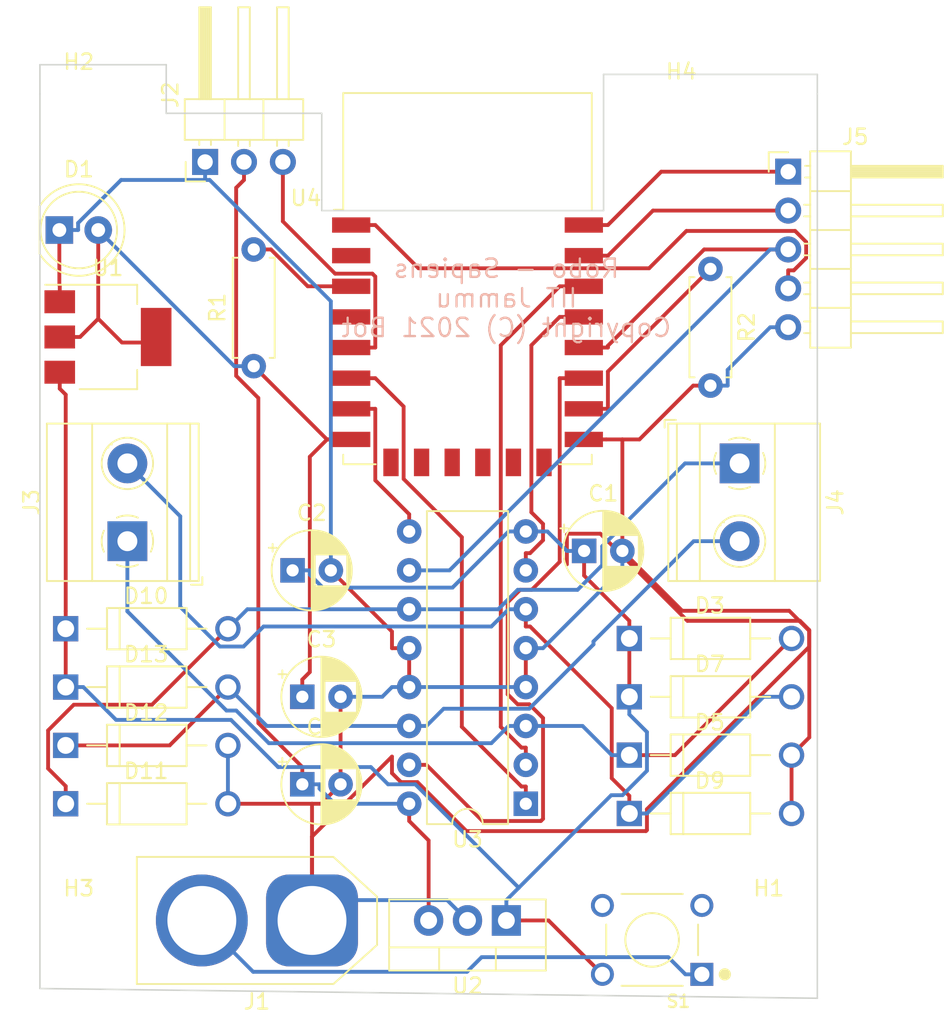
<source format=kicad_pcb>
(kicad_pcb (version 20171130) (host pcbnew "(5.1.10)-1")

  (general
    (thickness 1.6)
    (drawings 13)
    (tracks 270)
    (zones 0)
    (modules 29)
    (nets 32)
  )

  (page A4)
  (layers
    (0 F.Cu signal)
    (31 B.Cu signal)
    (32 B.Adhes user)
    (33 F.Adhes user)
    (34 B.Paste user)
    (35 F.Paste user)
    (36 B.SilkS user)
    (37 F.SilkS user)
    (38 B.Mask user)
    (39 F.Mask user)
    (40 Dwgs.User user)
    (41 Cmts.User user)
    (42 Eco1.User user)
    (43 Eco2.User user)
    (44 Edge.Cuts user)
    (45 Margin user)
    (46 B.CrtYd user)
    (47 F.CrtYd user)
    (48 B.Fab user)
    (49 F.Fab user)
  )

  (setup
    (last_trace_width 0.25)
    (user_trace_width 1)
    (trace_clearance 0.2)
    (zone_clearance 0.508)
    (zone_45_only no)
    (trace_min 0.25)
    (via_size 0.8)
    (via_drill 0.4)
    (via_min_size 0.4)
    (via_min_drill 0.3)
    (uvia_size 0.3)
    (uvia_drill 0.1)
    (uvias_allowed no)
    (uvia_min_size 0.2)
    (uvia_min_drill 0.1)
    (edge_width 0.1)
    (segment_width 0.2)
    (pcb_text_width 0.3)
    (pcb_text_size 1.5 1.5)
    (mod_edge_width 0.15)
    (mod_text_size 1 1)
    (mod_text_width 0.15)
    (pad_size 1.524 1.524)
    (pad_drill 0.762)
    (pad_to_mask_clearance 0)
    (aux_axis_origin 0 0)
    (visible_elements 7FFFFFFF)
    (pcbplotparams
      (layerselection 0x010fc_ffffffff)
      (usegerberextensions false)
      (usegerberattributes true)
      (usegerberadvancedattributes true)
      (creategerberjobfile true)
      (excludeedgelayer true)
      (linewidth 0.100000)
      (plotframeref false)
      (viasonmask false)
      (mode 1)
      (useauxorigin false)
      (hpglpennumber 1)
      (hpglpenspeed 20)
      (hpglpendiameter 15.000000)
      (psnegative false)
      (psa4output false)
      (plotreference true)
      (plotvalue true)
      (plotinvisibletext false)
      (padsonsilk false)
      (subtractmaskfromsilk false)
      (outputformat 1)
      (mirror false)
      (drillshape 1)
      (scaleselection 1)
      (outputdirectory ""))
  )

  (net 0 "")
  (net 1 "Net-(C1-Pad1)")
  (net 2 "Net-(C1-Pad2)")
  (net 3 "Net-(C3-Pad1)")
  (net 4 "Net-(C4-Pad1)")
  (net 5 "Net-(D3-PadA)")
  (net 6 "Net-(D7-PadA)")
  (net 7 "Net-(D10-PadA)")
  (net 8 "Net-(D12-PadC)")
  (net 9 "Net-(J1-Pad2)")
  (net 10 "Net-(J2-Pad3)")
  (net 11 "Net-(J5-Pad1)")
  (net 12 "Net-(J5-Pad2)")
  (net 13 "Net-(J5-Pad3)")
  (net 14 "Net-(J5-Pad4)")
  (net 15 "Net-(R1-Pad2)")
  (net 16 "Net-(R2-Pad1)")
  (net 17 "Net-(S1-Pad2)")
  (net 18 "Net-(S1-Pad4)")
  (net 19 "Net-(U3-Pad1)")
  (net 20 "Net-(U3-Pad9)")
  (net 21 "Net-(U3-Pad2)")
  (net 22 "Net-(U3-Pad7)")
  (net 23 "Net-(U3-Pad15)")
  (net 24 "Net-(U4-Pad2)")
  (net 25 "Net-(U4-Pad4)")
  (net 26 "Net-(U4-Pad9)")
  (net 27 "Net-(U4-Pad10)")
  (net 28 "Net-(U4-Pad11)")
  (net 29 "Net-(U4-Pad12)")
  (net 30 "Net-(U4-Pad13)")
  (net 31 "Net-(U4-Pad14)")

  (net_class Default "This is the default net class."
    (clearance 0.2)
    (trace_width 0.25)
    (via_dia 0.8)
    (via_drill 0.4)
    (uvia_dia 0.3)
    (uvia_drill 0.1)
    (add_net "Net-(C1-Pad1)")
    (add_net "Net-(C1-Pad2)")
    (add_net "Net-(C3-Pad1)")
    (add_net "Net-(C4-Pad1)")
    (add_net "Net-(D10-PadA)")
    (add_net "Net-(D12-PadC)")
    (add_net "Net-(D3-PadA)")
    (add_net "Net-(D7-PadA)")
    (add_net "Net-(J1-Pad2)")
    (add_net "Net-(J2-Pad3)")
    (add_net "Net-(J5-Pad1)")
    (add_net "Net-(J5-Pad2)")
    (add_net "Net-(J5-Pad3)")
    (add_net "Net-(J5-Pad4)")
    (add_net "Net-(R1-Pad2)")
    (add_net "Net-(R2-Pad1)")
    (add_net "Net-(S1-Pad2)")
    (add_net "Net-(S1-Pad4)")
    (add_net "Net-(U3-Pad1)")
    (add_net "Net-(U3-Pad15)")
    (add_net "Net-(U3-Pad2)")
    (add_net "Net-(U3-Pad7)")
    (add_net "Net-(U3-Pad9)")
    (add_net "Net-(U4-Pad10)")
    (add_net "Net-(U4-Pad11)")
    (add_net "Net-(U4-Pad12)")
    (add_net "Net-(U4-Pad13)")
    (add_net "Net-(U4-Pad14)")
    (add_net "Net-(U4-Pad2)")
    (add_net "Net-(U4-Pad4)")
    (add_net "Net-(U4-Pad9)")
  )

  (module Capacitor_THT:CP_Radial_D5.0mm_P2.50mm (layer F.Cu) (tedit 5AE50EF0) (tstamp 61879F07)
    (at -78.74 17.145)
    (descr "CP, Radial series, Radial, pin pitch=2.50mm, , diameter=5mm, Electrolytic Capacitor")
    (tags "CP Radial series Radial pin pitch 2.50mm  diameter 5mm Electrolytic Capacitor")
    (path /61876CEA)
    (fp_text reference C1 (at 1.25 -3.75) (layer F.SilkS)
      (effects (font (size 1 1) (thickness 0.15)))
    )
    (fp_text value CP (at 1.25 3.75) (layer F.Fab)
      (effects (font (size 1 1) (thickness 0.15)))
    )
    (fp_line (start -1.304775 -1.725) (end -1.304775 -1.225) (layer F.SilkS) (width 0.12))
    (fp_line (start -1.554775 -1.475) (end -1.054775 -1.475) (layer F.SilkS) (width 0.12))
    (fp_line (start 3.851 -0.284) (end 3.851 0.284) (layer F.SilkS) (width 0.12))
    (fp_line (start 3.811 -0.518) (end 3.811 0.518) (layer F.SilkS) (width 0.12))
    (fp_line (start 3.771 -0.677) (end 3.771 0.677) (layer F.SilkS) (width 0.12))
    (fp_line (start 3.731 -0.805) (end 3.731 0.805) (layer F.SilkS) (width 0.12))
    (fp_line (start 3.691 -0.915) (end 3.691 0.915) (layer F.SilkS) (width 0.12))
    (fp_line (start 3.651 -1.011) (end 3.651 1.011) (layer F.SilkS) (width 0.12))
    (fp_line (start 3.611 -1.098) (end 3.611 1.098) (layer F.SilkS) (width 0.12))
    (fp_line (start 3.571 -1.178) (end 3.571 1.178) (layer F.SilkS) (width 0.12))
    (fp_line (start 3.531 1.04) (end 3.531 1.251) (layer F.SilkS) (width 0.12))
    (fp_line (start 3.531 -1.251) (end 3.531 -1.04) (layer F.SilkS) (width 0.12))
    (fp_line (start 3.491 1.04) (end 3.491 1.319) (layer F.SilkS) (width 0.12))
    (fp_line (start 3.491 -1.319) (end 3.491 -1.04) (layer F.SilkS) (width 0.12))
    (fp_line (start 3.451 1.04) (end 3.451 1.383) (layer F.SilkS) (width 0.12))
    (fp_line (start 3.451 -1.383) (end 3.451 -1.04) (layer F.SilkS) (width 0.12))
    (fp_line (start 3.411 1.04) (end 3.411 1.443) (layer F.SilkS) (width 0.12))
    (fp_line (start 3.411 -1.443) (end 3.411 -1.04) (layer F.SilkS) (width 0.12))
    (fp_line (start 3.371 1.04) (end 3.371 1.5) (layer F.SilkS) (width 0.12))
    (fp_line (start 3.371 -1.5) (end 3.371 -1.04) (layer F.SilkS) (width 0.12))
    (fp_line (start 3.331 1.04) (end 3.331 1.554) (layer F.SilkS) (width 0.12))
    (fp_line (start 3.331 -1.554) (end 3.331 -1.04) (layer F.SilkS) (width 0.12))
    (fp_line (start 3.291 1.04) (end 3.291 1.605) (layer F.SilkS) (width 0.12))
    (fp_line (start 3.291 -1.605) (end 3.291 -1.04) (layer F.SilkS) (width 0.12))
    (fp_line (start 3.251 1.04) (end 3.251 1.653) (layer F.SilkS) (width 0.12))
    (fp_line (start 3.251 -1.653) (end 3.251 -1.04) (layer F.SilkS) (width 0.12))
    (fp_line (start 3.211 1.04) (end 3.211 1.699) (layer F.SilkS) (width 0.12))
    (fp_line (start 3.211 -1.699) (end 3.211 -1.04) (layer F.SilkS) (width 0.12))
    (fp_line (start 3.171 1.04) (end 3.171 1.743) (layer F.SilkS) (width 0.12))
    (fp_line (start 3.171 -1.743) (end 3.171 -1.04) (layer F.SilkS) (width 0.12))
    (fp_line (start 3.131 1.04) (end 3.131 1.785) (layer F.SilkS) (width 0.12))
    (fp_line (start 3.131 -1.785) (end 3.131 -1.04) (layer F.SilkS) (width 0.12))
    (fp_line (start 3.091 1.04) (end 3.091 1.826) (layer F.SilkS) (width 0.12))
    (fp_line (start 3.091 -1.826) (end 3.091 -1.04) (layer F.SilkS) (width 0.12))
    (fp_line (start 3.051 1.04) (end 3.051 1.864) (layer F.SilkS) (width 0.12))
    (fp_line (start 3.051 -1.864) (end 3.051 -1.04) (layer F.SilkS) (width 0.12))
    (fp_line (start 3.011 1.04) (end 3.011 1.901) (layer F.SilkS) (width 0.12))
    (fp_line (start 3.011 -1.901) (end 3.011 -1.04) (layer F.SilkS) (width 0.12))
    (fp_line (start 2.971 1.04) (end 2.971 1.937) (layer F.SilkS) (width 0.12))
    (fp_line (start 2.971 -1.937) (end 2.971 -1.04) (layer F.SilkS) (width 0.12))
    (fp_line (start 2.931 1.04) (end 2.931 1.971) (layer F.SilkS) (width 0.12))
    (fp_line (start 2.931 -1.971) (end 2.931 -1.04) (layer F.SilkS) (width 0.12))
    (fp_line (start 2.891 1.04) (end 2.891 2.004) (layer F.SilkS) (width 0.12))
    (fp_line (start 2.891 -2.004) (end 2.891 -1.04) (layer F.SilkS) (width 0.12))
    (fp_line (start 2.851 1.04) (end 2.851 2.035) (layer F.SilkS) (width 0.12))
    (fp_line (start 2.851 -2.035) (end 2.851 -1.04) (layer F.SilkS) (width 0.12))
    (fp_line (start 2.811 1.04) (end 2.811 2.065) (layer F.SilkS) (width 0.12))
    (fp_line (start 2.811 -2.065) (end 2.811 -1.04) (layer F.SilkS) (width 0.12))
    (fp_line (start 2.771 1.04) (end 2.771 2.095) (layer F.SilkS) (width 0.12))
    (fp_line (start 2.771 -2.095) (end 2.771 -1.04) (layer F.SilkS) (width 0.12))
    (fp_line (start 2.731 1.04) (end 2.731 2.122) (layer F.SilkS) (width 0.12))
    (fp_line (start 2.731 -2.122) (end 2.731 -1.04) (layer F.SilkS) (width 0.12))
    (fp_line (start 2.691 1.04) (end 2.691 2.149) (layer F.SilkS) (width 0.12))
    (fp_line (start 2.691 -2.149) (end 2.691 -1.04) (layer F.SilkS) (width 0.12))
    (fp_line (start 2.651 1.04) (end 2.651 2.175) (layer F.SilkS) (width 0.12))
    (fp_line (start 2.651 -2.175) (end 2.651 -1.04) (layer F.SilkS) (width 0.12))
    (fp_line (start 2.611 1.04) (end 2.611 2.2) (layer F.SilkS) (width 0.12))
    (fp_line (start 2.611 -2.2) (end 2.611 -1.04) (layer F.SilkS) (width 0.12))
    (fp_line (start 2.571 1.04) (end 2.571 2.224) (layer F.SilkS) (width 0.12))
    (fp_line (start 2.571 -2.224) (end 2.571 -1.04) (layer F.SilkS) (width 0.12))
    (fp_line (start 2.531 1.04) (end 2.531 2.247) (layer F.SilkS) (width 0.12))
    (fp_line (start 2.531 -2.247) (end 2.531 -1.04) (layer F.SilkS) (width 0.12))
    (fp_line (start 2.491 1.04) (end 2.491 2.268) (layer F.SilkS) (width 0.12))
    (fp_line (start 2.491 -2.268) (end 2.491 -1.04) (layer F.SilkS) (width 0.12))
    (fp_line (start 2.451 1.04) (end 2.451 2.29) (layer F.SilkS) (width 0.12))
    (fp_line (start 2.451 -2.29) (end 2.451 -1.04) (layer F.SilkS) (width 0.12))
    (fp_line (start 2.411 1.04) (end 2.411 2.31) (layer F.SilkS) (width 0.12))
    (fp_line (start 2.411 -2.31) (end 2.411 -1.04) (layer F.SilkS) (width 0.12))
    (fp_line (start 2.371 1.04) (end 2.371 2.329) (layer F.SilkS) (width 0.12))
    (fp_line (start 2.371 -2.329) (end 2.371 -1.04) (layer F.SilkS) (width 0.12))
    (fp_line (start 2.331 1.04) (end 2.331 2.348) (layer F.SilkS) (width 0.12))
    (fp_line (start 2.331 -2.348) (end 2.331 -1.04) (layer F.SilkS) (width 0.12))
    (fp_line (start 2.291 1.04) (end 2.291 2.365) (layer F.SilkS) (width 0.12))
    (fp_line (start 2.291 -2.365) (end 2.291 -1.04) (layer F.SilkS) (width 0.12))
    (fp_line (start 2.251 1.04) (end 2.251 2.382) (layer F.SilkS) (width 0.12))
    (fp_line (start 2.251 -2.382) (end 2.251 -1.04) (layer F.SilkS) (width 0.12))
    (fp_line (start 2.211 1.04) (end 2.211 2.398) (layer F.SilkS) (width 0.12))
    (fp_line (start 2.211 -2.398) (end 2.211 -1.04) (layer F.SilkS) (width 0.12))
    (fp_line (start 2.171 1.04) (end 2.171 2.414) (layer F.SilkS) (width 0.12))
    (fp_line (start 2.171 -2.414) (end 2.171 -1.04) (layer F.SilkS) (width 0.12))
    (fp_line (start 2.131 1.04) (end 2.131 2.428) (layer F.SilkS) (width 0.12))
    (fp_line (start 2.131 -2.428) (end 2.131 -1.04) (layer F.SilkS) (width 0.12))
    (fp_line (start 2.091 1.04) (end 2.091 2.442) (layer F.SilkS) (width 0.12))
    (fp_line (start 2.091 -2.442) (end 2.091 -1.04) (layer F.SilkS) (width 0.12))
    (fp_line (start 2.051 1.04) (end 2.051 2.455) (layer F.SilkS) (width 0.12))
    (fp_line (start 2.051 -2.455) (end 2.051 -1.04) (layer F.SilkS) (width 0.12))
    (fp_line (start 2.011 1.04) (end 2.011 2.468) (layer F.SilkS) (width 0.12))
    (fp_line (start 2.011 -2.468) (end 2.011 -1.04) (layer F.SilkS) (width 0.12))
    (fp_line (start 1.971 1.04) (end 1.971 2.48) (layer F.SilkS) (width 0.12))
    (fp_line (start 1.971 -2.48) (end 1.971 -1.04) (layer F.SilkS) (width 0.12))
    (fp_line (start 1.93 1.04) (end 1.93 2.491) (layer F.SilkS) (width 0.12))
    (fp_line (start 1.93 -2.491) (end 1.93 -1.04) (layer F.SilkS) (width 0.12))
    (fp_line (start 1.89 1.04) (end 1.89 2.501) (layer F.SilkS) (width 0.12))
    (fp_line (start 1.89 -2.501) (end 1.89 -1.04) (layer F.SilkS) (width 0.12))
    (fp_line (start 1.85 1.04) (end 1.85 2.511) (layer F.SilkS) (width 0.12))
    (fp_line (start 1.85 -2.511) (end 1.85 -1.04) (layer F.SilkS) (width 0.12))
    (fp_line (start 1.81 1.04) (end 1.81 2.52) (layer F.SilkS) (width 0.12))
    (fp_line (start 1.81 -2.52) (end 1.81 -1.04) (layer F.SilkS) (width 0.12))
    (fp_line (start 1.77 1.04) (end 1.77 2.528) (layer F.SilkS) (width 0.12))
    (fp_line (start 1.77 -2.528) (end 1.77 -1.04) (layer F.SilkS) (width 0.12))
    (fp_line (start 1.73 1.04) (end 1.73 2.536) (layer F.SilkS) (width 0.12))
    (fp_line (start 1.73 -2.536) (end 1.73 -1.04) (layer F.SilkS) (width 0.12))
    (fp_line (start 1.69 1.04) (end 1.69 2.543) (layer F.SilkS) (width 0.12))
    (fp_line (start 1.69 -2.543) (end 1.69 -1.04) (layer F.SilkS) (width 0.12))
    (fp_line (start 1.65 1.04) (end 1.65 2.55) (layer F.SilkS) (width 0.12))
    (fp_line (start 1.65 -2.55) (end 1.65 -1.04) (layer F.SilkS) (width 0.12))
    (fp_line (start 1.61 1.04) (end 1.61 2.556) (layer F.SilkS) (width 0.12))
    (fp_line (start 1.61 -2.556) (end 1.61 -1.04) (layer F.SilkS) (width 0.12))
    (fp_line (start 1.57 1.04) (end 1.57 2.561) (layer F.SilkS) (width 0.12))
    (fp_line (start 1.57 -2.561) (end 1.57 -1.04) (layer F.SilkS) (width 0.12))
    (fp_line (start 1.53 1.04) (end 1.53 2.565) (layer F.SilkS) (width 0.12))
    (fp_line (start 1.53 -2.565) (end 1.53 -1.04) (layer F.SilkS) (width 0.12))
    (fp_line (start 1.49 1.04) (end 1.49 2.569) (layer F.SilkS) (width 0.12))
    (fp_line (start 1.49 -2.569) (end 1.49 -1.04) (layer F.SilkS) (width 0.12))
    (fp_line (start 1.45 -2.573) (end 1.45 2.573) (layer F.SilkS) (width 0.12))
    (fp_line (start 1.41 -2.576) (end 1.41 2.576) (layer F.SilkS) (width 0.12))
    (fp_line (start 1.37 -2.578) (end 1.37 2.578) (layer F.SilkS) (width 0.12))
    (fp_line (start 1.33 -2.579) (end 1.33 2.579) (layer F.SilkS) (width 0.12))
    (fp_line (start 1.29 -2.58) (end 1.29 2.58) (layer F.SilkS) (width 0.12))
    (fp_line (start 1.25 -2.58) (end 1.25 2.58) (layer F.SilkS) (width 0.12))
    (fp_line (start -0.633605 -1.3375) (end -0.633605 -0.8375) (layer F.Fab) (width 0.1))
    (fp_line (start -0.883605 -1.0875) (end -0.383605 -1.0875) (layer F.Fab) (width 0.1))
    (fp_circle (center 1.25 0) (end 4 0) (layer F.CrtYd) (width 0.05))
    (fp_circle (center 1.25 0) (end 3.87 0) (layer F.SilkS) (width 0.12))
    (fp_circle (center 1.25 0) (end 3.75 0) (layer F.Fab) (width 0.1))
    (fp_text user %R (at 1.25 0) (layer F.Fab)
      (effects (font (size 1 1) (thickness 0.15)))
    )
    (pad 1 thru_hole rect (at 0 0) (size 1.6 1.6) (drill 0.8) (layers *.Cu *.Mask)
      (net 1 "Net-(C1-Pad1)"))
    (pad 2 thru_hole circle (at 2.5 0) (size 1.6 1.6) (drill 0.8) (layers *.Cu *.Mask)
      (net 2 "Net-(C1-Pad2)"))
    (model ${KISYS3DMOD}/Capacitor_THT.3dshapes/CP_Radial_D5.0mm_P2.50mm.wrl
      (at (xyz 0 0 0))
      (scale (xyz 1 1 1))
      (rotate (xyz 0 0 0))
    )
  )

  (module Capacitor_THT:CP_Radial_D5.0mm_P2.50mm (layer F.Cu) (tedit 5AE50EF0) (tstamp 61878C75)
    (at -97.79 18.415)
    (descr "CP, Radial series, Radial, pin pitch=2.50mm, , diameter=5mm, Electrolytic Capacitor")
    (tags "CP Radial series Radial pin pitch 2.50mm  diameter 5mm Electrolytic Capacitor")
    (path /6187A2EA)
    (fp_text reference C2 (at 1.25 -3.75) (layer F.SilkS)
      (effects (font (size 1 1) (thickness 0.15)))
    )
    (fp_text value CP (at 1.25 3.75) (layer F.Fab)
      (effects (font (size 1 1) (thickness 0.15)))
    )
    (fp_circle (center 1.25 0) (end 3.75 0) (layer F.Fab) (width 0.1))
    (fp_circle (center 1.25 0) (end 3.87 0) (layer F.SilkS) (width 0.12))
    (fp_circle (center 1.25 0) (end 4 0) (layer F.CrtYd) (width 0.05))
    (fp_line (start -0.883605 -1.0875) (end -0.383605 -1.0875) (layer F.Fab) (width 0.1))
    (fp_line (start -0.633605 -1.3375) (end -0.633605 -0.8375) (layer F.Fab) (width 0.1))
    (fp_line (start 1.25 -2.58) (end 1.25 2.58) (layer F.SilkS) (width 0.12))
    (fp_line (start 1.29 -2.58) (end 1.29 2.58) (layer F.SilkS) (width 0.12))
    (fp_line (start 1.33 -2.579) (end 1.33 2.579) (layer F.SilkS) (width 0.12))
    (fp_line (start 1.37 -2.578) (end 1.37 2.578) (layer F.SilkS) (width 0.12))
    (fp_line (start 1.41 -2.576) (end 1.41 2.576) (layer F.SilkS) (width 0.12))
    (fp_line (start 1.45 -2.573) (end 1.45 2.573) (layer F.SilkS) (width 0.12))
    (fp_line (start 1.49 -2.569) (end 1.49 -1.04) (layer F.SilkS) (width 0.12))
    (fp_line (start 1.49 1.04) (end 1.49 2.569) (layer F.SilkS) (width 0.12))
    (fp_line (start 1.53 -2.565) (end 1.53 -1.04) (layer F.SilkS) (width 0.12))
    (fp_line (start 1.53 1.04) (end 1.53 2.565) (layer F.SilkS) (width 0.12))
    (fp_line (start 1.57 -2.561) (end 1.57 -1.04) (layer F.SilkS) (width 0.12))
    (fp_line (start 1.57 1.04) (end 1.57 2.561) (layer F.SilkS) (width 0.12))
    (fp_line (start 1.61 -2.556) (end 1.61 -1.04) (layer F.SilkS) (width 0.12))
    (fp_line (start 1.61 1.04) (end 1.61 2.556) (layer F.SilkS) (width 0.12))
    (fp_line (start 1.65 -2.55) (end 1.65 -1.04) (layer F.SilkS) (width 0.12))
    (fp_line (start 1.65 1.04) (end 1.65 2.55) (layer F.SilkS) (width 0.12))
    (fp_line (start 1.69 -2.543) (end 1.69 -1.04) (layer F.SilkS) (width 0.12))
    (fp_line (start 1.69 1.04) (end 1.69 2.543) (layer F.SilkS) (width 0.12))
    (fp_line (start 1.73 -2.536) (end 1.73 -1.04) (layer F.SilkS) (width 0.12))
    (fp_line (start 1.73 1.04) (end 1.73 2.536) (layer F.SilkS) (width 0.12))
    (fp_line (start 1.77 -2.528) (end 1.77 -1.04) (layer F.SilkS) (width 0.12))
    (fp_line (start 1.77 1.04) (end 1.77 2.528) (layer F.SilkS) (width 0.12))
    (fp_line (start 1.81 -2.52) (end 1.81 -1.04) (layer F.SilkS) (width 0.12))
    (fp_line (start 1.81 1.04) (end 1.81 2.52) (layer F.SilkS) (width 0.12))
    (fp_line (start 1.85 -2.511) (end 1.85 -1.04) (layer F.SilkS) (width 0.12))
    (fp_line (start 1.85 1.04) (end 1.85 2.511) (layer F.SilkS) (width 0.12))
    (fp_line (start 1.89 -2.501) (end 1.89 -1.04) (layer F.SilkS) (width 0.12))
    (fp_line (start 1.89 1.04) (end 1.89 2.501) (layer F.SilkS) (width 0.12))
    (fp_line (start 1.93 -2.491) (end 1.93 -1.04) (layer F.SilkS) (width 0.12))
    (fp_line (start 1.93 1.04) (end 1.93 2.491) (layer F.SilkS) (width 0.12))
    (fp_line (start 1.971 -2.48) (end 1.971 -1.04) (layer F.SilkS) (width 0.12))
    (fp_line (start 1.971 1.04) (end 1.971 2.48) (layer F.SilkS) (width 0.12))
    (fp_line (start 2.011 -2.468) (end 2.011 -1.04) (layer F.SilkS) (width 0.12))
    (fp_line (start 2.011 1.04) (end 2.011 2.468) (layer F.SilkS) (width 0.12))
    (fp_line (start 2.051 -2.455) (end 2.051 -1.04) (layer F.SilkS) (width 0.12))
    (fp_line (start 2.051 1.04) (end 2.051 2.455) (layer F.SilkS) (width 0.12))
    (fp_line (start 2.091 -2.442) (end 2.091 -1.04) (layer F.SilkS) (width 0.12))
    (fp_line (start 2.091 1.04) (end 2.091 2.442) (layer F.SilkS) (width 0.12))
    (fp_line (start 2.131 -2.428) (end 2.131 -1.04) (layer F.SilkS) (width 0.12))
    (fp_line (start 2.131 1.04) (end 2.131 2.428) (layer F.SilkS) (width 0.12))
    (fp_line (start 2.171 -2.414) (end 2.171 -1.04) (layer F.SilkS) (width 0.12))
    (fp_line (start 2.171 1.04) (end 2.171 2.414) (layer F.SilkS) (width 0.12))
    (fp_line (start 2.211 -2.398) (end 2.211 -1.04) (layer F.SilkS) (width 0.12))
    (fp_line (start 2.211 1.04) (end 2.211 2.398) (layer F.SilkS) (width 0.12))
    (fp_line (start 2.251 -2.382) (end 2.251 -1.04) (layer F.SilkS) (width 0.12))
    (fp_line (start 2.251 1.04) (end 2.251 2.382) (layer F.SilkS) (width 0.12))
    (fp_line (start 2.291 -2.365) (end 2.291 -1.04) (layer F.SilkS) (width 0.12))
    (fp_line (start 2.291 1.04) (end 2.291 2.365) (layer F.SilkS) (width 0.12))
    (fp_line (start 2.331 -2.348) (end 2.331 -1.04) (layer F.SilkS) (width 0.12))
    (fp_line (start 2.331 1.04) (end 2.331 2.348) (layer F.SilkS) (width 0.12))
    (fp_line (start 2.371 -2.329) (end 2.371 -1.04) (layer F.SilkS) (width 0.12))
    (fp_line (start 2.371 1.04) (end 2.371 2.329) (layer F.SilkS) (width 0.12))
    (fp_line (start 2.411 -2.31) (end 2.411 -1.04) (layer F.SilkS) (width 0.12))
    (fp_line (start 2.411 1.04) (end 2.411 2.31) (layer F.SilkS) (width 0.12))
    (fp_line (start 2.451 -2.29) (end 2.451 -1.04) (layer F.SilkS) (width 0.12))
    (fp_line (start 2.451 1.04) (end 2.451 2.29) (layer F.SilkS) (width 0.12))
    (fp_line (start 2.491 -2.268) (end 2.491 -1.04) (layer F.SilkS) (width 0.12))
    (fp_line (start 2.491 1.04) (end 2.491 2.268) (layer F.SilkS) (width 0.12))
    (fp_line (start 2.531 -2.247) (end 2.531 -1.04) (layer F.SilkS) (width 0.12))
    (fp_line (start 2.531 1.04) (end 2.531 2.247) (layer F.SilkS) (width 0.12))
    (fp_line (start 2.571 -2.224) (end 2.571 -1.04) (layer F.SilkS) (width 0.12))
    (fp_line (start 2.571 1.04) (end 2.571 2.224) (layer F.SilkS) (width 0.12))
    (fp_line (start 2.611 -2.2) (end 2.611 -1.04) (layer F.SilkS) (width 0.12))
    (fp_line (start 2.611 1.04) (end 2.611 2.2) (layer F.SilkS) (width 0.12))
    (fp_line (start 2.651 -2.175) (end 2.651 -1.04) (layer F.SilkS) (width 0.12))
    (fp_line (start 2.651 1.04) (end 2.651 2.175) (layer F.SilkS) (width 0.12))
    (fp_line (start 2.691 -2.149) (end 2.691 -1.04) (layer F.SilkS) (width 0.12))
    (fp_line (start 2.691 1.04) (end 2.691 2.149) (layer F.SilkS) (width 0.12))
    (fp_line (start 2.731 -2.122) (end 2.731 -1.04) (layer F.SilkS) (width 0.12))
    (fp_line (start 2.731 1.04) (end 2.731 2.122) (layer F.SilkS) (width 0.12))
    (fp_line (start 2.771 -2.095) (end 2.771 -1.04) (layer F.SilkS) (width 0.12))
    (fp_line (start 2.771 1.04) (end 2.771 2.095) (layer F.SilkS) (width 0.12))
    (fp_line (start 2.811 -2.065) (end 2.811 -1.04) (layer F.SilkS) (width 0.12))
    (fp_line (start 2.811 1.04) (end 2.811 2.065) (layer F.SilkS) (width 0.12))
    (fp_line (start 2.851 -2.035) (end 2.851 -1.04) (layer F.SilkS) (width 0.12))
    (fp_line (start 2.851 1.04) (end 2.851 2.035) (layer F.SilkS) (width 0.12))
    (fp_line (start 2.891 -2.004) (end 2.891 -1.04) (layer F.SilkS) (width 0.12))
    (fp_line (start 2.891 1.04) (end 2.891 2.004) (layer F.SilkS) (width 0.12))
    (fp_line (start 2.931 -1.971) (end 2.931 -1.04) (layer F.SilkS) (width 0.12))
    (fp_line (start 2.931 1.04) (end 2.931 1.971) (layer F.SilkS) (width 0.12))
    (fp_line (start 2.971 -1.937) (end 2.971 -1.04) (layer F.SilkS) (width 0.12))
    (fp_line (start 2.971 1.04) (end 2.971 1.937) (layer F.SilkS) (width 0.12))
    (fp_line (start 3.011 -1.901) (end 3.011 -1.04) (layer F.SilkS) (width 0.12))
    (fp_line (start 3.011 1.04) (end 3.011 1.901) (layer F.SilkS) (width 0.12))
    (fp_line (start 3.051 -1.864) (end 3.051 -1.04) (layer F.SilkS) (width 0.12))
    (fp_line (start 3.051 1.04) (end 3.051 1.864) (layer F.SilkS) (width 0.12))
    (fp_line (start 3.091 -1.826) (end 3.091 -1.04) (layer F.SilkS) (width 0.12))
    (fp_line (start 3.091 1.04) (end 3.091 1.826) (layer F.SilkS) (width 0.12))
    (fp_line (start 3.131 -1.785) (end 3.131 -1.04) (layer F.SilkS) (width 0.12))
    (fp_line (start 3.131 1.04) (end 3.131 1.785) (layer F.SilkS) (width 0.12))
    (fp_line (start 3.171 -1.743) (end 3.171 -1.04) (layer F.SilkS) (width 0.12))
    (fp_line (start 3.171 1.04) (end 3.171 1.743) (layer F.SilkS) (width 0.12))
    (fp_line (start 3.211 -1.699) (end 3.211 -1.04) (layer F.SilkS) (width 0.12))
    (fp_line (start 3.211 1.04) (end 3.211 1.699) (layer F.SilkS) (width 0.12))
    (fp_line (start 3.251 -1.653) (end 3.251 -1.04) (layer F.SilkS) (width 0.12))
    (fp_line (start 3.251 1.04) (end 3.251 1.653) (layer F.SilkS) (width 0.12))
    (fp_line (start 3.291 -1.605) (end 3.291 -1.04) (layer F.SilkS) (width 0.12))
    (fp_line (start 3.291 1.04) (end 3.291 1.605) (layer F.SilkS) (width 0.12))
    (fp_line (start 3.331 -1.554) (end 3.331 -1.04) (layer F.SilkS) (width 0.12))
    (fp_line (start 3.331 1.04) (end 3.331 1.554) (layer F.SilkS) (width 0.12))
    (fp_line (start 3.371 -1.5) (end 3.371 -1.04) (layer F.SilkS) (width 0.12))
    (fp_line (start 3.371 1.04) (end 3.371 1.5) (layer F.SilkS) (width 0.12))
    (fp_line (start 3.411 -1.443) (end 3.411 -1.04) (layer F.SilkS) (width 0.12))
    (fp_line (start 3.411 1.04) (end 3.411 1.443) (layer F.SilkS) (width 0.12))
    (fp_line (start 3.451 -1.383) (end 3.451 -1.04) (layer F.SilkS) (width 0.12))
    (fp_line (start 3.451 1.04) (end 3.451 1.383) (layer F.SilkS) (width 0.12))
    (fp_line (start 3.491 -1.319) (end 3.491 -1.04) (layer F.SilkS) (width 0.12))
    (fp_line (start 3.491 1.04) (end 3.491 1.319) (layer F.SilkS) (width 0.12))
    (fp_line (start 3.531 -1.251) (end 3.531 -1.04) (layer F.SilkS) (width 0.12))
    (fp_line (start 3.531 1.04) (end 3.531 1.251) (layer F.SilkS) (width 0.12))
    (fp_line (start 3.571 -1.178) (end 3.571 1.178) (layer F.SilkS) (width 0.12))
    (fp_line (start 3.611 -1.098) (end 3.611 1.098) (layer F.SilkS) (width 0.12))
    (fp_line (start 3.651 -1.011) (end 3.651 1.011) (layer F.SilkS) (width 0.12))
    (fp_line (start 3.691 -0.915) (end 3.691 0.915) (layer F.SilkS) (width 0.12))
    (fp_line (start 3.731 -0.805) (end 3.731 0.805) (layer F.SilkS) (width 0.12))
    (fp_line (start 3.771 -0.677) (end 3.771 0.677) (layer F.SilkS) (width 0.12))
    (fp_line (start 3.811 -0.518) (end 3.811 0.518) (layer F.SilkS) (width 0.12))
    (fp_line (start 3.851 -0.284) (end 3.851 0.284) (layer F.SilkS) (width 0.12))
    (fp_line (start -1.554775 -1.475) (end -1.054775 -1.475) (layer F.SilkS) (width 0.12))
    (fp_line (start -1.304775 -1.725) (end -1.304775 -1.225) (layer F.SilkS) (width 0.12))
    (fp_text user %R (at 1.25 0) (layer F.Fab)
      (effects (font (size 1 1) (thickness 0.15)))
    )
    (pad 2 thru_hole circle (at 2.5 0) (size 1.6 1.6) (drill 0.8) (layers *.Cu *.Mask)
      (net 2 "Net-(C1-Pad2)"))
    (pad 1 thru_hole rect (at 0 0) (size 1.6 1.6) (drill 0.8) (layers *.Cu *.Mask)
      (net 1 "Net-(C1-Pad1)"))
    (model ${KISYS3DMOD}/Capacitor_THT.3dshapes/CP_Radial_D5.0mm_P2.50mm.wrl
      (at (xyz 0 0 0))
      (scale (xyz 1 1 1))
      (rotate (xyz 0 0 0))
    )
  )

  (module Capacitor_THT:CP_Radial_D5.0mm_P2.50mm (layer F.Cu) (tedit 5AE50EF0) (tstamp 6187D862)
    (at -97.155 26.67)
    (descr "CP, Radial series, Radial, pin pitch=2.50mm, , diameter=5mm, Electrolytic Capacitor")
    (tags "CP Radial series Radial pin pitch 2.50mm  diameter 5mm Electrolytic Capacitor")
    (path /61877302)
    (fp_text reference C3 (at 1.25 -3.75) (layer F.SilkS)
      (effects (font (size 1 1) (thickness 0.15)))
    )
    (fp_text value CP (at 1.25 3.75) (layer F.Fab)
      (effects (font (size 1 1) (thickness 0.15)))
    )
    (fp_line (start -1.304775 -1.725) (end -1.304775 -1.225) (layer F.SilkS) (width 0.12))
    (fp_line (start -1.554775 -1.475) (end -1.054775 -1.475) (layer F.SilkS) (width 0.12))
    (fp_line (start 3.851 -0.284) (end 3.851 0.284) (layer F.SilkS) (width 0.12))
    (fp_line (start 3.811 -0.518) (end 3.811 0.518) (layer F.SilkS) (width 0.12))
    (fp_line (start 3.771 -0.677) (end 3.771 0.677) (layer F.SilkS) (width 0.12))
    (fp_line (start 3.731 -0.805) (end 3.731 0.805) (layer F.SilkS) (width 0.12))
    (fp_line (start 3.691 -0.915) (end 3.691 0.915) (layer F.SilkS) (width 0.12))
    (fp_line (start 3.651 -1.011) (end 3.651 1.011) (layer F.SilkS) (width 0.12))
    (fp_line (start 3.611 -1.098) (end 3.611 1.098) (layer F.SilkS) (width 0.12))
    (fp_line (start 3.571 -1.178) (end 3.571 1.178) (layer F.SilkS) (width 0.12))
    (fp_line (start 3.531 1.04) (end 3.531 1.251) (layer F.SilkS) (width 0.12))
    (fp_line (start 3.531 -1.251) (end 3.531 -1.04) (layer F.SilkS) (width 0.12))
    (fp_line (start 3.491 1.04) (end 3.491 1.319) (layer F.SilkS) (width 0.12))
    (fp_line (start 3.491 -1.319) (end 3.491 -1.04) (layer F.SilkS) (width 0.12))
    (fp_line (start 3.451 1.04) (end 3.451 1.383) (layer F.SilkS) (width 0.12))
    (fp_line (start 3.451 -1.383) (end 3.451 -1.04) (layer F.SilkS) (width 0.12))
    (fp_line (start 3.411 1.04) (end 3.411 1.443) (layer F.SilkS) (width 0.12))
    (fp_line (start 3.411 -1.443) (end 3.411 -1.04) (layer F.SilkS) (width 0.12))
    (fp_line (start 3.371 1.04) (end 3.371 1.5) (layer F.SilkS) (width 0.12))
    (fp_line (start 3.371 -1.5) (end 3.371 -1.04) (layer F.SilkS) (width 0.12))
    (fp_line (start 3.331 1.04) (end 3.331 1.554) (layer F.SilkS) (width 0.12))
    (fp_line (start 3.331 -1.554) (end 3.331 -1.04) (layer F.SilkS) (width 0.12))
    (fp_line (start 3.291 1.04) (end 3.291 1.605) (layer F.SilkS) (width 0.12))
    (fp_line (start 3.291 -1.605) (end 3.291 -1.04) (layer F.SilkS) (width 0.12))
    (fp_line (start 3.251 1.04) (end 3.251 1.653) (layer F.SilkS) (width 0.12))
    (fp_line (start 3.251 -1.653) (end 3.251 -1.04) (layer F.SilkS) (width 0.12))
    (fp_line (start 3.211 1.04) (end 3.211 1.699) (layer F.SilkS) (width 0.12))
    (fp_line (start 3.211 -1.699) (end 3.211 -1.04) (layer F.SilkS) (width 0.12))
    (fp_line (start 3.171 1.04) (end 3.171 1.743) (layer F.SilkS) (width 0.12))
    (fp_line (start 3.171 -1.743) (end 3.171 -1.04) (layer F.SilkS) (width 0.12))
    (fp_line (start 3.131 1.04) (end 3.131 1.785) (layer F.SilkS) (width 0.12))
    (fp_line (start 3.131 -1.785) (end 3.131 -1.04) (layer F.SilkS) (width 0.12))
    (fp_line (start 3.091 1.04) (end 3.091 1.826) (layer F.SilkS) (width 0.12))
    (fp_line (start 3.091 -1.826) (end 3.091 -1.04) (layer F.SilkS) (width 0.12))
    (fp_line (start 3.051 1.04) (end 3.051 1.864) (layer F.SilkS) (width 0.12))
    (fp_line (start 3.051 -1.864) (end 3.051 -1.04) (layer F.SilkS) (width 0.12))
    (fp_line (start 3.011 1.04) (end 3.011 1.901) (layer F.SilkS) (width 0.12))
    (fp_line (start 3.011 -1.901) (end 3.011 -1.04) (layer F.SilkS) (width 0.12))
    (fp_line (start 2.971 1.04) (end 2.971 1.937) (layer F.SilkS) (width 0.12))
    (fp_line (start 2.971 -1.937) (end 2.971 -1.04) (layer F.SilkS) (width 0.12))
    (fp_line (start 2.931 1.04) (end 2.931 1.971) (layer F.SilkS) (width 0.12))
    (fp_line (start 2.931 -1.971) (end 2.931 -1.04) (layer F.SilkS) (width 0.12))
    (fp_line (start 2.891 1.04) (end 2.891 2.004) (layer F.SilkS) (width 0.12))
    (fp_line (start 2.891 -2.004) (end 2.891 -1.04) (layer F.SilkS) (width 0.12))
    (fp_line (start 2.851 1.04) (end 2.851 2.035) (layer F.SilkS) (width 0.12))
    (fp_line (start 2.851 -2.035) (end 2.851 -1.04) (layer F.SilkS) (width 0.12))
    (fp_line (start 2.811 1.04) (end 2.811 2.065) (layer F.SilkS) (width 0.12))
    (fp_line (start 2.811 -2.065) (end 2.811 -1.04) (layer F.SilkS) (width 0.12))
    (fp_line (start 2.771 1.04) (end 2.771 2.095) (layer F.SilkS) (width 0.12))
    (fp_line (start 2.771 -2.095) (end 2.771 -1.04) (layer F.SilkS) (width 0.12))
    (fp_line (start 2.731 1.04) (end 2.731 2.122) (layer F.SilkS) (width 0.12))
    (fp_line (start 2.731 -2.122) (end 2.731 -1.04) (layer F.SilkS) (width 0.12))
    (fp_line (start 2.691 1.04) (end 2.691 2.149) (layer F.SilkS) (width 0.12))
    (fp_line (start 2.691 -2.149) (end 2.691 -1.04) (layer F.SilkS) (width 0.12))
    (fp_line (start 2.651 1.04) (end 2.651 2.175) (layer F.SilkS) (width 0.12))
    (fp_line (start 2.651 -2.175) (end 2.651 -1.04) (layer F.SilkS) (width 0.12))
    (fp_line (start 2.611 1.04) (end 2.611 2.2) (layer F.SilkS) (width 0.12))
    (fp_line (start 2.611 -2.2) (end 2.611 -1.04) (layer F.SilkS) (width 0.12))
    (fp_line (start 2.571 1.04) (end 2.571 2.224) (layer F.SilkS) (width 0.12))
    (fp_line (start 2.571 -2.224) (end 2.571 -1.04) (layer F.SilkS) (width 0.12))
    (fp_line (start 2.531 1.04) (end 2.531 2.247) (layer F.SilkS) (width 0.12))
    (fp_line (start 2.531 -2.247) (end 2.531 -1.04) (layer F.SilkS) (width 0.12))
    (fp_line (start 2.491 1.04) (end 2.491 2.268) (layer F.SilkS) (width 0.12))
    (fp_line (start 2.491 -2.268) (end 2.491 -1.04) (layer F.SilkS) (width 0.12))
    (fp_line (start 2.451 1.04) (end 2.451 2.29) (layer F.SilkS) (width 0.12))
    (fp_line (start 2.451 -2.29) (end 2.451 -1.04) (layer F.SilkS) (width 0.12))
    (fp_line (start 2.411 1.04) (end 2.411 2.31) (layer F.SilkS) (width 0.12))
    (fp_line (start 2.411 -2.31) (end 2.411 -1.04) (layer F.SilkS) (width 0.12))
    (fp_line (start 2.371 1.04) (end 2.371 2.329) (layer F.SilkS) (width 0.12))
    (fp_line (start 2.371 -2.329) (end 2.371 -1.04) (layer F.SilkS) (width 0.12))
    (fp_line (start 2.331 1.04) (end 2.331 2.348) (layer F.SilkS) (width 0.12))
    (fp_line (start 2.331 -2.348) (end 2.331 -1.04) (layer F.SilkS) (width 0.12))
    (fp_line (start 2.291 1.04) (end 2.291 2.365) (layer F.SilkS) (width 0.12))
    (fp_line (start 2.291 -2.365) (end 2.291 -1.04) (layer F.SilkS) (width 0.12))
    (fp_line (start 2.251 1.04) (end 2.251 2.382) (layer F.SilkS) (width 0.12))
    (fp_line (start 2.251 -2.382) (end 2.251 -1.04) (layer F.SilkS) (width 0.12))
    (fp_line (start 2.211 1.04) (end 2.211 2.398) (layer F.SilkS) (width 0.12))
    (fp_line (start 2.211 -2.398) (end 2.211 -1.04) (layer F.SilkS) (width 0.12))
    (fp_line (start 2.171 1.04) (end 2.171 2.414) (layer F.SilkS) (width 0.12))
    (fp_line (start 2.171 -2.414) (end 2.171 -1.04) (layer F.SilkS) (width 0.12))
    (fp_line (start 2.131 1.04) (end 2.131 2.428) (layer F.SilkS) (width 0.12))
    (fp_line (start 2.131 -2.428) (end 2.131 -1.04) (layer F.SilkS) (width 0.12))
    (fp_line (start 2.091 1.04) (end 2.091 2.442) (layer F.SilkS) (width 0.12))
    (fp_line (start 2.091 -2.442) (end 2.091 -1.04) (layer F.SilkS) (width 0.12))
    (fp_line (start 2.051 1.04) (end 2.051 2.455) (layer F.SilkS) (width 0.12))
    (fp_line (start 2.051 -2.455) (end 2.051 -1.04) (layer F.SilkS) (width 0.12))
    (fp_line (start 2.011 1.04) (end 2.011 2.468) (layer F.SilkS) (width 0.12))
    (fp_line (start 2.011 -2.468) (end 2.011 -1.04) (layer F.SilkS) (width 0.12))
    (fp_line (start 1.971 1.04) (end 1.971 2.48) (layer F.SilkS) (width 0.12))
    (fp_line (start 1.971 -2.48) (end 1.971 -1.04) (layer F.SilkS) (width 0.12))
    (fp_line (start 1.93 1.04) (end 1.93 2.491) (layer F.SilkS) (width 0.12))
    (fp_line (start 1.93 -2.491) (end 1.93 -1.04) (layer F.SilkS) (width 0.12))
    (fp_line (start 1.89 1.04) (end 1.89 2.501) (layer F.SilkS) (width 0.12))
    (fp_line (start 1.89 -2.501) (end 1.89 -1.04) (layer F.SilkS) (width 0.12))
    (fp_line (start 1.85 1.04) (end 1.85 2.511) (layer F.SilkS) (width 0.12))
    (fp_line (start 1.85 -2.511) (end 1.85 -1.04) (layer F.SilkS) (width 0.12))
    (fp_line (start 1.81 1.04) (end 1.81 2.52) (layer F.SilkS) (width 0.12))
    (fp_line (start 1.81 -2.52) (end 1.81 -1.04) (layer F.SilkS) (width 0.12))
    (fp_line (start 1.77 1.04) (end 1.77 2.528) (layer F.SilkS) (width 0.12))
    (fp_line (start 1.77 -2.528) (end 1.77 -1.04) (layer F.SilkS) (width 0.12))
    (fp_line (start 1.73 1.04) (end 1.73 2.536) (layer F.SilkS) (width 0.12))
    (fp_line (start 1.73 -2.536) (end 1.73 -1.04) (layer F.SilkS) (width 0.12))
    (fp_line (start 1.69 1.04) (end 1.69 2.543) (layer F.SilkS) (width 0.12))
    (fp_line (start 1.69 -2.543) (end 1.69 -1.04) (layer F.SilkS) (width 0.12))
    (fp_line (start 1.65 1.04) (end 1.65 2.55) (layer F.SilkS) (width 0.12))
    (fp_line (start 1.65 -2.55) (end 1.65 -1.04) (layer F.SilkS) (width 0.12))
    (fp_line (start 1.61 1.04) (end 1.61 2.556) (layer F.SilkS) (width 0.12))
    (fp_line (start 1.61 -2.556) (end 1.61 -1.04) (layer F.SilkS) (width 0.12))
    (fp_line (start 1.57 1.04) (end 1.57 2.561) (layer F.SilkS) (width 0.12))
    (fp_line (start 1.57 -2.561) (end 1.57 -1.04) (layer F.SilkS) (width 0.12))
    (fp_line (start 1.53 1.04) (end 1.53 2.565) (layer F.SilkS) (width 0.12))
    (fp_line (start 1.53 -2.565) (end 1.53 -1.04) (layer F.SilkS) (width 0.12))
    (fp_line (start 1.49 1.04) (end 1.49 2.569) (layer F.SilkS) (width 0.12))
    (fp_line (start 1.49 -2.569) (end 1.49 -1.04) (layer F.SilkS) (width 0.12))
    (fp_line (start 1.45 -2.573) (end 1.45 2.573) (layer F.SilkS) (width 0.12))
    (fp_line (start 1.41 -2.576) (end 1.41 2.576) (layer F.SilkS) (width 0.12))
    (fp_line (start 1.37 -2.578) (end 1.37 2.578) (layer F.SilkS) (width 0.12))
    (fp_line (start 1.33 -2.579) (end 1.33 2.579) (layer F.SilkS) (width 0.12))
    (fp_line (start 1.29 -2.58) (end 1.29 2.58) (layer F.SilkS) (width 0.12))
    (fp_line (start 1.25 -2.58) (end 1.25 2.58) (layer F.SilkS) (width 0.12))
    (fp_line (start -0.633605 -1.3375) (end -0.633605 -0.8375) (layer F.Fab) (width 0.1))
    (fp_line (start -0.883605 -1.0875) (end -0.383605 -1.0875) (layer F.Fab) (width 0.1))
    (fp_circle (center 1.25 0) (end 4 0) (layer F.CrtYd) (width 0.05))
    (fp_circle (center 1.25 0) (end 3.87 0) (layer F.SilkS) (width 0.12))
    (fp_circle (center 1.25 0) (end 3.75 0) (layer F.Fab) (width 0.1))
    (fp_text user %R (at 1.25 0) (layer F.Fab)
      (effects (font (size 1 1) (thickness 0.15)))
    )
    (pad 1 thru_hole rect (at 0 0) (size 1.6 1.6) (drill 0.8) (layers *.Cu *.Mask)
      (net 3 "Net-(C3-Pad1)"))
    (pad 2 thru_hole circle (at 2.5 0) (size 1.6 1.6) (drill 0.8) (layers *.Cu *.Mask)
      (net 2 "Net-(C1-Pad2)"))
    (model ${KISYS3DMOD}/Capacitor_THT.3dshapes/CP_Radial_D5.0mm_P2.50mm.wrl
      (at (xyz 0 0 0))
      (scale (xyz 1 1 1))
      (rotate (xyz 0 0 0))
    )
  )

  (module Capacitor_THT:CP_Radial_D5.0mm_P2.50mm (layer F.Cu) (tedit 5AE50EF0) (tstamp 61878D7D)
    (at -97.155 32.385)
    (descr "CP, Radial series, Radial, pin pitch=2.50mm, , diameter=5mm, Electrolytic Capacitor")
    (tags "CP Radial series Radial pin pitch 2.50mm  diameter 5mm Electrolytic Capacitor")
    (path /6187A7E9)
    (fp_text reference C4 (at 1.25 -3.75) (layer F.SilkS)
      (effects (font (size 1 1) (thickness 0.15)))
    )
    (fp_text value CP (at 1.25 3.75) (layer F.Fab)
      (effects (font (size 1 1) (thickness 0.15)))
    )
    (fp_circle (center 1.25 0) (end 3.75 0) (layer F.Fab) (width 0.1))
    (fp_circle (center 1.25 0) (end 3.87 0) (layer F.SilkS) (width 0.12))
    (fp_circle (center 1.25 0) (end 4 0) (layer F.CrtYd) (width 0.05))
    (fp_line (start -0.883605 -1.0875) (end -0.383605 -1.0875) (layer F.Fab) (width 0.1))
    (fp_line (start -0.633605 -1.3375) (end -0.633605 -0.8375) (layer F.Fab) (width 0.1))
    (fp_line (start 1.25 -2.58) (end 1.25 2.58) (layer F.SilkS) (width 0.12))
    (fp_line (start 1.29 -2.58) (end 1.29 2.58) (layer F.SilkS) (width 0.12))
    (fp_line (start 1.33 -2.579) (end 1.33 2.579) (layer F.SilkS) (width 0.12))
    (fp_line (start 1.37 -2.578) (end 1.37 2.578) (layer F.SilkS) (width 0.12))
    (fp_line (start 1.41 -2.576) (end 1.41 2.576) (layer F.SilkS) (width 0.12))
    (fp_line (start 1.45 -2.573) (end 1.45 2.573) (layer F.SilkS) (width 0.12))
    (fp_line (start 1.49 -2.569) (end 1.49 -1.04) (layer F.SilkS) (width 0.12))
    (fp_line (start 1.49 1.04) (end 1.49 2.569) (layer F.SilkS) (width 0.12))
    (fp_line (start 1.53 -2.565) (end 1.53 -1.04) (layer F.SilkS) (width 0.12))
    (fp_line (start 1.53 1.04) (end 1.53 2.565) (layer F.SilkS) (width 0.12))
    (fp_line (start 1.57 -2.561) (end 1.57 -1.04) (layer F.SilkS) (width 0.12))
    (fp_line (start 1.57 1.04) (end 1.57 2.561) (layer F.SilkS) (width 0.12))
    (fp_line (start 1.61 -2.556) (end 1.61 -1.04) (layer F.SilkS) (width 0.12))
    (fp_line (start 1.61 1.04) (end 1.61 2.556) (layer F.SilkS) (width 0.12))
    (fp_line (start 1.65 -2.55) (end 1.65 -1.04) (layer F.SilkS) (width 0.12))
    (fp_line (start 1.65 1.04) (end 1.65 2.55) (layer F.SilkS) (width 0.12))
    (fp_line (start 1.69 -2.543) (end 1.69 -1.04) (layer F.SilkS) (width 0.12))
    (fp_line (start 1.69 1.04) (end 1.69 2.543) (layer F.SilkS) (width 0.12))
    (fp_line (start 1.73 -2.536) (end 1.73 -1.04) (layer F.SilkS) (width 0.12))
    (fp_line (start 1.73 1.04) (end 1.73 2.536) (layer F.SilkS) (width 0.12))
    (fp_line (start 1.77 -2.528) (end 1.77 -1.04) (layer F.SilkS) (width 0.12))
    (fp_line (start 1.77 1.04) (end 1.77 2.528) (layer F.SilkS) (width 0.12))
    (fp_line (start 1.81 -2.52) (end 1.81 -1.04) (layer F.SilkS) (width 0.12))
    (fp_line (start 1.81 1.04) (end 1.81 2.52) (layer F.SilkS) (width 0.12))
    (fp_line (start 1.85 -2.511) (end 1.85 -1.04) (layer F.SilkS) (width 0.12))
    (fp_line (start 1.85 1.04) (end 1.85 2.511) (layer F.SilkS) (width 0.12))
    (fp_line (start 1.89 -2.501) (end 1.89 -1.04) (layer F.SilkS) (width 0.12))
    (fp_line (start 1.89 1.04) (end 1.89 2.501) (layer F.SilkS) (width 0.12))
    (fp_line (start 1.93 -2.491) (end 1.93 -1.04) (layer F.SilkS) (width 0.12))
    (fp_line (start 1.93 1.04) (end 1.93 2.491) (layer F.SilkS) (width 0.12))
    (fp_line (start 1.971 -2.48) (end 1.971 -1.04) (layer F.SilkS) (width 0.12))
    (fp_line (start 1.971 1.04) (end 1.971 2.48) (layer F.SilkS) (width 0.12))
    (fp_line (start 2.011 -2.468) (end 2.011 -1.04) (layer F.SilkS) (width 0.12))
    (fp_line (start 2.011 1.04) (end 2.011 2.468) (layer F.SilkS) (width 0.12))
    (fp_line (start 2.051 -2.455) (end 2.051 -1.04) (layer F.SilkS) (width 0.12))
    (fp_line (start 2.051 1.04) (end 2.051 2.455) (layer F.SilkS) (width 0.12))
    (fp_line (start 2.091 -2.442) (end 2.091 -1.04) (layer F.SilkS) (width 0.12))
    (fp_line (start 2.091 1.04) (end 2.091 2.442) (layer F.SilkS) (width 0.12))
    (fp_line (start 2.131 -2.428) (end 2.131 -1.04) (layer F.SilkS) (width 0.12))
    (fp_line (start 2.131 1.04) (end 2.131 2.428) (layer F.SilkS) (width 0.12))
    (fp_line (start 2.171 -2.414) (end 2.171 -1.04) (layer F.SilkS) (width 0.12))
    (fp_line (start 2.171 1.04) (end 2.171 2.414) (layer F.SilkS) (width 0.12))
    (fp_line (start 2.211 -2.398) (end 2.211 -1.04) (layer F.SilkS) (width 0.12))
    (fp_line (start 2.211 1.04) (end 2.211 2.398) (layer F.SilkS) (width 0.12))
    (fp_line (start 2.251 -2.382) (end 2.251 -1.04) (layer F.SilkS) (width 0.12))
    (fp_line (start 2.251 1.04) (end 2.251 2.382) (layer F.SilkS) (width 0.12))
    (fp_line (start 2.291 -2.365) (end 2.291 -1.04) (layer F.SilkS) (width 0.12))
    (fp_line (start 2.291 1.04) (end 2.291 2.365) (layer F.SilkS) (width 0.12))
    (fp_line (start 2.331 -2.348) (end 2.331 -1.04) (layer F.SilkS) (width 0.12))
    (fp_line (start 2.331 1.04) (end 2.331 2.348) (layer F.SilkS) (width 0.12))
    (fp_line (start 2.371 -2.329) (end 2.371 -1.04) (layer F.SilkS) (width 0.12))
    (fp_line (start 2.371 1.04) (end 2.371 2.329) (layer F.SilkS) (width 0.12))
    (fp_line (start 2.411 -2.31) (end 2.411 -1.04) (layer F.SilkS) (width 0.12))
    (fp_line (start 2.411 1.04) (end 2.411 2.31) (layer F.SilkS) (width 0.12))
    (fp_line (start 2.451 -2.29) (end 2.451 -1.04) (layer F.SilkS) (width 0.12))
    (fp_line (start 2.451 1.04) (end 2.451 2.29) (layer F.SilkS) (width 0.12))
    (fp_line (start 2.491 -2.268) (end 2.491 -1.04) (layer F.SilkS) (width 0.12))
    (fp_line (start 2.491 1.04) (end 2.491 2.268) (layer F.SilkS) (width 0.12))
    (fp_line (start 2.531 -2.247) (end 2.531 -1.04) (layer F.SilkS) (width 0.12))
    (fp_line (start 2.531 1.04) (end 2.531 2.247) (layer F.SilkS) (width 0.12))
    (fp_line (start 2.571 -2.224) (end 2.571 -1.04) (layer F.SilkS) (width 0.12))
    (fp_line (start 2.571 1.04) (end 2.571 2.224) (layer F.SilkS) (width 0.12))
    (fp_line (start 2.611 -2.2) (end 2.611 -1.04) (layer F.SilkS) (width 0.12))
    (fp_line (start 2.611 1.04) (end 2.611 2.2) (layer F.SilkS) (width 0.12))
    (fp_line (start 2.651 -2.175) (end 2.651 -1.04) (layer F.SilkS) (width 0.12))
    (fp_line (start 2.651 1.04) (end 2.651 2.175) (layer F.SilkS) (width 0.12))
    (fp_line (start 2.691 -2.149) (end 2.691 -1.04) (layer F.SilkS) (width 0.12))
    (fp_line (start 2.691 1.04) (end 2.691 2.149) (layer F.SilkS) (width 0.12))
    (fp_line (start 2.731 -2.122) (end 2.731 -1.04) (layer F.SilkS) (width 0.12))
    (fp_line (start 2.731 1.04) (end 2.731 2.122) (layer F.SilkS) (width 0.12))
    (fp_line (start 2.771 -2.095) (end 2.771 -1.04) (layer F.SilkS) (width 0.12))
    (fp_line (start 2.771 1.04) (end 2.771 2.095) (layer F.SilkS) (width 0.12))
    (fp_line (start 2.811 -2.065) (end 2.811 -1.04) (layer F.SilkS) (width 0.12))
    (fp_line (start 2.811 1.04) (end 2.811 2.065) (layer F.SilkS) (width 0.12))
    (fp_line (start 2.851 -2.035) (end 2.851 -1.04) (layer F.SilkS) (width 0.12))
    (fp_line (start 2.851 1.04) (end 2.851 2.035) (layer F.SilkS) (width 0.12))
    (fp_line (start 2.891 -2.004) (end 2.891 -1.04) (layer F.SilkS) (width 0.12))
    (fp_line (start 2.891 1.04) (end 2.891 2.004) (layer F.SilkS) (width 0.12))
    (fp_line (start 2.931 -1.971) (end 2.931 -1.04) (layer F.SilkS) (width 0.12))
    (fp_line (start 2.931 1.04) (end 2.931 1.971) (layer F.SilkS) (width 0.12))
    (fp_line (start 2.971 -1.937) (end 2.971 -1.04) (layer F.SilkS) (width 0.12))
    (fp_line (start 2.971 1.04) (end 2.971 1.937) (layer F.SilkS) (width 0.12))
    (fp_line (start 3.011 -1.901) (end 3.011 -1.04) (layer F.SilkS) (width 0.12))
    (fp_line (start 3.011 1.04) (end 3.011 1.901) (layer F.SilkS) (width 0.12))
    (fp_line (start 3.051 -1.864) (end 3.051 -1.04) (layer F.SilkS) (width 0.12))
    (fp_line (start 3.051 1.04) (end 3.051 1.864) (layer F.SilkS) (width 0.12))
    (fp_line (start 3.091 -1.826) (end 3.091 -1.04) (layer F.SilkS) (width 0.12))
    (fp_line (start 3.091 1.04) (end 3.091 1.826) (layer F.SilkS) (width 0.12))
    (fp_line (start 3.131 -1.785) (end 3.131 -1.04) (layer F.SilkS) (width 0.12))
    (fp_line (start 3.131 1.04) (end 3.131 1.785) (layer F.SilkS) (width 0.12))
    (fp_line (start 3.171 -1.743) (end 3.171 -1.04) (layer F.SilkS) (width 0.12))
    (fp_line (start 3.171 1.04) (end 3.171 1.743) (layer F.SilkS) (width 0.12))
    (fp_line (start 3.211 -1.699) (end 3.211 -1.04) (layer F.SilkS) (width 0.12))
    (fp_line (start 3.211 1.04) (end 3.211 1.699) (layer F.SilkS) (width 0.12))
    (fp_line (start 3.251 -1.653) (end 3.251 -1.04) (layer F.SilkS) (width 0.12))
    (fp_line (start 3.251 1.04) (end 3.251 1.653) (layer F.SilkS) (width 0.12))
    (fp_line (start 3.291 -1.605) (end 3.291 -1.04) (layer F.SilkS) (width 0.12))
    (fp_line (start 3.291 1.04) (end 3.291 1.605) (layer F.SilkS) (width 0.12))
    (fp_line (start 3.331 -1.554) (end 3.331 -1.04) (layer F.SilkS) (width 0.12))
    (fp_line (start 3.331 1.04) (end 3.331 1.554) (layer F.SilkS) (width 0.12))
    (fp_line (start 3.371 -1.5) (end 3.371 -1.04) (layer F.SilkS) (width 0.12))
    (fp_line (start 3.371 1.04) (end 3.371 1.5) (layer F.SilkS) (width 0.12))
    (fp_line (start 3.411 -1.443) (end 3.411 -1.04) (layer F.SilkS) (width 0.12))
    (fp_line (start 3.411 1.04) (end 3.411 1.443) (layer F.SilkS) (width 0.12))
    (fp_line (start 3.451 -1.383) (end 3.451 -1.04) (layer F.SilkS) (width 0.12))
    (fp_line (start 3.451 1.04) (end 3.451 1.383) (layer F.SilkS) (width 0.12))
    (fp_line (start 3.491 -1.319) (end 3.491 -1.04) (layer F.SilkS) (width 0.12))
    (fp_line (start 3.491 1.04) (end 3.491 1.319) (layer F.SilkS) (width 0.12))
    (fp_line (start 3.531 -1.251) (end 3.531 -1.04) (layer F.SilkS) (width 0.12))
    (fp_line (start 3.531 1.04) (end 3.531 1.251) (layer F.SilkS) (width 0.12))
    (fp_line (start 3.571 -1.178) (end 3.571 1.178) (layer F.SilkS) (width 0.12))
    (fp_line (start 3.611 -1.098) (end 3.611 1.098) (layer F.SilkS) (width 0.12))
    (fp_line (start 3.651 -1.011) (end 3.651 1.011) (layer F.SilkS) (width 0.12))
    (fp_line (start 3.691 -0.915) (end 3.691 0.915) (layer F.SilkS) (width 0.12))
    (fp_line (start 3.731 -0.805) (end 3.731 0.805) (layer F.SilkS) (width 0.12))
    (fp_line (start 3.771 -0.677) (end 3.771 0.677) (layer F.SilkS) (width 0.12))
    (fp_line (start 3.811 -0.518) (end 3.811 0.518) (layer F.SilkS) (width 0.12))
    (fp_line (start 3.851 -0.284) (end 3.851 0.284) (layer F.SilkS) (width 0.12))
    (fp_line (start -1.554775 -1.475) (end -1.054775 -1.475) (layer F.SilkS) (width 0.12))
    (fp_line (start -1.304775 -1.725) (end -1.304775 -1.225) (layer F.SilkS) (width 0.12))
    (fp_text user %R (at 1.25 0) (layer F.Fab)
      (effects (font (size 1 1) (thickness 0.15)))
    )
    (pad 2 thru_hole circle (at 2.5 0) (size 1.6 1.6) (drill 0.8) (layers *.Cu *.Mask)
      (net 2 "Net-(C1-Pad2)"))
    (pad 1 thru_hole rect (at 0 0) (size 1.6 1.6) (drill 0.8) (layers *.Cu *.Mask)
      (net 4 "Net-(C4-Pad1)"))
    (model ${KISYS3DMOD}/Capacitor_THT.3dshapes/CP_Radial_D5.0mm_P2.50mm.wrl
      (at (xyz 0 0 0))
      (scale (xyz 1 1 1))
      (rotate (xyz 0 0 0))
    )
  )

  (module LED_THT:LED_D5.0mm_Clear (layer F.Cu) (tedit 5A6C9BC0) (tstamp 61878D8F)
    (at -113.03 -3.81)
    (descr "LED, diameter 5.0mm, 2 pins, http://cdn-reichelt.de/documents/datenblatt/A500/LL-504BC2E-009.pdf")
    (tags "LED diameter 5.0mm 2 pins")
    (path /618C66DB)
    (fp_text reference D1 (at 1.27 -3.96) (layer F.SilkS)
      (effects (font (size 1 1) (thickness 0.15)))
    )
    (fp_text value LED (at 1.27 3.96) (layer F.Fab)
      (effects (font (size 1 1) (thickness 0.15)))
    )
    (fp_circle (center 1.27 0) (end 3.77 0) (layer F.SilkS) (width 0.12))
    (fp_circle (center 1.27 0) (end 3.77 0) (layer F.Fab) (width 0.1))
    (fp_line (start 4.5 -3.25) (end -1.95 -3.25) (layer F.CrtYd) (width 0.05))
    (fp_line (start 4.5 3.25) (end 4.5 -3.25) (layer F.CrtYd) (width 0.05))
    (fp_line (start -1.95 3.25) (end 4.5 3.25) (layer F.CrtYd) (width 0.05))
    (fp_line (start -1.95 -3.25) (end -1.95 3.25) (layer F.CrtYd) (width 0.05))
    (fp_line (start -1.29 -1.545) (end -1.29 1.545) (layer F.SilkS) (width 0.12))
    (fp_line (start -1.23 -1.469694) (end -1.23 1.469694) (layer F.Fab) (width 0.1))
    (fp_text user %R (at 1.25 0) (layer F.Fab)
      (effects (font (size 0.8 0.8) (thickness 0.2)))
    )
    (fp_arc (start 1.27 0) (end -1.23 -1.469694) (angle 299.1) (layer F.Fab) (width 0.1))
    (fp_arc (start 1.27 0) (end -1.29 -1.54483) (angle 148.9) (layer F.SilkS) (width 0.12))
    (fp_arc (start 1.27 0) (end -1.29 1.54483) (angle -148.9) (layer F.SilkS) (width 0.12))
    (pad 1 thru_hole rect (at 0 0) (size 1.8 1.8) (drill 0.9) (layers *.Cu *.Mask)
      (net 2 "Net-(C1-Pad2)"))
    (pad 2 thru_hole circle (at 2.54 0) (size 1.8 1.8) (drill 0.9) (layers *.Cu *.Mask)
      (net 3 "Net-(C3-Pad1)"))
    (model ${KISYS3DMOD}/LED_THT.3dshapes/LED_D5.0mm_Clear.wrl
      (at (xyz 0 0 0))
      (scale (xyz 1 1 1))
      (rotate (xyz 0 0 0))
    )
  )

  (module 1N4007:DIOAD1060W80L520D270 (layer F.Cu) (tedit 61875C7A) (tstamp 6187BF59)
    (at -70.485 22.86)
    (path /618F6A89)
    (fp_text reference D3 (at -0.0432 -2.13714) (layer F.SilkS)
      (effects (font (size 1 1) (thickness 0.15)))
    )
    (fp_text value 1N4007 (at 9.48132 2.36802) (layer F.Fab)
      (effects (font (size 1 1) (thickness 0.15)))
    )
    (fp_line (start 2.6 0) (end 3.9 0) (layer F.Fab) (width 0.127))
    (fp_line (start -2.6 0) (end -3.9 0) (layer F.Fab) (width 0.127))
    (fp_line (start 2.6 0) (end 2.6 -1.35) (layer F.Fab) (width 0.127))
    (fp_line (start 2.6 1.35) (end 2.6 0) (layer F.Fab) (width 0.127))
    (fp_line (start -2.6 0) (end -2.6 1.35) (layer F.Fab) (width 0.127))
    (fp_line (start -2.6 -1.35) (end -2.6 0) (layer F.Fab) (width 0.127))
    (fp_line (start -1.775 1.35) (end -1.775 -1.35) (layer F.Fab) (width 0.127))
    (fp_line (start -1.775 1.35) (end 2.6 1.35) (layer F.Fab) (width 0.127))
    (fp_line (start -2.6 1.35) (end -1.775 1.35) (layer F.Fab) (width 0.127))
    (fp_line (start -1.775 -1.35) (end -2.6 -1.35) (layer F.Fab) (width 0.127))
    (fp_line (start 2.6 -1.35) (end -1.775 -1.35) (layer F.Fab) (width 0.127))
    (fp_line (start 2.6 0) (end 3.9 0) (layer F.SilkS) (width 0.127))
    (fp_line (start -2.6 0) (end -3.9 0) (layer F.SilkS) (width 0.127))
    (fp_line (start 2.6 0) (end 2.6 -1.35) (layer F.SilkS) (width 0.127))
    (fp_line (start 2.6 1.35) (end 2.6 0) (layer F.SilkS) (width 0.127))
    (fp_line (start -2.6 0) (end -2.6 1.35) (layer F.SilkS) (width 0.127))
    (fp_line (start -2.6 -1.35) (end -2.6 0) (layer F.SilkS) (width 0.127))
    (fp_line (start -1.775 1.35) (end -1.775 -1.35) (layer F.SilkS) (width 0.127))
    (fp_line (start -6.375 -1.6) (end -6.375 1.6) (layer F.CrtYd) (width 0.05))
    (fp_line (start 6.375 -1.6) (end -6.375 -1.6) (layer F.CrtYd) (width 0.05))
    (fp_line (start 6.375 1.6) (end 6.375 -1.6) (layer F.CrtYd) (width 0.05))
    (fp_line (start -6.375 1.6) (end 6.375 1.6) (layer F.CrtYd) (width 0.05))
    (fp_line (start -1.775 1.35) (end 2.6 1.35) (layer F.SilkS) (width 0.127))
    (fp_line (start -2.6 1.35) (end -1.775 1.35) (layer F.SilkS) (width 0.127))
    (fp_line (start -1.775 -1.35) (end -2.6 -1.35) (layer F.SilkS) (width 0.127))
    (fp_line (start 2.6 -1.35) (end -1.775 -1.35) (layer F.SilkS) (width 0.127))
    (pad A thru_hole circle (at 5.3 0) (size 1.65 1.65) (drill 1.1) (layers *.Cu *.Mask)
      (net 5 "Net-(D3-PadA)"))
    (pad C thru_hole rect (at -5.3 0) (size 1.65 1.65) (drill 1.1) (layers *.Cu *.Mask)
      (net 1 "Net-(C1-Pad1)"))
  )

  (module 1N4007:DIOAD1060W80L520D270 (layer F.Cu) (tedit 61875C7A) (tstamp 61879A55)
    (at -70.485 30.48)
    (path /618EC3DC)
    (fp_text reference D5 (at -0.0432 -2.13714) (layer F.SilkS)
      (effects (font (size 1 1) (thickness 0.15)))
    )
    (fp_text value 1N4007 (at 9.48132 2.36802) (layer F.Fab)
      (effects (font (size 1 1) (thickness 0.15)))
    )
    (fp_line (start 2.6 0) (end 3.9 0) (layer F.Fab) (width 0.127))
    (fp_line (start -2.6 0) (end -3.9 0) (layer F.Fab) (width 0.127))
    (fp_line (start 2.6 0) (end 2.6 -1.35) (layer F.Fab) (width 0.127))
    (fp_line (start 2.6 1.35) (end 2.6 0) (layer F.Fab) (width 0.127))
    (fp_line (start -2.6 0) (end -2.6 1.35) (layer F.Fab) (width 0.127))
    (fp_line (start -2.6 -1.35) (end -2.6 0) (layer F.Fab) (width 0.127))
    (fp_line (start -1.775 1.35) (end -1.775 -1.35) (layer F.Fab) (width 0.127))
    (fp_line (start -1.775 1.35) (end 2.6 1.35) (layer F.Fab) (width 0.127))
    (fp_line (start -2.6 1.35) (end -1.775 1.35) (layer F.Fab) (width 0.127))
    (fp_line (start -1.775 -1.35) (end -2.6 -1.35) (layer F.Fab) (width 0.127))
    (fp_line (start 2.6 -1.35) (end -1.775 -1.35) (layer F.Fab) (width 0.127))
    (fp_line (start 2.6 0) (end 3.9 0) (layer F.SilkS) (width 0.127))
    (fp_line (start -2.6 0) (end -3.9 0) (layer F.SilkS) (width 0.127))
    (fp_line (start 2.6 0) (end 2.6 -1.35) (layer F.SilkS) (width 0.127))
    (fp_line (start 2.6 1.35) (end 2.6 0) (layer F.SilkS) (width 0.127))
    (fp_line (start -2.6 0) (end -2.6 1.35) (layer F.SilkS) (width 0.127))
    (fp_line (start -2.6 -1.35) (end -2.6 0) (layer F.SilkS) (width 0.127))
    (fp_line (start -1.775 1.35) (end -1.775 -1.35) (layer F.SilkS) (width 0.127))
    (fp_line (start -6.375 -1.6) (end -6.375 1.6) (layer F.CrtYd) (width 0.05))
    (fp_line (start 6.375 -1.6) (end -6.375 -1.6) (layer F.CrtYd) (width 0.05))
    (fp_line (start 6.375 1.6) (end 6.375 -1.6) (layer F.CrtYd) (width 0.05))
    (fp_line (start -6.375 1.6) (end 6.375 1.6) (layer F.CrtYd) (width 0.05))
    (fp_line (start -1.775 1.35) (end 2.6 1.35) (layer F.SilkS) (width 0.127))
    (fp_line (start -2.6 1.35) (end -1.775 1.35) (layer F.SilkS) (width 0.127))
    (fp_line (start -1.775 -1.35) (end -2.6 -1.35) (layer F.SilkS) (width 0.127))
    (fp_line (start 2.6 -1.35) (end -1.775 -1.35) (layer F.SilkS) (width 0.127))
    (pad A thru_hole circle (at 5.3 0) (size 1.65 1.65) (drill 1.1) (layers *.Cu *.Mask)
      (net 2 "Net-(C1-Pad2)"))
    (pad C thru_hole rect (at -5.3 0) (size 1.65 1.65) (drill 1.1) (layers *.Cu *.Mask)
      (net 5 "Net-(D3-PadA)"))
  )

  (module 1N4007:DIOAD1060W80L520D270 (layer F.Cu) (tedit 61875C7A) (tstamp 6187CE76)
    (at -70.485 26.67)
    (path /619019F9)
    (fp_text reference D7 (at -0.0432 -2.13714) (layer F.SilkS)
      (effects (font (size 1 1) (thickness 0.15)))
    )
    (fp_text value 1N4007 (at 9.48132 2.36802) (layer F.Fab)
      (effects (font (size 1 1) (thickness 0.15)))
    )
    (fp_line (start 2.6 -1.35) (end -1.775 -1.35) (layer F.SilkS) (width 0.127))
    (fp_line (start -1.775 -1.35) (end -2.6 -1.35) (layer F.SilkS) (width 0.127))
    (fp_line (start -2.6 1.35) (end -1.775 1.35) (layer F.SilkS) (width 0.127))
    (fp_line (start -1.775 1.35) (end 2.6 1.35) (layer F.SilkS) (width 0.127))
    (fp_line (start -6.375 1.6) (end 6.375 1.6) (layer F.CrtYd) (width 0.05))
    (fp_line (start 6.375 1.6) (end 6.375 -1.6) (layer F.CrtYd) (width 0.05))
    (fp_line (start 6.375 -1.6) (end -6.375 -1.6) (layer F.CrtYd) (width 0.05))
    (fp_line (start -6.375 -1.6) (end -6.375 1.6) (layer F.CrtYd) (width 0.05))
    (fp_line (start -1.775 1.35) (end -1.775 -1.35) (layer F.SilkS) (width 0.127))
    (fp_line (start -2.6 -1.35) (end -2.6 0) (layer F.SilkS) (width 0.127))
    (fp_line (start -2.6 0) (end -2.6 1.35) (layer F.SilkS) (width 0.127))
    (fp_line (start 2.6 1.35) (end 2.6 0) (layer F.SilkS) (width 0.127))
    (fp_line (start 2.6 0) (end 2.6 -1.35) (layer F.SilkS) (width 0.127))
    (fp_line (start -2.6 0) (end -3.9 0) (layer F.SilkS) (width 0.127))
    (fp_line (start 2.6 0) (end 3.9 0) (layer F.SilkS) (width 0.127))
    (fp_line (start 2.6 -1.35) (end -1.775 -1.35) (layer F.Fab) (width 0.127))
    (fp_line (start -1.775 -1.35) (end -2.6 -1.35) (layer F.Fab) (width 0.127))
    (fp_line (start -2.6 1.35) (end -1.775 1.35) (layer F.Fab) (width 0.127))
    (fp_line (start -1.775 1.35) (end 2.6 1.35) (layer F.Fab) (width 0.127))
    (fp_line (start -1.775 1.35) (end -1.775 -1.35) (layer F.Fab) (width 0.127))
    (fp_line (start -2.6 -1.35) (end -2.6 0) (layer F.Fab) (width 0.127))
    (fp_line (start -2.6 0) (end -2.6 1.35) (layer F.Fab) (width 0.127))
    (fp_line (start 2.6 1.35) (end 2.6 0) (layer F.Fab) (width 0.127))
    (fp_line (start 2.6 0) (end 2.6 -1.35) (layer F.Fab) (width 0.127))
    (fp_line (start -2.6 0) (end -3.9 0) (layer F.Fab) (width 0.127))
    (fp_line (start 2.6 0) (end 3.9 0) (layer F.Fab) (width 0.127))
    (pad C thru_hole rect (at -5.3 0) (size 1.65 1.65) (drill 1.1) (layers *.Cu *.Mask)
      (net 1 "Net-(C1-Pad1)"))
    (pad A thru_hole circle (at 5.3 0) (size 1.65 1.65) (drill 1.1) (layers *.Cu *.Mask)
      (net 6 "Net-(D7-PadA)"))
  )

  (module 1N4007:DIOAD1060W80L520D270 (layer F.Cu) (tedit 61875C7A) (tstamp 6187E8C0)
    (at -70.485 34.29)
    (path /618EF82F)
    (fp_text reference D9 (at -0.0432 -2.13714) (layer F.SilkS)
      (effects (font (size 1 1) (thickness 0.15)))
    )
    (fp_text value 1N4007 (at 9.48132 2.36802) (layer F.Fab)
      (effects (font (size 1 1) (thickness 0.15)))
    )
    (fp_line (start 2.6 -1.35) (end -1.775 -1.35) (layer F.SilkS) (width 0.127))
    (fp_line (start -1.775 -1.35) (end -2.6 -1.35) (layer F.SilkS) (width 0.127))
    (fp_line (start -2.6 1.35) (end -1.775 1.35) (layer F.SilkS) (width 0.127))
    (fp_line (start -1.775 1.35) (end 2.6 1.35) (layer F.SilkS) (width 0.127))
    (fp_line (start -6.375 1.6) (end 6.375 1.6) (layer F.CrtYd) (width 0.05))
    (fp_line (start 6.375 1.6) (end 6.375 -1.6) (layer F.CrtYd) (width 0.05))
    (fp_line (start 6.375 -1.6) (end -6.375 -1.6) (layer F.CrtYd) (width 0.05))
    (fp_line (start -6.375 -1.6) (end -6.375 1.6) (layer F.CrtYd) (width 0.05))
    (fp_line (start -1.775 1.35) (end -1.775 -1.35) (layer F.SilkS) (width 0.127))
    (fp_line (start -2.6 -1.35) (end -2.6 0) (layer F.SilkS) (width 0.127))
    (fp_line (start -2.6 0) (end -2.6 1.35) (layer F.SilkS) (width 0.127))
    (fp_line (start 2.6 1.35) (end 2.6 0) (layer F.SilkS) (width 0.127))
    (fp_line (start 2.6 0) (end 2.6 -1.35) (layer F.SilkS) (width 0.127))
    (fp_line (start -2.6 0) (end -3.9 0) (layer F.SilkS) (width 0.127))
    (fp_line (start 2.6 0) (end 3.9 0) (layer F.SilkS) (width 0.127))
    (fp_line (start 2.6 -1.35) (end -1.775 -1.35) (layer F.Fab) (width 0.127))
    (fp_line (start -1.775 -1.35) (end -2.6 -1.35) (layer F.Fab) (width 0.127))
    (fp_line (start -2.6 1.35) (end -1.775 1.35) (layer F.Fab) (width 0.127))
    (fp_line (start -1.775 1.35) (end 2.6 1.35) (layer F.Fab) (width 0.127))
    (fp_line (start -1.775 1.35) (end -1.775 -1.35) (layer F.Fab) (width 0.127))
    (fp_line (start -2.6 -1.35) (end -2.6 0) (layer F.Fab) (width 0.127))
    (fp_line (start -2.6 0) (end -2.6 1.35) (layer F.Fab) (width 0.127))
    (fp_line (start 2.6 1.35) (end 2.6 0) (layer F.Fab) (width 0.127))
    (fp_line (start 2.6 0) (end 2.6 -1.35) (layer F.Fab) (width 0.127))
    (fp_line (start -2.6 0) (end -3.9 0) (layer F.Fab) (width 0.127))
    (fp_line (start 2.6 0) (end 3.9 0) (layer F.Fab) (width 0.127))
    (pad C thru_hole rect (at -5.3 0) (size 1.65 1.65) (drill 1.1) (layers *.Cu *.Mask)
      (net 6 "Net-(D7-PadA)"))
    (pad A thru_hole circle (at 5.3 0) (size 1.65 1.65) (drill 1.1) (layers *.Cu *.Mask)
      (net 2 "Net-(C1-Pad2)"))
  )

  (module 1N4007:DIOAD1060W80L520D270 (layer F.Cu) (tedit 61875C7A) (tstamp 618816AA)
    (at -107.315 22.225)
    (path /61901D70)
    (fp_text reference D10 (at -0.0432 -2.13714) (layer F.SilkS)
      (effects (font (size 1 1) (thickness 0.15)))
    )
    (fp_text value 1N4007 (at 9.48132 2.36802) (layer F.Fab)
      (effects (font (size 1 1) (thickness 0.15)))
    )
    (fp_line (start 2.6 0) (end 3.9 0) (layer F.Fab) (width 0.127))
    (fp_line (start -2.6 0) (end -3.9 0) (layer F.Fab) (width 0.127))
    (fp_line (start 2.6 0) (end 2.6 -1.35) (layer F.Fab) (width 0.127))
    (fp_line (start 2.6 1.35) (end 2.6 0) (layer F.Fab) (width 0.127))
    (fp_line (start -2.6 0) (end -2.6 1.35) (layer F.Fab) (width 0.127))
    (fp_line (start -2.6 -1.35) (end -2.6 0) (layer F.Fab) (width 0.127))
    (fp_line (start -1.775 1.35) (end -1.775 -1.35) (layer F.Fab) (width 0.127))
    (fp_line (start -1.775 1.35) (end 2.6 1.35) (layer F.Fab) (width 0.127))
    (fp_line (start -2.6 1.35) (end -1.775 1.35) (layer F.Fab) (width 0.127))
    (fp_line (start -1.775 -1.35) (end -2.6 -1.35) (layer F.Fab) (width 0.127))
    (fp_line (start 2.6 -1.35) (end -1.775 -1.35) (layer F.Fab) (width 0.127))
    (fp_line (start 2.6 0) (end 3.9 0) (layer F.SilkS) (width 0.127))
    (fp_line (start -2.6 0) (end -3.9 0) (layer F.SilkS) (width 0.127))
    (fp_line (start 2.6 0) (end 2.6 -1.35) (layer F.SilkS) (width 0.127))
    (fp_line (start 2.6 1.35) (end 2.6 0) (layer F.SilkS) (width 0.127))
    (fp_line (start -2.6 0) (end -2.6 1.35) (layer F.SilkS) (width 0.127))
    (fp_line (start -2.6 -1.35) (end -2.6 0) (layer F.SilkS) (width 0.127))
    (fp_line (start -1.775 1.35) (end -1.775 -1.35) (layer F.SilkS) (width 0.127))
    (fp_line (start -6.375 -1.6) (end -6.375 1.6) (layer F.CrtYd) (width 0.05))
    (fp_line (start 6.375 -1.6) (end -6.375 -1.6) (layer F.CrtYd) (width 0.05))
    (fp_line (start 6.375 1.6) (end 6.375 -1.6) (layer F.CrtYd) (width 0.05))
    (fp_line (start -6.375 1.6) (end 6.375 1.6) (layer F.CrtYd) (width 0.05))
    (fp_line (start -1.775 1.35) (end 2.6 1.35) (layer F.SilkS) (width 0.127))
    (fp_line (start -2.6 1.35) (end -1.775 1.35) (layer F.SilkS) (width 0.127))
    (fp_line (start -1.775 -1.35) (end -2.6 -1.35) (layer F.SilkS) (width 0.127))
    (fp_line (start 2.6 -1.35) (end -1.775 -1.35) (layer F.SilkS) (width 0.127))
    (pad A thru_hole circle (at 5.3 0) (size 1.65 1.65) (drill 1.1) (layers *.Cu *.Mask)
      (net 7 "Net-(D10-PadA)"))
    (pad C thru_hole rect (at -5.3 0) (size 1.65 1.65) (drill 1.1) (layers *.Cu *.Mask)
      (net 1 "Net-(C1-Pad1)"))
  )

  (module 1N4007:DIOAD1060W80L520D270 (layer F.Cu) (tedit 61875C7A) (tstamp 61878E4F)
    (at -107.315 33.655)
    (path /618F0088)
    (fp_text reference D11 (at -0.0432 -2.13714) (layer F.SilkS)
      (effects (font (size 1 1) (thickness 0.15)))
    )
    (fp_text value 1N4007 (at 9.48132 2.36802) (layer F.Fab)
      (effects (font (size 1 1) (thickness 0.15)))
    )
    (fp_line (start 2.6 0) (end 3.9 0) (layer F.Fab) (width 0.127))
    (fp_line (start -2.6 0) (end -3.9 0) (layer F.Fab) (width 0.127))
    (fp_line (start 2.6 0) (end 2.6 -1.35) (layer F.Fab) (width 0.127))
    (fp_line (start 2.6 1.35) (end 2.6 0) (layer F.Fab) (width 0.127))
    (fp_line (start -2.6 0) (end -2.6 1.35) (layer F.Fab) (width 0.127))
    (fp_line (start -2.6 -1.35) (end -2.6 0) (layer F.Fab) (width 0.127))
    (fp_line (start -1.775 1.35) (end -1.775 -1.35) (layer F.Fab) (width 0.127))
    (fp_line (start -1.775 1.35) (end 2.6 1.35) (layer F.Fab) (width 0.127))
    (fp_line (start -2.6 1.35) (end -1.775 1.35) (layer F.Fab) (width 0.127))
    (fp_line (start -1.775 -1.35) (end -2.6 -1.35) (layer F.Fab) (width 0.127))
    (fp_line (start 2.6 -1.35) (end -1.775 -1.35) (layer F.Fab) (width 0.127))
    (fp_line (start 2.6 0) (end 3.9 0) (layer F.SilkS) (width 0.127))
    (fp_line (start -2.6 0) (end -3.9 0) (layer F.SilkS) (width 0.127))
    (fp_line (start 2.6 0) (end 2.6 -1.35) (layer F.SilkS) (width 0.127))
    (fp_line (start 2.6 1.35) (end 2.6 0) (layer F.SilkS) (width 0.127))
    (fp_line (start -2.6 0) (end -2.6 1.35) (layer F.SilkS) (width 0.127))
    (fp_line (start -2.6 -1.35) (end -2.6 0) (layer F.SilkS) (width 0.127))
    (fp_line (start -1.775 1.35) (end -1.775 -1.35) (layer F.SilkS) (width 0.127))
    (fp_line (start -6.375 -1.6) (end -6.375 1.6) (layer F.CrtYd) (width 0.05))
    (fp_line (start 6.375 -1.6) (end -6.375 -1.6) (layer F.CrtYd) (width 0.05))
    (fp_line (start 6.375 1.6) (end 6.375 -1.6) (layer F.CrtYd) (width 0.05))
    (fp_line (start -6.375 1.6) (end 6.375 1.6) (layer F.CrtYd) (width 0.05))
    (fp_line (start -1.775 1.35) (end 2.6 1.35) (layer F.SilkS) (width 0.127))
    (fp_line (start -2.6 1.35) (end -1.775 1.35) (layer F.SilkS) (width 0.127))
    (fp_line (start -1.775 -1.35) (end -2.6 -1.35) (layer F.SilkS) (width 0.127))
    (fp_line (start 2.6 -1.35) (end -1.775 -1.35) (layer F.SilkS) (width 0.127))
    (pad A thru_hole circle (at 5.3 0) (size 1.65 1.65) (drill 1.1) (layers *.Cu *.Mask)
      (net 2 "Net-(C1-Pad2)"))
    (pad C thru_hole rect (at -5.3 0) (size 1.65 1.65) (drill 1.1) (layers *.Cu *.Mask)
      (net 7 "Net-(D10-PadA)"))
  )

  (module 1N4007:DIOAD1060W80L520D270 (layer F.Cu) (tedit 61875C7A) (tstamp 6187BDBA)
    (at -107.315 29.845)
    (path /618F0705)
    (fp_text reference D12 (at -0.0432 -2.13714) (layer F.SilkS)
      (effects (font (size 1 1) (thickness 0.15)))
    )
    (fp_text value 1N4007 (at 9.48132 2.36802) (layer F.Fab)
      (effects (font (size 1 1) (thickness 0.15)))
    )
    (fp_line (start 2.6 -1.35) (end -1.775 -1.35) (layer F.SilkS) (width 0.127))
    (fp_line (start -1.775 -1.35) (end -2.6 -1.35) (layer F.SilkS) (width 0.127))
    (fp_line (start -2.6 1.35) (end -1.775 1.35) (layer F.SilkS) (width 0.127))
    (fp_line (start -1.775 1.35) (end 2.6 1.35) (layer F.SilkS) (width 0.127))
    (fp_line (start -6.375 1.6) (end 6.375 1.6) (layer F.CrtYd) (width 0.05))
    (fp_line (start 6.375 1.6) (end 6.375 -1.6) (layer F.CrtYd) (width 0.05))
    (fp_line (start 6.375 -1.6) (end -6.375 -1.6) (layer F.CrtYd) (width 0.05))
    (fp_line (start -6.375 -1.6) (end -6.375 1.6) (layer F.CrtYd) (width 0.05))
    (fp_line (start -1.775 1.35) (end -1.775 -1.35) (layer F.SilkS) (width 0.127))
    (fp_line (start -2.6 -1.35) (end -2.6 0) (layer F.SilkS) (width 0.127))
    (fp_line (start -2.6 0) (end -2.6 1.35) (layer F.SilkS) (width 0.127))
    (fp_line (start 2.6 1.35) (end 2.6 0) (layer F.SilkS) (width 0.127))
    (fp_line (start 2.6 0) (end 2.6 -1.35) (layer F.SilkS) (width 0.127))
    (fp_line (start -2.6 0) (end -3.9 0) (layer F.SilkS) (width 0.127))
    (fp_line (start 2.6 0) (end 3.9 0) (layer F.SilkS) (width 0.127))
    (fp_line (start 2.6 -1.35) (end -1.775 -1.35) (layer F.Fab) (width 0.127))
    (fp_line (start -1.775 -1.35) (end -2.6 -1.35) (layer F.Fab) (width 0.127))
    (fp_line (start -2.6 1.35) (end -1.775 1.35) (layer F.Fab) (width 0.127))
    (fp_line (start -1.775 1.35) (end 2.6 1.35) (layer F.Fab) (width 0.127))
    (fp_line (start -1.775 1.35) (end -1.775 -1.35) (layer F.Fab) (width 0.127))
    (fp_line (start -2.6 -1.35) (end -2.6 0) (layer F.Fab) (width 0.127))
    (fp_line (start -2.6 0) (end -2.6 1.35) (layer F.Fab) (width 0.127))
    (fp_line (start 2.6 1.35) (end 2.6 0) (layer F.Fab) (width 0.127))
    (fp_line (start 2.6 0) (end 2.6 -1.35) (layer F.Fab) (width 0.127))
    (fp_line (start -2.6 0) (end -3.9 0) (layer F.Fab) (width 0.127))
    (fp_line (start 2.6 0) (end 3.9 0) (layer F.Fab) (width 0.127))
    (pad C thru_hole rect (at -5.3 0) (size 1.65 1.65) (drill 1.1) (layers *.Cu *.Mask)
      (net 8 "Net-(D12-PadC)"))
    (pad A thru_hole circle (at 5.3 0) (size 1.65 1.65) (drill 1.1) (layers *.Cu *.Mask)
      (net 2 "Net-(C1-Pad2)"))
  )

  (module 1N4007:DIOAD1060W80L520D270 (layer F.Cu) (tedit 61875C7A) (tstamp 6187A2B5)
    (at -107.315 26.035)
    (path /619023E9)
    (fp_text reference D13 (at -0.0432 -2.13714) (layer F.SilkS)
      (effects (font (size 1 1) (thickness 0.15)))
    )
    (fp_text value 1N4007 (at 9.48132 2.36802) (layer F.Fab)
      (effects (font (size 1 1) (thickness 0.15)))
    )
    (fp_line (start 2.6 -1.35) (end -1.775 -1.35) (layer F.SilkS) (width 0.127))
    (fp_line (start -1.775 -1.35) (end -2.6 -1.35) (layer F.SilkS) (width 0.127))
    (fp_line (start -2.6 1.35) (end -1.775 1.35) (layer F.SilkS) (width 0.127))
    (fp_line (start -1.775 1.35) (end 2.6 1.35) (layer F.SilkS) (width 0.127))
    (fp_line (start -6.375 1.6) (end 6.375 1.6) (layer F.CrtYd) (width 0.05))
    (fp_line (start 6.375 1.6) (end 6.375 -1.6) (layer F.CrtYd) (width 0.05))
    (fp_line (start 6.375 -1.6) (end -6.375 -1.6) (layer F.CrtYd) (width 0.05))
    (fp_line (start -6.375 -1.6) (end -6.375 1.6) (layer F.CrtYd) (width 0.05))
    (fp_line (start -1.775 1.35) (end -1.775 -1.35) (layer F.SilkS) (width 0.127))
    (fp_line (start -2.6 -1.35) (end -2.6 0) (layer F.SilkS) (width 0.127))
    (fp_line (start -2.6 0) (end -2.6 1.35) (layer F.SilkS) (width 0.127))
    (fp_line (start 2.6 1.35) (end 2.6 0) (layer F.SilkS) (width 0.127))
    (fp_line (start 2.6 0) (end 2.6 -1.35) (layer F.SilkS) (width 0.127))
    (fp_line (start -2.6 0) (end -3.9 0) (layer F.SilkS) (width 0.127))
    (fp_line (start 2.6 0) (end 3.9 0) (layer F.SilkS) (width 0.127))
    (fp_line (start 2.6 -1.35) (end -1.775 -1.35) (layer F.Fab) (width 0.127))
    (fp_line (start -1.775 -1.35) (end -2.6 -1.35) (layer F.Fab) (width 0.127))
    (fp_line (start -2.6 1.35) (end -1.775 1.35) (layer F.Fab) (width 0.127))
    (fp_line (start -1.775 1.35) (end 2.6 1.35) (layer F.Fab) (width 0.127))
    (fp_line (start -1.775 1.35) (end -1.775 -1.35) (layer F.Fab) (width 0.127))
    (fp_line (start -2.6 -1.35) (end -2.6 0) (layer F.Fab) (width 0.127))
    (fp_line (start -2.6 0) (end -2.6 1.35) (layer F.Fab) (width 0.127))
    (fp_line (start 2.6 1.35) (end 2.6 0) (layer F.Fab) (width 0.127))
    (fp_line (start 2.6 0) (end 2.6 -1.35) (layer F.Fab) (width 0.127))
    (fp_line (start -2.6 0) (end -3.9 0) (layer F.Fab) (width 0.127))
    (fp_line (start 2.6 0) (end 3.9 0) (layer F.Fab) (width 0.127))
    (pad C thru_hole rect (at -5.3 0) (size 1.65 1.65) (drill 1.1) (layers *.Cu *.Mask)
      (net 1 "Net-(C1-Pad1)"))
    (pad A thru_hole circle (at 5.3 0) (size 1.65 1.65) (drill 1.1) (layers *.Cu *.Mask)
      (net 8 "Net-(D12-PadC)"))
  )

  (module MountingHole:MountingHole_3mm (layer F.Cu) (tedit 56D1B4CB) (tstamp 61882D4E)
    (at -66.675 43.18)
    (descr "Mounting Hole 3mm, no annular")
    (tags "mounting hole 3mm no annular")
    (path /618BB7A5)
    (attr virtual)
    (fp_text reference H1 (at 0 -4) (layer F.SilkS)
      (effects (font (size 1 1) (thickness 0.15)))
    )
    (fp_text value MountingHole (at 0 4) (layer F.Fab)
      (effects (font (size 1 1) (thickness 0.15)))
    )
    (fp_circle (center 0 0) (end 3 0) (layer Cmts.User) (width 0.15))
    (fp_circle (center 0 0) (end 3.25 0) (layer F.CrtYd) (width 0.05))
    (fp_text user %R (at 0.3 0) (layer F.Fab)
      (effects (font (size 1 1) (thickness 0.15)))
    )
    (pad 1 np_thru_hole circle (at 0 0) (size 3 3) (drill 3) (layers *.Cu *.Mask))
  )

  (module MountingHole:MountingHole_3mm (layer F.Cu) (tedit 56D1B4CB) (tstamp 61885E42)
    (at -111.76 -10.795)
    (descr "Mounting Hole 3mm, no annular")
    (tags "mounting hole 3mm no annular")
    (path /618BBA9C)
    (attr virtual)
    (fp_text reference H2 (at 0 -4) (layer F.SilkS)
      (effects (font (size 1 1) (thickness 0.15)))
    )
    (fp_text value MountingHole (at 0 4) (layer F.Fab)
      (effects (font (size 1 1) (thickness 0.15)))
    )
    (fp_circle (center 0 0) (end 3.25 0) (layer F.CrtYd) (width 0.05))
    (fp_circle (center 0 0) (end 3 0) (layer Cmts.User) (width 0.15))
    (fp_text user %R (at 0.3 0) (layer F.Fab)
      (effects (font (size 1 1) (thickness 0.15)))
    )
    (pad 1 np_thru_hole circle (at 0 0) (size 3 3) (drill 3) (layers *.Cu *.Mask))
  )

  (module MountingHole:MountingHole_3mm (layer F.Cu) (tedit 56D1B4CB) (tstamp 618812E0)
    (at -111.76 43.18)
    (descr "Mounting Hole 3mm, no annular")
    (tags "mounting hole 3mm no annular")
    (path /618BBB55)
    (attr virtual)
    (fp_text reference H3 (at 0 -4) (layer F.SilkS)
      (effects (font (size 1 1) (thickness 0.15)))
    )
    (fp_text value MountingHole (at 0 4) (layer F.Fab)
      (effects (font (size 1 1) (thickness 0.15)))
    )
    (fp_circle (center 0 0) (end 3 0) (layer Cmts.User) (width 0.15))
    (fp_circle (center 0 0) (end 3.25 0) (layer F.CrtYd) (width 0.05))
    (fp_text user %R (at 0.3 0) (layer F.Fab)
      (effects (font (size 1 1) (thickness 0.15)))
    )
    (pad 1 np_thru_hole circle (at 0 0) (size 3 3) (drill 3) (layers *.Cu *.Mask))
  )

  (module MountingHole:MountingHole_3mm (layer F.Cu) (tedit 56D1B4CB) (tstamp 618812AD)
    (at -72.39 -10.16)
    (descr "Mounting Hole 3mm, no annular")
    (tags "mounting hole 3mm no annular")
    (path /618BBC81)
    (attr virtual)
    (fp_text reference H4 (at 0 -4) (layer F.SilkS)
      (effects (font (size 1 1) (thickness 0.15)))
    )
    (fp_text value MountingHole (at 0 4) (layer F.Fab)
      (effects (font (size 1 1) (thickness 0.15)))
    )
    (fp_circle (center 0 0) (end 3.25 0) (layer F.CrtYd) (width 0.05))
    (fp_circle (center 0 0) (end 3 0) (layer Cmts.User) (width 0.15))
    (fp_text user %R (at 0.3 0) (layer F.Fab)
      (effects (font (size 1 1) (thickness 0.15)))
    )
    (pad 1 np_thru_hole circle (at 0 0) (size 3 3) (drill 3) (layers *.Cu *.Mask))
  )

  (module Connector_AMASS:AMASS_XT60-M_1x02_P7.20mm_Vertical (layer F.Cu) (tedit 5D6C1D36) (tstamp 61878EC8)
    (at -96.52 41.275 180)
    (descr "AMASS female XT60, through hole, vertical, https://www.tme.eu/Document/2d152ced3b7a446066e6c419d84bb460/XT60%20SPEC.pdf")
    (tags "XT60 female vertical")
    (path /6188835E)
    (fp_text reference J1 (at 3.6 -5.3 180) (layer F.SilkS)
      (effects (font (size 1 1) (thickness 0.15)))
    )
    (fp_text value XT60-M-XT60-M (at 3.6 5.4) (layer F.Fab)
      (effects (font (size 1 1) (thickness 0.15)))
    )
    (fp_line (start 11.45 -4.15) (end -1.4 -4.15) (layer F.SilkS) (width 0.12))
    (fp_line (start -4.25 -1.6) (end -4.25 1.55) (layer F.SilkS) (width 0.12))
    (fp_line (start -1.4 4.15) (end 11.45 4.15) (layer F.SilkS) (width 0.12))
    (fp_line (start 11.45 4.15) (end 11.45 -4.15) (layer F.SilkS) (width 0.12))
    (fp_line (start -1.4 -4.15) (end -4.25 -1.6) (layer F.SilkS) (width 0.12))
    (fp_line (start -4.25 1.55) (end -1.4 4.15) (layer F.SilkS) (width 0.12))
    (fp_line (start 11.35 -4.05) (end -1.4 -4.05) (layer F.Fab) (width 0.12))
    (fp_line (start -1.4 -4.05) (end -4.15 -1.55) (layer F.Fab) (width 0.12))
    (fp_line (start -4.15 -1.55) (end -4.15 1.55) (layer F.Fab) (width 0.12))
    (fp_line (start -4.15 1.55) (end -1.4 4.05) (layer F.Fab) (width 0.12))
    (fp_line (start -1.4 4.05) (end 11.35 4.05) (layer F.Fab) (width 0.12))
    (fp_line (start 11.35 4.05) (end 11.35 -4.05) (layer F.Fab) (width 0.12))
    (fp_line (start 11.85 -4.6) (end 11.85 4.6) (layer F.CrtYd) (width 0.05))
    (fp_line (start 11.85 4.6) (end -1.6 4.6) (layer F.CrtYd) (width 0.05))
    (fp_line (start -1.6 4.6) (end -4.65 1.85) (layer F.CrtYd) (width 0.05))
    (fp_line (start -4.65 1.85) (end -4.65 -1.85) (layer F.CrtYd) (width 0.05))
    (fp_line (start -4.65 -1.85) (end -1.6 -4.6) (layer F.CrtYd) (width 0.05))
    (fp_line (start -1.6 -4.6) (end 11.85 -4.6) (layer F.CrtYd) (width 0.05))
    (fp_text user %R (at 3.6 0.05) (layer F.Fab)
      (effects (font (size 1 1) (thickness 0.15)))
    )
    (pad 2 thru_hole circle (at 7.2 0 180) (size 6 6) (drill 4.5) (layers *.Cu *.Mask)
      (net 9 "Net-(J1-Pad2)"))
    (pad 1 thru_hole roundrect (at 0 0 180) (size 6 6) (drill 4.5) (layers *.Cu *.Mask) (roundrect_rratio 0.25)
      (net 2 "Net-(C1-Pad2)"))
    (model ${KISYS3DMOD}/Connector_AMASS.3dshapes/AMASS_XT60-M_1x02_P7.2mm_Vertical.wrl
      (at (xyz 0 0 0))
      (scale (xyz 1 1 1))
      (rotate (xyz 0 0 0))
    )
  )

  (module Connector_PinHeader_2.54mm:PinHeader_1x03_P2.54mm_Horizontal (layer F.Cu) (tedit 59FED5CB) (tstamp 61878F08)
    (at -103.505 -8.255 90)
    (descr "Through hole angled pin header, 1x03, 2.54mm pitch, 6mm pin length, single row")
    (tags "Through hole angled pin header THT 1x03 2.54mm single row")
    (path /6188C64F)
    (fp_text reference J2 (at 4.385 -2.27 90) (layer F.SilkS)
      (effects (font (size 1 1) (thickness 0.15)))
    )
    (fp_text value Conn_01x03 (at 4.385 7.35 90) (layer F.Fab)
      (effects (font (size 1 1) (thickness 0.15)))
    )
    (fp_line (start 10.55 -1.8) (end -1.8 -1.8) (layer F.CrtYd) (width 0.05))
    (fp_line (start 10.55 6.85) (end 10.55 -1.8) (layer F.CrtYd) (width 0.05))
    (fp_line (start -1.8 6.85) (end 10.55 6.85) (layer F.CrtYd) (width 0.05))
    (fp_line (start -1.8 -1.8) (end -1.8 6.85) (layer F.CrtYd) (width 0.05))
    (fp_line (start -1.27 -1.27) (end 0 -1.27) (layer F.SilkS) (width 0.12))
    (fp_line (start -1.27 0) (end -1.27 -1.27) (layer F.SilkS) (width 0.12))
    (fp_line (start 1.042929 5.46) (end 1.44 5.46) (layer F.SilkS) (width 0.12))
    (fp_line (start 1.042929 4.7) (end 1.44 4.7) (layer F.SilkS) (width 0.12))
    (fp_line (start 10.1 5.46) (end 4.1 5.46) (layer F.SilkS) (width 0.12))
    (fp_line (start 10.1 4.7) (end 10.1 5.46) (layer F.SilkS) (width 0.12))
    (fp_line (start 4.1 4.7) (end 10.1 4.7) (layer F.SilkS) (width 0.12))
    (fp_line (start 1.44 3.81) (end 4.1 3.81) (layer F.SilkS) (width 0.12))
    (fp_line (start 1.042929 2.92) (end 1.44 2.92) (layer F.SilkS) (width 0.12))
    (fp_line (start 1.042929 2.16) (end 1.44 2.16) (layer F.SilkS) (width 0.12))
    (fp_line (start 10.1 2.92) (end 4.1 2.92) (layer F.SilkS) (width 0.12))
    (fp_line (start 10.1 2.16) (end 10.1 2.92) (layer F.SilkS) (width 0.12))
    (fp_line (start 4.1 2.16) (end 10.1 2.16) (layer F.SilkS) (width 0.12))
    (fp_line (start 1.44 1.27) (end 4.1 1.27) (layer F.SilkS) (width 0.12))
    (fp_line (start 1.11 0.38) (end 1.44 0.38) (layer F.SilkS) (width 0.12))
    (fp_line (start 1.11 -0.38) (end 1.44 -0.38) (layer F.SilkS) (width 0.12))
    (fp_line (start 4.1 0.28) (end 10.1 0.28) (layer F.SilkS) (width 0.12))
    (fp_line (start 4.1 0.16) (end 10.1 0.16) (layer F.SilkS) (width 0.12))
    (fp_line (start 4.1 0.04) (end 10.1 0.04) (layer F.SilkS) (width 0.12))
    (fp_line (start 4.1 -0.08) (end 10.1 -0.08) (layer F.SilkS) (width 0.12))
    (fp_line (start 4.1 -0.2) (end 10.1 -0.2) (layer F.SilkS) (width 0.12))
    (fp_line (start 4.1 -0.32) (end 10.1 -0.32) (layer F.SilkS) (width 0.12))
    (fp_line (start 10.1 0.38) (end 4.1 0.38) (layer F.SilkS) (width 0.12))
    (fp_line (start 10.1 -0.38) (end 10.1 0.38) (layer F.SilkS) (width 0.12))
    (fp_line (start 4.1 -0.38) (end 10.1 -0.38) (layer F.SilkS) (width 0.12))
    (fp_line (start 4.1 -1.33) (end 1.44 -1.33) (layer F.SilkS) (width 0.12))
    (fp_line (start 4.1 6.41) (end 4.1 -1.33) (layer F.SilkS) (width 0.12))
    (fp_line (start 1.44 6.41) (end 4.1 6.41) (layer F.SilkS) (width 0.12))
    (fp_line (start 1.44 -1.33) (end 1.44 6.41) (layer F.SilkS) (width 0.12))
    (fp_line (start 4.04 5.4) (end 10.04 5.4) (layer F.Fab) (width 0.1))
    (fp_line (start 10.04 4.76) (end 10.04 5.4) (layer F.Fab) (width 0.1))
    (fp_line (start 4.04 4.76) (end 10.04 4.76) (layer F.Fab) (width 0.1))
    (fp_line (start -0.32 5.4) (end 1.5 5.4) (layer F.Fab) (width 0.1))
    (fp_line (start -0.32 4.76) (end -0.32 5.4) (layer F.Fab) (width 0.1))
    (fp_line (start -0.32 4.76) (end 1.5 4.76) (layer F.Fab) (width 0.1))
    (fp_line (start 4.04 2.86) (end 10.04 2.86) (layer F.Fab) (width 0.1))
    (fp_line (start 10.04 2.22) (end 10.04 2.86) (layer F.Fab) (width 0.1))
    (fp_line (start 4.04 2.22) (end 10.04 2.22) (layer F.Fab) (width 0.1))
    (fp_line (start -0.32 2.86) (end 1.5 2.86) (layer F.Fab) (width 0.1))
    (fp_line (start -0.32 2.22) (end -0.32 2.86) (layer F.Fab) (width 0.1))
    (fp_line (start -0.32 2.22) (end 1.5 2.22) (layer F.Fab) (width 0.1))
    (fp_line (start 4.04 0.32) (end 10.04 0.32) (layer F.Fab) (width 0.1))
    (fp_line (start 10.04 -0.32) (end 10.04 0.32) (layer F.Fab) (width 0.1))
    (fp_line (start 4.04 -0.32) (end 10.04 -0.32) (layer F.Fab) (width 0.1))
    (fp_line (start -0.32 0.32) (end 1.5 0.32) (layer F.Fab) (width 0.1))
    (fp_line (start -0.32 -0.32) (end -0.32 0.32) (layer F.Fab) (width 0.1))
    (fp_line (start -0.32 -0.32) (end 1.5 -0.32) (layer F.Fab) (width 0.1))
    (fp_line (start 1.5 -0.635) (end 2.135 -1.27) (layer F.Fab) (width 0.1))
    (fp_line (start 1.5 6.35) (end 1.5 -0.635) (layer F.Fab) (width 0.1))
    (fp_line (start 4.04 6.35) (end 1.5 6.35) (layer F.Fab) (width 0.1))
    (fp_line (start 4.04 -1.27) (end 4.04 6.35) (layer F.Fab) (width 0.1))
    (fp_line (start 2.135 -1.27) (end 4.04 -1.27) (layer F.Fab) (width 0.1))
    (fp_text user %R (at 2.77 2.54) (layer F.Fab)
      (effects (font (size 1 1) (thickness 0.15)))
    )
    (pad 1 thru_hole rect (at 0 0 90) (size 1.7 1.7) (drill 1) (layers *.Cu *.Mask)
      (net 2 "Net-(C1-Pad2)"))
    (pad 2 thru_hole oval (at 0 2.54 90) (size 1.7 1.7) (drill 1) (layers *.Cu *.Mask)
      (net 4 "Net-(C4-Pad1)"))
    (pad 3 thru_hole oval (at 0 5.08 90) (size 1.7 1.7) (drill 1) (layers *.Cu *.Mask)
      (net 10 "Net-(J2-Pad3)"))
    (model ${KISYS3DMOD}/Connector_PinHeader_2.54mm.3dshapes/PinHeader_1x03_P2.54mm_Horizontal.wrl
      (at (xyz 0 0 0))
      (scale (xyz 1 1 1))
      (rotate (xyz 0 0 0))
    )
  )

  (module TerminalBlock_Phoenix:TerminalBlock_Phoenix_MKDS-1,5-2-5.08_1x02_P5.08mm_Horizontal (layer F.Cu) (tedit 5B294EBC) (tstamp 61881999)
    (at -108.585 16.51 90)
    (descr "Terminal Block Phoenix MKDS-1,5-2-5.08, 2 pins, pitch 5.08mm, size 10.2x9.8mm^2, drill diamater 1.3mm, pad diameter 2.6mm, see http://www.farnell.com/datasheets/100425.pdf, script-generated using https://github.com/pointhi/kicad-footprint-generator/scripts/TerminalBlock_Phoenix")
    (tags "THT Terminal Block Phoenix MKDS-1,5-2-5.08 pitch 5.08mm size 10.2x9.8mm^2 drill 1.3mm pad 2.6mm")
    (path /618BD857)
    (fp_text reference J3 (at 2.54 -6.26 90) (layer F.SilkS)
      (effects (font (size 1 1) (thickness 0.15)))
    )
    (fp_text value Screw_Terminal_01x02 (at 2.54 5.66 90) (layer F.Fab)
      (effects (font (size 1 1) (thickness 0.15)))
    )
    (fp_line (start 8.13 -5.71) (end -3.04 -5.71) (layer F.CrtYd) (width 0.05))
    (fp_line (start 8.13 5.1) (end 8.13 -5.71) (layer F.CrtYd) (width 0.05))
    (fp_line (start -3.04 5.1) (end 8.13 5.1) (layer F.CrtYd) (width 0.05))
    (fp_line (start -3.04 -5.71) (end -3.04 5.1) (layer F.CrtYd) (width 0.05))
    (fp_line (start -2.84 4.9) (end -2.34 4.9) (layer F.SilkS) (width 0.12))
    (fp_line (start -2.84 4.16) (end -2.84 4.9) (layer F.SilkS) (width 0.12))
    (fp_line (start 3.853 1.023) (end 3.806 1.069) (layer F.SilkS) (width 0.12))
    (fp_line (start 6.15 -1.275) (end 6.115 -1.239) (layer F.SilkS) (width 0.12))
    (fp_line (start 4.046 1.239) (end 4.011 1.274) (layer F.SilkS) (width 0.12))
    (fp_line (start 6.355 -1.069) (end 6.308 -1.023) (layer F.SilkS) (width 0.12))
    (fp_line (start 6.035 -1.138) (end 3.943 0.955) (layer F.Fab) (width 0.1))
    (fp_line (start 6.218 -0.955) (end 4.126 1.138) (layer F.Fab) (width 0.1))
    (fp_line (start 0.955 -1.138) (end -1.138 0.955) (layer F.Fab) (width 0.1))
    (fp_line (start 1.138 -0.955) (end -0.955 1.138) (layer F.Fab) (width 0.1))
    (fp_line (start 7.68 -5.261) (end 7.68 4.66) (layer F.SilkS) (width 0.12))
    (fp_line (start -2.6 -5.261) (end -2.6 4.66) (layer F.SilkS) (width 0.12))
    (fp_line (start -2.6 4.66) (end 7.68 4.66) (layer F.SilkS) (width 0.12))
    (fp_line (start -2.6 -5.261) (end 7.68 -5.261) (layer F.SilkS) (width 0.12))
    (fp_line (start -2.6 -2.301) (end 7.68 -2.301) (layer F.SilkS) (width 0.12))
    (fp_line (start -2.54 -2.3) (end 7.62 -2.3) (layer F.Fab) (width 0.1))
    (fp_line (start -2.6 2.6) (end 7.68 2.6) (layer F.SilkS) (width 0.12))
    (fp_line (start -2.54 2.6) (end 7.62 2.6) (layer F.Fab) (width 0.1))
    (fp_line (start -2.6 4.1) (end 7.68 4.1) (layer F.SilkS) (width 0.12))
    (fp_line (start -2.54 4.1) (end 7.62 4.1) (layer F.Fab) (width 0.1))
    (fp_line (start -2.54 4.1) (end -2.54 -5.2) (layer F.Fab) (width 0.1))
    (fp_line (start -2.04 4.6) (end -2.54 4.1) (layer F.Fab) (width 0.1))
    (fp_line (start 7.62 4.6) (end -2.04 4.6) (layer F.Fab) (width 0.1))
    (fp_line (start 7.62 -5.2) (end 7.62 4.6) (layer F.Fab) (width 0.1))
    (fp_line (start -2.54 -5.2) (end 7.62 -5.2) (layer F.Fab) (width 0.1))
    (fp_circle (center 5.08 0) (end 6.76 0) (layer F.SilkS) (width 0.12))
    (fp_circle (center 5.08 0) (end 6.58 0) (layer F.Fab) (width 0.1))
    (fp_circle (center 0 0) (end 1.5 0) (layer F.Fab) (width 0.1))
    (fp_arc (start 0 0) (end 0 1.68) (angle -24) (layer F.SilkS) (width 0.12))
    (fp_arc (start 0 0) (end 1.535 0.684) (angle -48) (layer F.SilkS) (width 0.12))
    (fp_arc (start 0 0) (end 0.684 -1.535) (angle -48) (layer F.SilkS) (width 0.12))
    (fp_arc (start 0 0) (end -1.535 -0.684) (angle -48) (layer F.SilkS) (width 0.12))
    (fp_arc (start 0 0) (end -0.684 1.535) (angle -25) (layer F.SilkS) (width 0.12))
    (fp_text user %R (at 2.54 3.2 90) (layer F.Fab)
      (effects (font (size 1 1) (thickness 0.15)))
    )
    (pad 1 thru_hole rect (at 0 0 90) (size 2.6 2.6) (drill 1.3) (layers *.Cu *.Mask)
      (net 5 "Net-(D3-PadA)"))
    (pad 2 thru_hole circle (at 5.08 0 90) (size 2.6 2.6) (drill 1.3) (layers *.Cu *.Mask)
      (net 6 "Net-(D7-PadA)"))
    (model ${KISYS3DMOD}/TerminalBlock_Phoenix.3dshapes/TerminalBlock_Phoenix_MKDS-1,5-2-5.08_1x02_P5.08mm_Horizontal.wrl
      (at (xyz 0 0 0))
      (scale (xyz 1 1 1))
      (rotate (xyz 0 0 0))
    )
  )

  (module TerminalBlock_Phoenix:TerminalBlock_Phoenix_MKDS-1,5-2-5.08_1x02_P5.08mm_Horizontal (layer F.Cu) (tedit 5B294EBC) (tstamp 6187CADF)
    (at -68.58 11.43 270)
    (descr "Terminal Block Phoenix MKDS-1,5-2-5.08, 2 pins, pitch 5.08mm, size 10.2x9.8mm^2, drill diamater 1.3mm, pad diameter 2.6mm, see http://www.farnell.com/datasheets/100425.pdf, script-generated using https://github.com/pointhi/kicad-footprint-generator/scripts/TerminalBlock_Phoenix")
    (tags "THT Terminal Block Phoenix MKDS-1,5-2-5.08 pitch 5.08mm size 10.2x9.8mm^2 drill 1.3mm pad 2.6mm")
    (path /618BCDA3)
    (fp_text reference J4 (at 2.54 -6.26 90) (layer F.SilkS)
      (effects (font (size 1 1) (thickness 0.15)))
    )
    (fp_text value Screw_Terminal_01x02 (at 2.54 5.66 90) (layer F.Fab)
      (effects (font (size 1 1) (thickness 0.15)))
    )
    (fp_circle (center 0 0) (end 1.5 0) (layer F.Fab) (width 0.1))
    (fp_circle (center 5.08 0) (end 6.58 0) (layer F.Fab) (width 0.1))
    (fp_circle (center 5.08 0) (end 6.76 0) (layer F.SilkS) (width 0.12))
    (fp_line (start -2.54 -5.2) (end 7.62 -5.2) (layer F.Fab) (width 0.1))
    (fp_line (start 7.62 -5.2) (end 7.62 4.6) (layer F.Fab) (width 0.1))
    (fp_line (start 7.62 4.6) (end -2.04 4.6) (layer F.Fab) (width 0.1))
    (fp_line (start -2.04 4.6) (end -2.54 4.1) (layer F.Fab) (width 0.1))
    (fp_line (start -2.54 4.1) (end -2.54 -5.2) (layer F.Fab) (width 0.1))
    (fp_line (start -2.54 4.1) (end 7.62 4.1) (layer F.Fab) (width 0.1))
    (fp_line (start -2.6 4.1) (end 7.68 4.1) (layer F.SilkS) (width 0.12))
    (fp_line (start -2.54 2.6) (end 7.62 2.6) (layer F.Fab) (width 0.1))
    (fp_line (start -2.6 2.6) (end 7.68 2.6) (layer F.SilkS) (width 0.12))
    (fp_line (start -2.54 -2.3) (end 7.62 -2.3) (layer F.Fab) (width 0.1))
    (fp_line (start -2.6 -2.301) (end 7.68 -2.301) (layer F.SilkS) (width 0.12))
    (fp_line (start -2.6 -5.261) (end 7.68 -5.261) (layer F.SilkS) (width 0.12))
    (fp_line (start -2.6 4.66) (end 7.68 4.66) (layer F.SilkS) (width 0.12))
    (fp_line (start -2.6 -5.261) (end -2.6 4.66) (layer F.SilkS) (width 0.12))
    (fp_line (start 7.68 -5.261) (end 7.68 4.66) (layer F.SilkS) (width 0.12))
    (fp_line (start 1.138 -0.955) (end -0.955 1.138) (layer F.Fab) (width 0.1))
    (fp_line (start 0.955 -1.138) (end -1.138 0.955) (layer F.Fab) (width 0.1))
    (fp_line (start 6.218 -0.955) (end 4.126 1.138) (layer F.Fab) (width 0.1))
    (fp_line (start 6.035 -1.138) (end 3.943 0.955) (layer F.Fab) (width 0.1))
    (fp_line (start 6.355 -1.069) (end 6.308 -1.023) (layer F.SilkS) (width 0.12))
    (fp_line (start 4.046 1.239) (end 4.011 1.274) (layer F.SilkS) (width 0.12))
    (fp_line (start 6.15 -1.275) (end 6.115 -1.239) (layer F.SilkS) (width 0.12))
    (fp_line (start 3.853 1.023) (end 3.806 1.069) (layer F.SilkS) (width 0.12))
    (fp_line (start -2.84 4.16) (end -2.84 4.9) (layer F.SilkS) (width 0.12))
    (fp_line (start -2.84 4.9) (end -2.34 4.9) (layer F.SilkS) (width 0.12))
    (fp_line (start -3.04 -5.71) (end -3.04 5.1) (layer F.CrtYd) (width 0.05))
    (fp_line (start -3.04 5.1) (end 8.13 5.1) (layer F.CrtYd) (width 0.05))
    (fp_line (start 8.13 5.1) (end 8.13 -5.71) (layer F.CrtYd) (width 0.05))
    (fp_line (start 8.13 -5.71) (end -3.04 -5.71) (layer F.CrtYd) (width 0.05))
    (fp_text user %R (at 2.54 3.2 90) (layer F.Fab)
      (effects (font (size 1 1) (thickness 0.15)))
    )
    (fp_arc (start 0 0) (end -0.684 1.535) (angle -25) (layer F.SilkS) (width 0.12))
    (fp_arc (start 0 0) (end -1.535 -0.684) (angle -48) (layer F.SilkS) (width 0.12))
    (fp_arc (start 0 0) (end 0.684 -1.535) (angle -48) (layer F.SilkS) (width 0.12))
    (fp_arc (start 0 0) (end 1.535 0.684) (angle -48) (layer F.SilkS) (width 0.12))
    (fp_arc (start 0 0) (end 0 1.68) (angle -24) (layer F.SilkS) (width 0.12))
    (pad 2 thru_hole circle (at 5.08 0 270) (size 2.6 2.6) (drill 1.3) (layers *.Cu *.Mask)
      (net 8 "Net-(D12-PadC)"))
    (pad 1 thru_hole rect (at 0 0 270) (size 2.6 2.6) (drill 1.3) (layers *.Cu *.Mask)
      (net 7 "Net-(D10-PadA)"))
    (model ${KISYS3DMOD}/TerminalBlock_Phoenix.3dshapes/TerminalBlock_Phoenix_MKDS-1,5-2-5.08_1x02_P5.08mm_Horizontal.wrl
      (at (xyz 0 0 0))
      (scale (xyz 1 1 1))
      (rotate (xyz 0 0 0))
    )
  )

  (module Connector_PinHeader_2.54mm:PinHeader_1x05_P2.54mm_Horizontal (layer F.Cu) (tedit 59FED5CB) (tstamp 6187D0B8)
    (at -65.405 -7.62)
    (descr "Through hole angled pin header, 1x05, 2.54mm pitch, 6mm pin length, single row")
    (tags "Through hole angled pin header THT 1x05 2.54mm single row")
    (path /618B9B90)
    (fp_text reference J5 (at 4.385 -2.27) (layer F.SilkS)
      (effects (font (size 1 1) (thickness 0.15)))
    )
    (fp_text value Conn_01x05 (at 4.385 12.43) (layer F.Fab)
      (effects (font (size 1 1) (thickness 0.15)))
    )
    (fp_line (start 10.55 -1.8) (end -1.8 -1.8) (layer F.CrtYd) (width 0.05))
    (fp_line (start 10.55 11.95) (end 10.55 -1.8) (layer F.CrtYd) (width 0.05))
    (fp_line (start -1.8 11.95) (end 10.55 11.95) (layer F.CrtYd) (width 0.05))
    (fp_line (start -1.8 -1.8) (end -1.8 11.95) (layer F.CrtYd) (width 0.05))
    (fp_line (start -1.27 -1.27) (end 0 -1.27) (layer F.SilkS) (width 0.12))
    (fp_line (start -1.27 0) (end -1.27 -1.27) (layer F.SilkS) (width 0.12))
    (fp_line (start 1.042929 10.54) (end 1.44 10.54) (layer F.SilkS) (width 0.12))
    (fp_line (start 1.042929 9.78) (end 1.44 9.78) (layer F.SilkS) (width 0.12))
    (fp_line (start 10.1 10.54) (end 4.1 10.54) (layer F.SilkS) (width 0.12))
    (fp_line (start 10.1 9.78) (end 10.1 10.54) (layer F.SilkS) (width 0.12))
    (fp_line (start 4.1 9.78) (end 10.1 9.78) (layer F.SilkS) (width 0.12))
    (fp_line (start 1.44 8.89) (end 4.1 8.89) (layer F.SilkS) (width 0.12))
    (fp_line (start 1.042929 8) (end 1.44 8) (layer F.SilkS) (width 0.12))
    (fp_line (start 1.042929 7.24) (end 1.44 7.24) (layer F.SilkS) (width 0.12))
    (fp_line (start 10.1 8) (end 4.1 8) (layer F.SilkS) (width 0.12))
    (fp_line (start 10.1 7.24) (end 10.1 8) (layer F.SilkS) (width 0.12))
    (fp_line (start 4.1 7.24) (end 10.1 7.24) (layer F.SilkS) (width 0.12))
    (fp_line (start 1.44 6.35) (end 4.1 6.35) (layer F.SilkS) (width 0.12))
    (fp_line (start 1.042929 5.46) (end 1.44 5.46) (layer F.SilkS) (width 0.12))
    (fp_line (start 1.042929 4.7) (end 1.44 4.7) (layer F.SilkS) (width 0.12))
    (fp_line (start 10.1 5.46) (end 4.1 5.46) (layer F.SilkS) (width 0.12))
    (fp_line (start 10.1 4.7) (end 10.1 5.46) (layer F.SilkS) (width 0.12))
    (fp_line (start 4.1 4.7) (end 10.1 4.7) (layer F.SilkS) (width 0.12))
    (fp_line (start 1.44 3.81) (end 4.1 3.81) (layer F.SilkS) (width 0.12))
    (fp_line (start 1.042929 2.92) (end 1.44 2.92) (layer F.SilkS) (width 0.12))
    (fp_line (start 1.042929 2.16) (end 1.44 2.16) (layer F.SilkS) (width 0.12))
    (fp_line (start 10.1 2.92) (end 4.1 2.92) (layer F.SilkS) (width 0.12))
    (fp_line (start 10.1 2.16) (end 10.1 2.92) (layer F.SilkS) (width 0.12))
    (fp_line (start 4.1 2.16) (end 10.1 2.16) (layer F.SilkS) (width 0.12))
    (fp_line (start 1.44 1.27) (end 4.1 1.27) (layer F.SilkS) (width 0.12))
    (fp_line (start 1.11 0.38) (end 1.44 0.38) (layer F.SilkS) (width 0.12))
    (fp_line (start 1.11 -0.38) (end 1.44 -0.38) (layer F.SilkS) (width 0.12))
    (fp_line (start 4.1 0.28) (end 10.1 0.28) (layer F.SilkS) (width 0.12))
    (fp_line (start 4.1 0.16) (end 10.1 0.16) (layer F.SilkS) (width 0.12))
    (fp_line (start 4.1 0.04) (end 10.1 0.04) (layer F.SilkS) (width 0.12))
    (fp_line (start 4.1 -0.08) (end 10.1 -0.08) (layer F.SilkS) (width 0.12))
    (fp_line (start 4.1 -0.2) (end 10.1 -0.2) (layer F.SilkS) (width 0.12))
    (fp_line (start 4.1 -0.32) (end 10.1 -0.32) (layer F.SilkS) (width 0.12))
    (fp_line (start 10.1 0.38) (end 4.1 0.38) (layer F.SilkS) (width 0.12))
    (fp_line (start 10.1 -0.38) (end 10.1 0.38) (layer F.SilkS) (width 0.12))
    (fp_line (start 4.1 -0.38) (end 10.1 -0.38) (layer F.SilkS) (width 0.12))
    (fp_line (start 4.1 -1.33) (end 1.44 -1.33) (layer F.SilkS) (width 0.12))
    (fp_line (start 4.1 11.49) (end 4.1 -1.33) (layer F.SilkS) (width 0.12))
    (fp_line (start 1.44 11.49) (end 4.1 11.49) (layer F.SilkS) (width 0.12))
    (fp_line (start 1.44 -1.33) (end 1.44 11.49) (layer F.SilkS) (width 0.12))
    (fp_line (start 4.04 10.48) (end 10.04 10.48) (layer F.Fab) (width 0.1))
    (fp_line (start 10.04 9.84) (end 10.04 10.48) (layer F.Fab) (width 0.1))
    (fp_line (start 4.04 9.84) (end 10.04 9.84) (layer F.Fab) (width 0.1))
    (fp_line (start -0.32 10.48) (end 1.5 10.48) (layer F.Fab) (width 0.1))
    (fp_line (start -0.32 9.84) (end -0.32 10.48) (layer F.Fab) (width 0.1))
    (fp_line (start -0.32 9.84) (end 1.5 9.84) (layer F.Fab) (width 0.1))
    (fp_line (start 4.04 7.94) (end 10.04 7.94) (layer F.Fab) (width 0.1))
    (fp_line (start 10.04 7.3) (end 10.04 7.94) (layer F.Fab) (width 0.1))
    (fp_line (start 4.04 7.3) (end 10.04 7.3) (layer F.Fab) (width 0.1))
    (fp_line (start -0.32 7.94) (end 1.5 7.94) (layer F.Fab) (width 0.1))
    (fp_line (start -0.32 7.3) (end -0.32 7.94) (layer F.Fab) (width 0.1))
    (fp_line (start -0.32 7.3) (end 1.5 7.3) (layer F.Fab) (width 0.1))
    (fp_line (start 4.04 5.4) (end 10.04 5.4) (layer F.Fab) (width 0.1))
    (fp_line (start 10.04 4.76) (end 10.04 5.4) (layer F.Fab) (width 0.1))
    (fp_line (start 4.04 4.76) (end 10.04 4.76) (layer F.Fab) (width 0.1))
    (fp_line (start -0.32 5.4) (end 1.5 5.4) (layer F.Fab) (width 0.1))
    (fp_line (start -0.32 4.76) (end -0.32 5.4) (layer F.Fab) (width 0.1))
    (fp_line (start -0.32 4.76) (end 1.5 4.76) (layer F.Fab) (width 0.1))
    (fp_line (start 4.04 2.86) (end 10.04 2.86) (layer F.Fab) (width 0.1))
    (fp_line (start 10.04 2.22) (end 10.04 2.86) (layer F.Fab) (width 0.1))
    (fp_line (start 4.04 2.22) (end 10.04 2.22) (layer F.Fab) (width 0.1))
    (fp_line (start -0.32 2.86) (end 1.5 2.86) (layer F.Fab) (width 0.1))
    (fp_line (start -0.32 2.22) (end -0.32 2.86) (layer F.Fab) (width 0.1))
    (fp_line (start -0.32 2.22) (end 1.5 2.22) (layer F.Fab) (width 0.1))
    (fp_line (start 4.04 0.32) (end 10.04 0.32) (layer F.Fab) (width 0.1))
    (fp_line (start 10.04 -0.32) (end 10.04 0.32) (layer F.Fab) (width 0.1))
    (fp_line (start 4.04 -0.32) (end 10.04 -0.32) (layer F.Fab) (width 0.1))
    (fp_line (start -0.32 0.32) (end 1.5 0.32) (layer F.Fab) (width 0.1))
    (fp_line (start -0.32 -0.32) (end -0.32 0.32) (layer F.Fab) (width 0.1))
    (fp_line (start -0.32 -0.32) (end 1.5 -0.32) (layer F.Fab) (width 0.1))
    (fp_line (start 1.5 -0.635) (end 2.135 -1.27) (layer F.Fab) (width 0.1))
    (fp_line (start 1.5 11.43) (end 1.5 -0.635) (layer F.Fab) (width 0.1))
    (fp_line (start 4.04 11.43) (end 1.5 11.43) (layer F.Fab) (width 0.1))
    (fp_line (start 4.04 -1.27) (end 4.04 11.43) (layer F.Fab) (width 0.1))
    (fp_line (start 2.135 -1.27) (end 4.04 -1.27) (layer F.Fab) (width 0.1))
    (fp_text user %R (at 2.77 5.08 90) (layer F.Fab)
      (effects (font (size 1 1) (thickness 0.15)))
    )
    (pad 1 thru_hole rect (at 0 0) (size 1.7 1.7) (drill 1) (layers *.Cu *.Mask)
      (net 11 "Net-(J5-Pad1)"))
    (pad 2 thru_hole oval (at 0 2.54) (size 1.7 1.7) (drill 1) (layers *.Cu *.Mask)
      (net 12 "Net-(J5-Pad2)"))
    (pad 3 thru_hole oval (at 0 5.08) (size 1.7 1.7) (drill 1) (layers *.Cu *.Mask)
      (net 13 "Net-(J5-Pad3)"))
    (pad 4 thru_hole oval (at 0 7.62) (size 1.7 1.7) (drill 1) (layers *.Cu *.Mask)
      (net 14 "Net-(J5-Pad4)"))
    (pad 5 thru_hole oval (at 0 10.16) (size 1.7 1.7) (drill 1) (layers *.Cu *.Mask)
      (net 2 "Net-(C1-Pad2)"))
    (model ${KISYS3DMOD}/Connector_PinHeader_2.54mm.3dshapes/PinHeader_1x05_P2.54mm_Horizontal.wrl
      (at (xyz 0 0 0))
      (scale (xyz 1 1 1))
      (rotate (xyz 0 0 0))
    )
  )

  (module Resistor_THT:R_Axial_DIN0207_L6.3mm_D2.5mm_P7.62mm_Horizontal (layer F.Cu) (tedit 5AE5139B) (tstamp 6187D74D)
    (at -100.33 5.08 90)
    (descr "Resistor, Axial_DIN0207 series, Axial, Horizontal, pin pitch=7.62mm, 0.25W = 1/4W, length*diameter=6.3*2.5mm^2, http://cdn-reichelt.de/documents/datenblatt/B400/1_4W%23YAG.pdf")
    (tags "Resistor Axial_DIN0207 series Axial Horizontal pin pitch 7.62mm 0.25W = 1/4W length 6.3mm diameter 2.5mm")
    (path /618A3EE1)
    (fp_text reference R1 (at 3.81 -2.37 270) (layer F.SilkS)
      (effects (font (size 1 1) (thickness 0.15)))
    )
    (fp_text value R (at 3.81 2.37 90) (layer F.Fab)
      (effects (font (size 1 1) (thickness 0.15)))
    )
    (fp_line (start 0.66 -1.25) (end 0.66 1.25) (layer F.Fab) (width 0.1))
    (fp_line (start 0.66 1.25) (end 6.96 1.25) (layer F.Fab) (width 0.1))
    (fp_line (start 6.96 1.25) (end 6.96 -1.25) (layer F.Fab) (width 0.1))
    (fp_line (start 6.96 -1.25) (end 0.66 -1.25) (layer F.Fab) (width 0.1))
    (fp_line (start 0 0) (end 0.66 0) (layer F.Fab) (width 0.1))
    (fp_line (start 7.62 0) (end 6.96 0) (layer F.Fab) (width 0.1))
    (fp_line (start 0.54 -1.04) (end 0.54 -1.37) (layer F.SilkS) (width 0.12))
    (fp_line (start 0.54 -1.37) (end 7.08 -1.37) (layer F.SilkS) (width 0.12))
    (fp_line (start 7.08 -1.37) (end 7.08 -1.04) (layer F.SilkS) (width 0.12))
    (fp_line (start 0.54 1.04) (end 0.54 1.37) (layer F.SilkS) (width 0.12))
    (fp_line (start 0.54 1.37) (end 7.08 1.37) (layer F.SilkS) (width 0.12))
    (fp_line (start 7.08 1.37) (end 7.08 1.04) (layer F.SilkS) (width 0.12))
    (fp_line (start -1.05 -1.5) (end -1.05 1.5) (layer F.CrtYd) (width 0.05))
    (fp_line (start -1.05 1.5) (end 8.67 1.5) (layer F.CrtYd) (width 0.05))
    (fp_line (start 8.67 1.5) (end 8.67 -1.5) (layer F.CrtYd) (width 0.05))
    (fp_line (start 8.67 -1.5) (end -1.05 -1.5) (layer F.CrtYd) (width 0.05))
    (fp_text user %R (at 3.81 -1.27 90) (layer F.Fab)
      (effects (font (size 1 1) (thickness 0.15)))
    )
    (pad 2 thru_hole oval (at 7.62 0 90) (size 1.6 1.6) (drill 0.8) (layers *.Cu *.Mask)
      (net 15 "Net-(R1-Pad2)"))
    (pad 1 thru_hole circle (at 0 0 90) (size 1.6 1.6) (drill 0.8) (layers *.Cu *.Mask)
      (net 3 "Net-(C3-Pad1)"))
    (model ${KISYS3DMOD}/Resistor_THT.3dshapes/R_Axial_DIN0207_L6.3mm_D2.5mm_P7.62mm_Horizontal.wrl
      (at (xyz 0 0 0))
      (scale (xyz 1 1 1))
      (rotate (xyz 0 0 0))
    )
  )

  (module Resistor_THT:R_Axial_DIN0207_L6.3mm_D2.5mm_P7.62mm_Horizontal (layer F.Cu) (tedit 5AE5139B) (tstamp 6187AF99)
    (at -70.485 -1.27 270)
    (descr "Resistor, Axial_DIN0207 series, Axial, Horizontal, pin pitch=7.62mm, 0.25W = 1/4W, length*diameter=6.3*2.5mm^2, http://cdn-reichelt.de/documents/datenblatt/B400/1_4W%23YAG.pdf")
    (tags "Resistor Axial_DIN0207 series Axial Horizontal pin pitch 7.62mm 0.25W = 1/4W length 6.3mm diameter 2.5mm")
    (path /618A7C0C)
    (fp_text reference R2 (at 3.81 -2.37 90) (layer F.SilkS)
      (effects (font (size 1 1) (thickness 0.15)))
    )
    (fp_text value R (at 3.81 2.37 90) (layer F.Fab)
      (effects (font (size 1 1) (thickness 0.15)))
    )
    (fp_line (start 8.67 -1.5) (end -1.05 -1.5) (layer F.CrtYd) (width 0.05))
    (fp_line (start 8.67 1.5) (end 8.67 -1.5) (layer F.CrtYd) (width 0.05))
    (fp_line (start -1.05 1.5) (end 8.67 1.5) (layer F.CrtYd) (width 0.05))
    (fp_line (start -1.05 -1.5) (end -1.05 1.5) (layer F.CrtYd) (width 0.05))
    (fp_line (start 7.08 1.37) (end 7.08 1.04) (layer F.SilkS) (width 0.12))
    (fp_line (start 0.54 1.37) (end 7.08 1.37) (layer F.SilkS) (width 0.12))
    (fp_line (start 0.54 1.04) (end 0.54 1.37) (layer F.SilkS) (width 0.12))
    (fp_line (start 7.08 -1.37) (end 7.08 -1.04) (layer F.SilkS) (width 0.12))
    (fp_line (start 0.54 -1.37) (end 7.08 -1.37) (layer F.SilkS) (width 0.12))
    (fp_line (start 0.54 -1.04) (end 0.54 -1.37) (layer F.SilkS) (width 0.12))
    (fp_line (start 7.62 0) (end 6.96 0) (layer F.Fab) (width 0.1))
    (fp_line (start 0 0) (end 0.66 0) (layer F.Fab) (width 0.1))
    (fp_line (start 6.96 -1.25) (end 0.66 -1.25) (layer F.Fab) (width 0.1))
    (fp_line (start 6.96 1.25) (end 6.96 -1.25) (layer F.Fab) (width 0.1))
    (fp_line (start 0.66 1.25) (end 6.96 1.25) (layer F.Fab) (width 0.1))
    (fp_line (start 0.66 -1.25) (end 0.66 1.25) (layer F.Fab) (width 0.1))
    (fp_text user %R (at 3.81 0 90) (layer F.Fab)
      (effects (font (size 1 1) (thickness 0.15)))
    )
    (pad 1 thru_hole circle (at 0 0 270) (size 1.6 1.6) (drill 0.8) (layers *.Cu *.Mask)
      (net 16 "Net-(R2-Pad1)"))
    (pad 2 thru_hole oval (at 7.62 0 270) (size 1.6 1.6) (drill 0.8) (layers *.Cu *.Mask)
      (net 2 "Net-(C1-Pad2)"))
    (model ${KISYS3DMOD}/Resistor_THT.3dshapes/R_Axial_DIN0207_L6.3mm_D2.5mm_P7.62mm_Horizontal.wrl
      (at (xyz 0 0 0))
      (scale (xyz 1 1 1))
      (rotate (xyz 0 0 0))
    )
  )

  (module footprint:SW_FSM8JH (layer F.Cu) (tedit 61875DCD) (tstamp 61879000)
    (at -74.295 42.545 180)
    (path /6187D631)
    (fp_text reference S1 (at -1.71258 -4.01401) (layer F.SilkS)
      (effects (font (size 0.801197 0.801197) (thickness 0.15)))
    )
    (fp_text value FSM8JH (at 0.50808 3.9377) (layer F.Fab)
      (effects (font (size 0.800142 0.800142) (thickness 0.15)))
    )
    (fp_circle (center -3.25 -2.25) (end -3.05 -2.25) (layer F.Fab) (width 0.4))
    (fp_circle (center -4.75 -2.25) (end -4.55 -2.25) (layer F.SilkS) (width 0.4))
    (fp_line (start -4.25 3.245) (end -4.25 -3.25) (layer F.CrtYd) (width 0.05))
    (fp_line (start 4.25 3.245) (end -4.25 3.245) (layer F.CrtYd) (width 0.05))
    (fp_line (start 4.25 -3.25) (end 4.25 3.245) (layer F.CrtYd) (width 0.05))
    (fp_line (start -4.25 -3.25) (end 4.25 -3.25) (layer F.CrtYd) (width 0.05))
    (fp_circle (center 0 0) (end 1.75 0) (layer F.SilkS) (width 0.127))
    (fp_line (start -2 3) (end 2 3) (layer F.SilkS) (width 0.127))
    (fp_line (start -2 -3) (end 2 -3) (layer F.SilkS) (width 0.127))
    (fp_line (start 3 -1) (end 3 1) (layer F.SilkS) (width 0.127))
    (fp_line (start -3 -1) (end -3 1) (layer F.SilkS) (width 0.127))
    (fp_circle (center 0 0) (end 1.75 0) (layer F.Fab) (width 0.127))
    (fp_line (start 2.995 -2.995) (end -2.995 -2.995) (layer F.Fab) (width 0.127))
    (fp_line (start 2.995 2.995) (end 2.995 -2.995) (layer F.Fab) (width 0.127))
    (fp_line (start -2.995 2.995) (end 2.995 2.995) (layer F.Fab) (width 0.127))
    (fp_line (start -2.995 -2.995) (end -2.995 2.995) (layer F.Fab) (width 0.127))
    (pad 1 thru_hole rect (at -3.25 -2.25 180) (size 1.498 1.498) (drill 0.99) (layers *.Cu *.Mask)
      (net 9 "Net-(J1-Pad2)"))
    (pad 3 thru_hole circle (at 3.25 -2.25 180) (size 1.498 1.498) (drill 0.99) (layers *.Cu *.Mask)
      (net 1 "Net-(C1-Pad1)"))
    (pad 2 thru_hole circle (at -3.25 2.25 180) (size 1.498 1.498) (drill 0.99) (layers *.Cu *.Mask)
      (net 17 "Net-(S1-Pad2)"))
    (pad 4 thru_hole circle (at 3.25 2.25 180) (size 1.498 1.498) (drill 0.99) (layers *.Cu *.Mask)
      (net 18 "Net-(S1-Pad4)"))
  )

  (module Package_TO_SOT_SMD:SOT-223-3_TabPin2 (layer F.Cu) (tedit 5A02FF57) (tstamp 6187B46E)
    (at -109.855 3.175)
    (descr "module CMS SOT223 4 pins")
    (tags "CMS SOT")
    (path /61869F10)
    (attr smd)
    (fp_text reference U1 (at 0 -4.5) (layer F.SilkS)
      (effects (font (size 1 1) (thickness 0.15)))
    )
    (fp_text value AMS1117-3.3 (at 0 4.5) (layer F.Fab)
      (effects (font (size 1 1) (thickness 0.15)))
    )
    (fp_line (start 1.85 -3.35) (end 1.85 3.35) (layer F.Fab) (width 0.1))
    (fp_line (start -1.85 3.35) (end 1.85 3.35) (layer F.Fab) (width 0.1))
    (fp_line (start -4.1 -3.41) (end 1.91 -3.41) (layer F.SilkS) (width 0.12))
    (fp_line (start -0.85 -3.35) (end 1.85 -3.35) (layer F.Fab) (width 0.1))
    (fp_line (start -1.85 3.41) (end 1.91 3.41) (layer F.SilkS) (width 0.12))
    (fp_line (start -1.85 -2.35) (end -1.85 3.35) (layer F.Fab) (width 0.1))
    (fp_line (start -1.85 -2.35) (end -0.85 -3.35) (layer F.Fab) (width 0.1))
    (fp_line (start -4.4 -3.6) (end -4.4 3.6) (layer F.CrtYd) (width 0.05))
    (fp_line (start -4.4 3.6) (end 4.4 3.6) (layer F.CrtYd) (width 0.05))
    (fp_line (start 4.4 3.6) (end 4.4 -3.6) (layer F.CrtYd) (width 0.05))
    (fp_line (start 4.4 -3.6) (end -4.4 -3.6) (layer F.CrtYd) (width 0.05))
    (fp_line (start 1.91 -3.41) (end 1.91 -2.15) (layer F.SilkS) (width 0.12))
    (fp_line (start 1.91 3.41) (end 1.91 2.15) (layer F.SilkS) (width 0.12))
    (fp_text user %R (at 0 0 90) (layer F.Fab)
      (effects (font (size 0.8 0.8) (thickness 0.12)))
    )
    (pad 2 smd rect (at 3.15 0) (size 2 3.8) (layers F.Cu F.Paste F.Mask)
      (net 3 "Net-(C3-Pad1)"))
    (pad 2 smd rect (at -3.15 0) (size 2 1.5) (layers F.Cu F.Paste F.Mask)
      (net 3 "Net-(C3-Pad1)"))
    (pad 3 smd rect (at -3.15 2.3) (size 2 1.5) (layers F.Cu F.Paste F.Mask)
      (net 1 "Net-(C1-Pad1)"))
    (pad 1 smd rect (at -3.15 -2.3) (size 2 1.5) (layers F.Cu F.Paste F.Mask)
      (net 2 "Net-(C1-Pad2)"))
    (model ${KISYS3DMOD}/Package_TO_SOT_SMD.3dshapes/SOT-223.wrl
      (at (xyz 0 0 0))
      (scale (xyz 1 1 1))
      (rotate (xyz 0 0 0))
    )
  )

  (module Package_TO_SOT_THT:TO-220-3_Vertical (layer F.Cu) (tedit 5AC8BA0D) (tstamp 61879030)
    (at -83.82 41.275 180)
    (descr "TO-220-3, Vertical, RM 2.54mm, see https://www.vishay.com/docs/66542/to-220-1.pdf")
    (tags "TO-220-3 Vertical RM 2.54mm")
    (path /618672E9)
    (fp_text reference U2 (at 2.54 -4.27) (layer F.SilkS)
      (effects (font (size 1 1) (thickness 0.15)))
    )
    (fp_text value L7805 (at 2.54 2.5) (layer F.Fab)
      (effects (font (size 1 1) (thickness 0.15)))
    )
    (fp_line (start 7.79 -3.4) (end -2.71 -3.4) (layer F.CrtYd) (width 0.05))
    (fp_line (start 7.79 1.51) (end 7.79 -3.4) (layer F.CrtYd) (width 0.05))
    (fp_line (start -2.71 1.51) (end 7.79 1.51) (layer F.CrtYd) (width 0.05))
    (fp_line (start -2.71 -3.4) (end -2.71 1.51) (layer F.CrtYd) (width 0.05))
    (fp_line (start 4.391 -3.27) (end 4.391 -1.76) (layer F.SilkS) (width 0.12))
    (fp_line (start 0.69 -3.27) (end 0.69 -1.76) (layer F.SilkS) (width 0.12))
    (fp_line (start -2.58 -1.76) (end 7.66 -1.76) (layer F.SilkS) (width 0.12))
    (fp_line (start 7.66 -3.27) (end 7.66 1.371) (layer F.SilkS) (width 0.12))
    (fp_line (start -2.58 -3.27) (end -2.58 1.371) (layer F.SilkS) (width 0.12))
    (fp_line (start -2.58 1.371) (end 7.66 1.371) (layer F.SilkS) (width 0.12))
    (fp_line (start -2.58 -3.27) (end 7.66 -3.27) (layer F.SilkS) (width 0.12))
    (fp_line (start 4.39 -3.15) (end 4.39 -1.88) (layer F.Fab) (width 0.1))
    (fp_line (start 0.69 -3.15) (end 0.69 -1.88) (layer F.Fab) (width 0.1))
    (fp_line (start -2.46 -1.88) (end 7.54 -1.88) (layer F.Fab) (width 0.1))
    (fp_line (start 7.54 -3.15) (end -2.46 -3.15) (layer F.Fab) (width 0.1))
    (fp_line (start 7.54 1.25) (end 7.54 -3.15) (layer F.Fab) (width 0.1))
    (fp_line (start -2.46 1.25) (end 7.54 1.25) (layer F.Fab) (width 0.1))
    (fp_line (start -2.46 -3.15) (end -2.46 1.25) (layer F.Fab) (width 0.1))
    (fp_text user %R (at 2.54 -4.27) (layer F.Fab)
      (effects (font (size 1 1) (thickness 0.15)))
    )
    (pad 1 thru_hole rect (at 0 0 180) (size 1.905 2) (drill 1.1) (layers *.Cu *.Mask)
      (net 1 "Net-(C1-Pad1)"))
    (pad 2 thru_hole oval (at 2.54 0 180) (size 1.905 2) (drill 1.1) (layers *.Cu *.Mask)
      (net 2 "Net-(C1-Pad2)"))
    (pad 3 thru_hole oval (at 5.08 0 180) (size 1.905 2) (drill 1.1) (layers *.Cu *.Mask)
      (net 4 "Net-(C4-Pad1)"))
    (model ${KISYS3DMOD}/Package_TO_SOT_THT.3dshapes/TO-220-3_Vertical.wrl
      (at (xyz 0 0 0))
      (scale (xyz 1 1 1))
      (rotate (xyz 0 0 0))
    )
  )

  (module Package_DIP:DIP-16_W7.62mm (layer F.Cu) (tedit 5A02E8C5) (tstamp 61879054)
    (at -82.55 33.655 180)
    (descr "16-lead though-hole mounted DIP package, row spacing 7.62 mm (300 mils)")
    (tags "THT DIP DIL PDIP 2.54mm 7.62mm 300mil")
    (path /61864ACF)
    (fp_text reference U3 (at 3.81 -2.33) (layer F.SilkS)
      (effects (font (size 1 1) (thickness 0.15)))
    )
    (fp_text value L293D (at 3.81 20.11) (layer F.Fab)
      (effects (font (size 1 1) (thickness 0.15)))
    )
    (fp_line (start 8.7 -1.55) (end -1.1 -1.55) (layer F.CrtYd) (width 0.05))
    (fp_line (start 8.7 19.3) (end 8.7 -1.55) (layer F.CrtYd) (width 0.05))
    (fp_line (start -1.1 19.3) (end 8.7 19.3) (layer F.CrtYd) (width 0.05))
    (fp_line (start -1.1 -1.55) (end -1.1 19.3) (layer F.CrtYd) (width 0.05))
    (fp_line (start 6.46 -1.33) (end 4.81 -1.33) (layer F.SilkS) (width 0.12))
    (fp_line (start 6.46 19.11) (end 6.46 -1.33) (layer F.SilkS) (width 0.12))
    (fp_line (start 1.16 19.11) (end 6.46 19.11) (layer F.SilkS) (width 0.12))
    (fp_line (start 1.16 -1.33) (end 1.16 19.11) (layer F.SilkS) (width 0.12))
    (fp_line (start 2.81 -1.33) (end 1.16 -1.33) (layer F.SilkS) (width 0.12))
    (fp_line (start 0.635 -0.27) (end 1.635 -1.27) (layer F.Fab) (width 0.1))
    (fp_line (start 0.635 19.05) (end 0.635 -0.27) (layer F.Fab) (width 0.1))
    (fp_line (start 6.985 19.05) (end 0.635 19.05) (layer F.Fab) (width 0.1))
    (fp_line (start 6.985 -1.27) (end 6.985 19.05) (layer F.Fab) (width 0.1))
    (fp_line (start 1.635 -1.27) (end 6.985 -1.27) (layer F.Fab) (width 0.1))
    (fp_arc (start 3.81 -1.33) (end 2.81 -1.33) (angle -180) (layer F.SilkS) (width 0.12))
    (fp_text user %R (at 3.81 8.89) (layer F.Fab)
      (effects (font (size 1 1) (thickness 0.15)))
    )
    (pad 1 thru_hole rect (at 0 0 180) (size 1.6 1.6) (drill 0.8) (layers *.Cu *.Mask)
      (net 19 "Net-(U3-Pad1)"))
    (pad 9 thru_hole oval (at 7.62 17.78 180) (size 1.6 1.6) (drill 0.8) (layers *.Cu *.Mask)
      (net 20 "Net-(U3-Pad9)"))
    (pad 2 thru_hole oval (at 0 2.54 180) (size 1.6 1.6) (drill 0.8) (layers *.Cu *.Mask)
      (net 21 "Net-(U3-Pad2)"))
    (pad 10 thru_hole oval (at 7.62 15.24 180) (size 1.6 1.6) (drill 0.8) (layers *.Cu *.Mask)
      (net 13 "Net-(J5-Pad3)"))
    (pad 3 thru_hole oval (at 0 5.08 180) (size 1.6 1.6) (drill 0.8) (layers *.Cu *.Mask)
      (net 5 "Net-(D3-PadA)"))
    (pad 11 thru_hole oval (at 7.62 12.7 180) (size 1.6 1.6) (drill 0.8) (layers *.Cu *.Mask)
      (net 7 "Net-(D10-PadA)"))
    (pad 4 thru_hole oval (at 0 7.62 180) (size 1.6 1.6) (drill 0.8) (layers *.Cu *.Mask)
      (net 2 "Net-(C1-Pad2)"))
    (pad 12 thru_hole oval (at 7.62 10.16 180) (size 1.6 1.6) (drill 0.8) (layers *.Cu *.Mask)
      (net 2 "Net-(C1-Pad2)"))
    (pad 5 thru_hole oval (at 0 10.16 180) (size 1.6 1.6) (drill 0.8) (layers *.Cu *.Mask)
      (net 2 "Net-(C1-Pad2)"))
    (pad 13 thru_hole oval (at 7.62 7.62 180) (size 1.6 1.6) (drill 0.8) (layers *.Cu *.Mask)
      (net 2 "Net-(C1-Pad2)"))
    (pad 6 thru_hole oval (at 0 12.7 180) (size 1.6 1.6) (drill 0.8) (layers *.Cu *.Mask)
      (net 6 "Net-(D7-PadA)"))
    (pad 14 thru_hole oval (at 7.62 5.08 180) (size 1.6 1.6) (drill 0.8) (layers *.Cu *.Mask)
      (net 8 "Net-(D12-PadC)"))
    (pad 7 thru_hole oval (at 0 15.24 180) (size 1.6 1.6) (drill 0.8) (layers *.Cu *.Mask)
      (net 22 "Net-(U3-Pad7)"))
    (pad 15 thru_hole oval (at 7.62 2.54 180) (size 1.6 1.6) (drill 0.8) (layers *.Cu *.Mask)
      (net 23 "Net-(U3-Pad15)"))
    (pad 8 thru_hole oval (at 0 17.78 180) (size 1.6 1.6) (drill 0.8) (layers *.Cu *.Mask)
      (net 1 "Net-(C1-Pad1)"))
    (pad 16 thru_hole oval (at 7.62 0 180) (size 1.6 1.6) (drill 0.8) (layers *.Cu *.Mask)
      (net 4 "Net-(C4-Pad1)"))
    (model ${KISYS3DMOD}/Package_DIP.3dshapes/DIP-16_W7.62mm.wrl
      (at (xyz 0 0 0))
      (scale (xyz 1 1 1))
      (rotate (xyz 0 0 0))
    )
  )

  (module RF_Module:ESP-12E (layer F.Cu) (tedit 5A030172) (tstamp 6187986A)
    (at -86.36 -0.635)
    (descr "Wi-Fi Module, http://wiki.ai-thinker.com/_media/esp8266/docs/aithinker_esp_12f_datasheet_en.pdf")
    (tags "Wi-Fi Module")
    (path /61862410)
    (attr smd)
    (fp_text reference U4 (at -10.56 -5.26) (layer F.SilkS)
      (effects (font (size 1 1) (thickness 0.15)))
    )
    (fp_text value ESP-12F (at -0.06 -12.78) (layer F.Fab)
      (effects (font (size 1 1) (thickness 0.15)))
    )
    (fp_line (start -8 -12) (end 8 -12) (layer F.Fab) (width 0.12))
    (fp_line (start 8 -12) (end 8 12) (layer F.Fab) (width 0.12))
    (fp_line (start 8 12) (end -8 12) (layer F.Fab) (width 0.12))
    (fp_line (start -8 12) (end -8 -3) (layer F.Fab) (width 0.12))
    (fp_line (start -8 -3) (end -7.5 -3.5) (layer F.Fab) (width 0.12))
    (fp_line (start -7.5 -3.5) (end -8 -4) (layer F.Fab) (width 0.12))
    (fp_line (start -8 -4) (end -8 -12) (layer F.Fab) (width 0.12))
    (fp_line (start -9.05 -12.2) (end 9.05 -12.2) (layer F.CrtYd) (width 0.05))
    (fp_line (start 9.05 -12.2) (end 9.05 13.1) (layer F.CrtYd) (width 0.05))
    (fp_line (start 9.05 13.1) (end -9.05 13.1) (layer F.CrtYd) (width 0.05))
    (fp_line (start -9.05 13.1) (end -9.05 -12.2) (layer F.CrtYd) (width 0.05))
    (fp_line (start -8.12 -12.12) (end 8.12 -12.12) (layer F.SilkS) (width 0.12))
    (fp_line (start 8.12 -12.12) (end 8.12 -4.5) (layer F.SilkS) (width 0.12))
    (fp_line (start 8.12 11.5) (end 8.12 12.12) (layer F.SilkS) (width 0.12))
    (fp_line (start 8.12 12.12) (end 6 12.12) (layer F.SilkS) (width 0.12))
    (fp_line (start -6 12.12) (end -8.12 12.12) (layer F.SilkS) (width 0.12))
    (fp_line (start -8.12 12.12) (end -8.12 11.5) (layer F.SilkS) (width 0.12))
    (fp_line (start -8.12 -4.5) (end -8.12 -12.12) (layer F.SilkS) (width 0.12))
    (fp_line (start -8.12 -4.5) (end -8.73 -4.5) (layer F.SilkS) (width 0.12))
    (fp_line (start -8.12 -12.12) (end 8.12 -12.12) (layer Dwgs.User) (width 0.12))
    (fp_line (start 8.12 -12.12) (end 8.12 -4.8) (layer Dwgs.User) (width 0.12))
    (fp_line (start 8.12 -4.8) (end -8.12 -4.8) (layer Dwgs.User) (width 0.12))
    (fp_line (start -8.12 -4.8) (end -8.12 -12.12) (layer Dwgs.User) (width 0.12))
    (fp_line (start -8.12 -9.12) (end -5.12 -12.12) (layer Dwgs.User) (width 0.12))
    (fp_line (start -8.12 -6.12) (end -2.12 -12.12) (layer Dwgs.User) (width 0.12))
    (fp_line (start -6.44 -4.8) (end 0.88 -12.12) (layer Dwgs.User) (width 0.12))
    (fp_line (start -3.44 -4.8) (end 3.88 -12.12) (layer Dwgs.User) (width 0.12))
    (fp_line (start -0.44 -4.8) (end 6.88 -12.12) (layer Dwgs.User) (width 0.12))
    (fp_line (start 2.56 -4.8) (end 8.12 -10.36) (layer Dwgs.User) (width 0.12))
    (fp_line (start 5.56 -4.8) (end 8.12 -7.36) (layer Dwgs.User) (width 0.12))
    (fp_text user %R (at 0.49 -0.8) (layer F.Fab)
      (effects (font (size 1 1) (thickness 0.15)))
    )
    (fp_text user "KEEP-OUT ZONE" (at 0.03 -9.55 180) (layer Cmts.User)
      (effects (font (size 1 1) (thickness 0.15)))
    )
    (fp_text user Antenna (at -0.06 -7 180) (layer Cmts.User)
      (effects (font (size 1 1) (thickness 0.15)))
    )
    (pad 22 smd rect (at 7.6 -3.5) (size 2.5 1) (layers F.Cu F.Paste F.Mask)
      (net 11 "Net-(J5-Pad1)"))
    (pad 21 smd rect (at 7.6 -1.5) (size 2.5 1) (layers F.Cu F.Paste F.Mask)
      (net 12 "Net-(J5-Pad2)"))
    (pad 20 smd rect (at 7.6 0.5) (size 2.5 1) (layers F.Cu F.Paste F.Mask)
      (net 21 "Net-(U3-Pad2)"))
    (pad 19 smd rect (at 7.6 2.5) (size 2.5 1) (layers F.Cu F.Paste F.Mask)
      (net 22 "Net-(U3-Pad7)"))
    (pad 18 smd rect (at 7.6 4.5) (size 2.5 1) (layers F.Cu F.Paste F.Mask)
      (net 13 "Net-(J5-Pad3)"))
    (pad 17 smd rect (at 7.6 6.5) (size 2.5 1) (layers F.Cu F.Paste F.Mask)
      (net 23 "Net-(U3-Pad15)"))
    (pad 16 smd rect (at 7.6 8.5) (size 2.5 1) (layers F.Cu F.Paste F.Mask)
      (net 16 "Net-(R2-Pad1)"))
    (pad 15 smd rect (at 7.6 10.5) (size 2.5 1) (layers F.Cu F.Paste F.Mask)
      (net 2 "Net-(C1-Pad2)"))
    (pad 14 smd rect (at 5 12) (size 1 1.8) (layers F.Cu F.Paste F.Mask)
      (net 31 "Net-(U4-Pad14)"))
    (pad 13 smd rect (at 3 12) (size 1 1.8) (layers F.Cu F.Paste F.Mask)
      (net 30 "Net-(U4-Pad13)"))
    (pad 12 smd rect (at 1 12) (size 1 1.8) (layers F.Cu F.Paste F.Mask)
      (net 29 "Net-(U4-Pad12)"))
    (pad 11 smd rect (at -1 12) (size 1 1.8) (layers F.Cu F.Paste F.Mask)
      (net 28 "Net-(U4-Pad11)"))
    (pad 10 smd rect (at -3 12) (size 1 1.8) (layers F.Cu F.Paste F.Mask)
      (net 27 "Net-(U4-Pad10)"))
    (pad 9 smd rect (at -5 12) (size 1 1.8) (layers F.Cu F.Paste F.Mask)
      (net 26 "Net-(U4-Pad9)"))
    (pad 8 smd rect (at -7.6 10.5) (size 2.5 1) (layers F.Cu F.Paste F.Mask)
      (net 3 "Net-(C3-Pad1)"))
    (pad 7 smd rect (at -7.6 8.5) (size 2.5 1) (layers F.Cu F.Paste F.Mask)
      (net 20 "Net-(U3-Pad9)"))
    (pad 6 smd rect (at -7.6 6.5) (size 2.5 1) (layers F.Cu F.Paste F.Mask)
      (net 19 "Net-(U3-Pad1)"))
    (pad 5 smd rect (at -7.6 4.5) (size 2.5 1) (layers F.Cu F.Paste F.Mask)
      (net 10 "Net-(J2-Pad3)"))
    (pad 4 smd rect (at -7.6 2.5) (size 2.5 1) (layers F.Cu F.Paste F.Mask)
      (net 25 "Net-(U4-Pad4)"))
    (pad 3 smd rect (at -7.6 0.5) (size 2.5 1) (layers F.Cu F.Paste F.Mask)
      (net 15 "Net-(R1-Pad2)"))
    (pad 2 smd rect (at -7.6 -1.5) (size 2.5 1) (layers F.Cu F.Paste F.Mask)
      (net 24 "Net-(U4-Pad2)"))
    (pad 1 smd rect (at -7.6 -3.5) (size 2.5 1) (layers F.Cu F.Paste F.Mask)
      (net 14 "Net-(J5-Pad4)"))
    (model ${KISYS3DMOD}/RF_Module.3dshapes/ESP-12E.wrl
      (at (xyz 0 0 0))
      (scale (xyz 1 1 1))
      (rotate (xyz 0 0 0))
    )
  )

  (gr_text "Robo - Sapiens\nIIT Jammu\nCopyright (C) 2021 Bot" (at -83.82 0.635) (layer B.SilkS)
    (effects (font (size 1.2 1.2) (thickness 0.15)) (justify mirror))
  )
  (gr_line (start -63.5 -13.97) (end -63.5 -12.7) (layer Edge.Cuts) (width 0.1) (tstamp 618860D4))
  (gr_line (start -77.47 -13.97) (end -63.5 -13.97) (layer Edge.Cuts) (width 0.1))
  (gr_line (start -77.47 -5.08) (end -77.47 -13.97) (layer Edge.Cuts) (width 0.1))
  (gr_line (start -95.885 -5.08) (end -77.47 -5.08) (layer Edge.Cuts) (width 0.1))
  (gr_line (start -95.885 -11.43) (end -95.885 -5.08) (layer Edge.Cuts) (width 0.1))
  (gr_line (start -106.045 -11.43) (end -95.885 -11.43) (layer Edge.Cuts) (width 0.1))
  (gr_line (start -106.045 -14.605) (end -106.045 -11.43) (layer Edge.Cuts) (width 0.1))
  (gr_line (start -114.3 -14.605) (end -106.045 -14.605) (layer Edge.Cuts) (width 0.1))
  (gr_line (start -114.3 -12.7) (end -114.3 -14.605) (layer Edge.Cuts) (width 0.1))
  (gr_line (start -63.5 -12.7) (end -63.5 46.355) (layer Edge.Cuts) (width 0.1))
  (gr_line (start -114.3 45.72) (end -114.3 -12.7) (layer Edge.Cuts) (width 0.1))
  (gr_line (start -63.5 46.355) (end -114.3 45.72) (layer Edge.Cuts) (width 0.1))

  (segment (start -82.55 15.875) (end -83.6753 15.875) (width 0.25) (layer B.Cu) (net 1))
  (segment (start -83.0116 39.1413) (end -83.82 39.9497) (width 0.25) (layer B.Cu) (net 1))
  (segment (start -75.785 27.8203) (end -74.6346 28.9707) (width 0.25) (layer B.Cu) (net 1))
  (segment (start -74.6346 28.9707) (end -74.6346 31.5007) (width 0.25) (layer B.Cu) (net 1))
  (segment (start -74.6346 31.5007) (end -76.2303 33.0964) (width 0.25) (layer B.Cu) (net 1))
  (segment (start -76.2303 33.0964) (end -76.9667 33.0964) (width 0.25) (layer B.Cu) (net 1))
  (segment (start -76.9667 33.0964) (end -83.0116 39.1413) (width 0.25) (layer B.Cu) (net 1))
  (segment (start -83.0116 39.1413) (end -89.7679 32.385) (width 0.25) (layer B.Cu) (net 1))
  (segment (start -89.7679 32.385) (end -91.5507 32.385) (width 0.25) (layer B.Cu) (net 1))
  (segment (start -91.5507 32.385) (end -92.6761 31.2596) (width 0.25) (layer B.Cu) (net 1))
  (segment (start -92.6761 31.2596) (end -98.7355 31.2596) (width 0.25) (layer B.Cu) (net 1))
  (segment (start -98.7355 31.2596) (end -101.8168 28.1783) (width 0.25) (layer B.Cu) (net 1))
  (segment (start -101.8168 28.1783) (end -109.3214 28.1783) (width 0.25) (layer B.Cu) (net 1))
  (segment (start -109.3214 28.1783) (end -111.4647 26.035) (width 0.25) (layer B.Cu) (net 1))
  (segment (start -112.615 26.035) (end -111.4647 26.035) (width 0.25) (layer B.Cu) (net 1))
  (segment (start -83.82 41.275) (end -83.82 39.9497) (width 0.25) (layer B.Cu) (net 1))
  (segment (start -75.785 26.67) (end -75.785 27.8203) (width 0.25) (layer B.Cu) (net 1))
  (segment (start -113.005 6.5503) (end -112.615 6.9403) (width 0.25) (layer F.Cu) (net 1))
  (segment (start -112.615 6.9403) (end -112.615 21.0747) (width 0.25) (layer F.Cu) (net 1))
  (segment (start -77.545 44.795) (end -81.065 41.275) (width 0.25) (layer F.Cu) (net 1))
  (segment (start -81.065 41.275) (end -82.5422 41.275) (width 0.25) (layer F.Cu) (net 1))
  (segment (start -75.785 22.86) (end -75.785 26.67) (width 0.25) (layer F.Cu) (net 1))
  (segment (start -83.82 41.275) (end -82.5422 41.275) (width 0.25) (layer F.Cu) (net 1))
  (segment (start -113.005 5.475) (end -113.005 6.5503) (width 0.25) (layer F.Cu) (net 1))
  (segment (start -112.615 22.225) (end -112.615 21.0747) (width 0.25) (layer F.Cu) (net 1))
  (segment (start -97.79 18.415) (end -96.6647 18.415) (width 0.25) (layer B.Cu) (net 1))
  (segment (start -83.6753 15.875) (end -87.3406 19.5403) (width 0.25) (layer B.Cu) (net 1))
  (segment (start -87.3406 19.5403) (end -95.8208 19.5403) (width 0.25) (layer B.Cu) (net 1))
  (segment (start -95.8208 19.5403) (end -96.6647 18.6964) (width 0.25) (layer B.Cu) (net 1))
  (segment (start -96.6647 18.6964) (end -96.6647 18.415) (width 0.25) (layer B.Cu) (net 1))
  (segment (start -79.8653 17.145) (end -81.1353 15.875) (width 0.25) (layer B.Cu) (net 1))
  (segment (start -81.1353 15.875) (end -82.55 15.875) (width 0.25) (layer B.Cu) (net 1))
  (segment (start -75.785 22.86) (end -75.785 21.7097) (width 0.25) (layer F.Cu) (net 1))
  (segment (start -75.785 21.7097) (end -78.74 18.7547) (width 0.25) (layer F.Cu) (net 1))
  (segment (start -78.74 18.7547) (end -78.74 17.145) (width 0.25) (layer F.Cu) (net 1))
  (segment (start -112.615 26.035) (end -112.615 22.225) (width 0.25) (layer F.Cu) (net 1))
  (segment (start -78.74 17.145) (end -79.8653 17.145) (width 0.25) (layer B.Cu) (net 1))
  (segment (start -82.55 23.495) (end -81.4247 23.495) (width 0.25) (layer B.Cu) (net 2))
  (segment (start -76.24 17.145) (end -76.24 18.3103) (width 0.25) (layer B.Cu) (net 2))
  (segment (start -76.24 18.3103) (end -81.4247 23.495) (width 0.25) (layer B.Cu) (net 2))
  (segment (start -76.24 9.865) (end -75.1253 9.865) (width 0.25) (layer F.Cu) (net 2))
  (segment (start -75.1253 9.865) (end -71.6103 6.35) (width 0.25) (layer F.Cu) (net 2))
  (segment (start -77.2973 9.865) (end -76.24 9.865) (width 0.25) (layer F.Cu) (net 2))
  (segment (start -76.24 9.865) (end -76.24 17.145) (width 0.25) (layer F.Cu) (net 2))
  (segment (start -70.485 6.35) (end -71.6103 6.35) (width 0.25) (layer F.Cu) (net 2))
  (segment (start -78.76 9.865) (end -77.2973 9.865) (width 0.25) (layer F.Cu) (net 2))
  (segment (start -113.03 -3.81) (end -111.8047 -3.81) (width 0.25) (layer B.Cu) (net 2))
  (segment (start -111.8047 -3.81) (end -111.8047 -4.2695) (width 0.25) (layer B.Cu) (net 2))
  (segment (start -111.8047 -4.2695) (end -108.9945 -7.0797) (width 0.25) (layer B.Cu) (net 2))
  (segment (start -108.9945 -7.0797) (end -103.505 -7.0797) (width 0.25) (layer B.Cu) (net 2))
  (segment (start -103.505 -8.255) (end -103.505 -7.0797) (width 0.25) (layer B.Cu) (net 2))
  (segment (start -95.29 18.415) (end -95.29 0.8415) (width 0.25) (layer B.Cu) (net 2))
  (segment (start -95.29 0.8415) (end -103.2112 -7.0797) (width 0.25) (layer B.Cu) (net 2))
  (segment (start -103.2112 -7.0797) (end -103.505 -7.0797) (width 0.25) (layer B.Cu) (net 2))
  (segment (start -65.185 30.48) (end -64.0238 29.3188) (width 0.25) (layer F.Cu) (net 2))
  (segment (start -64.0238 29.3188) (end -64.0238 22.3671) (width 0.25) (layer F.Cu) (net 2))
  (segment (start -64.0238 22.3671) (end -65.3377 21.0532) (width 0.25) (layer F.Cu) (net 2))
  (segment (start -65.3377 21.0532) (end -72.3318 21.0532) (width 0.25) (layer F.Cu) (net 2))
  (segment (start -72.3318 21.0532) (end -76.24 17.145) (width 0.25) (layer F.Cu) (net 2))
  (segment (start -65.185 30.48) (end -65.185 34.29) (width 0.25) (layer F.Cu) (net 2))
  (segment (start -102.015 29.845) (end -102.015 33.655) (width 0.25) (layer B.Cu) (net 2))
  (segment (start -96.52 33.655) (end -102.015 33.655) (width 0.25) (layer F.Cu) (net 2))
  (segment (start -94.655 32.385) (end -95.925 33.655) (width 0.25) (layer F.Cu) (net 2))
  (segment (start -95.925 33.655) (end -96.52 33.655) (width 0.25) (layer F.Cu) (net 2))
  (segment (start -96.52 41.275) (end -96.52 33.655) (width 0.25) (layer F.Cu) (net 2))
  (segment (start -96.52 41.275) (end -95.1923 39.9473) (width 0.25) (layer B.Cu) (net 2))
  (segment (start -95.1923 39.9473) (end -87.6877 39.9473) (width 0.25) (layer B.Cu) (net 2))
  (segment (start -87.6877 39.9473) (end -86.36 41.275) (width 0.25) (layer B.Cu) (net 2))
  (segment (start -90.17 26.035) (end -91.2953 26.035) (width 0.25) (layer B.Cu) (net 2))
  (segment (start -94.655 26.67) (end -91.9303 26.67) (width 0.25) (layer B.Cu) (net 2))
  (segment (start -91.9303 26.67) (end -91.2953 26.035) (width 0.25) (layer B.Cu) (net 2))
  (segment (start -90.17 23.495) (end -91.2953 23.495) (width 0.25) (layer F.Cu) (net 2))
  (segment (start -91.2953 23.495) (end -91.2953 22.4097) (width 0.25) (layer F.Cu) (net 2))
  (segment (start -91.2953 22.4097) (end -95.29 18.415) (width 0.25) (layer F.Cu) (net 2))
  (segment (start -90.17 26.035) (end -90.17 23.495) (width 0.25) (layer F.Cu) (net 2))
  (segment (start -94.655 32.385) (end -94.655 26.67) (width 0.25) (layer F.Cu) (net 2))
  (segment (start -70.485 6.35) (end -69.3597 6.35) (width 0.25) (layer B.Cu) (net 2))
  (segment (start -65.405 2.54) (end -66.5803 2.54) (width 0.25) (layer B.Cu) (net 2))
  (segment (start -69.3597 6.35) (end -69.3597 5.3194) (width 0.25) (layer B.Cu) (net 2))
  (segment (start -69.3597 5.3194) (end -66.5803 2.54) (width 0.25) (layer B.Cu) (net 2))
  (segment (start -113.005 0.875) (end -113.005 -0.2003) (width 0.25) (layer F.Cu) (net 2))
  (segment (start -113.005 -0.2003) (end -113.03 -0.2253) (width 0.25) (layer F.Cu) (net 2))
  (segment (start -113.03 -0.2253) (end -113.03 -3.81) (width 0.25) (layer F.Cu) (net 2))
  (segment (start -82.55 26.035) (end -90.17 26.035) (width 0.25) (layer B.Cu) (net 2))
  (segment (start -82.55 23.495) (end -82.55 26.035) (width 0.25) (layer F.Cu) (net 2))
  (segment (start -79.865001 16.084999) (end -79.865001 18.023011) (width 0.25) (layer F.Cu) (net 2))
  (segment (start -77.679999 16.019999) (end -79.800001 16.019999) (width 0.25) (layer F.Cu) (net 2))
  (segment (start -71.989999 21.709999) (end -77.679999 16.019999) (width 0.25) (layer F.Cu) (net 2))
  (segment (start -79.800001 16.019999) (end -79.865001 16.084999) (width 0.25) (layer F.Cu) (net 2))
  (segment (start -96.52 41.275) (end -96.52 35.799998) (width 0.25) (layer F.Cu) (net 2))
  (segment (start -96.52 35.799998) (end -91.295001 30.574999) (width 0.25) (layer F.Cu) (net 2))
  (segment (start -91.295001 30.574999) (end -91.295001 31.655001) (width 0.25) (layer F.Cu) (net 2))
  (segment (start -91.295001 31.655001) (end -90.710001 32.240001) (width 0.25) (layer F.Cu) (net 2))
  (segment (start -74.634999 34.012001) (end -64.034999 23.412001) (width 0.25) (layer F.Cu) (net 2))
  (segment (start -90.710001 32.240001) (end -89.629999 32.240001) (width 0.25) (layer F.Cu) (net 2))
  (segment (start -86.429999 35.440001) (end -74.699999 35.440001) (width 0.25) (layer F.Cu) (net 2))
  (segment (start -64.632999 21.709999) (end -71.989999 21.709999) (width 0.25) (layer F.Cu) (net 2))
  (segment (start -64.034999 22.307999) (end -64.632999 21.709999) (width 0.25) (layer F.Cu) (net 2))
  (segment (start -89.629999 32.240001) (end -86.429999 35.440001) (width 0.25) (layer F.Cu) (net 2))
  (segment (start -74.699999 35.440001) (end -74.634999 35.375001) (width 0.25) (layer F.Cu) (net 2))
  (segment (start -74.634999 35.375001) (end -74.634999 34.012001) (width 0.25) (layer F.Cu) (net 2))
  (segment (start -64.034999 23.412001) (end -64.034999 22.307999) (width 0.25) (layer F.Cu) (net 2))
  (segment (start -100.33 5.08) (end -101.6 5.08) (width 0.25) (layer B.Cu) (net 3))
  (segment (start -101.6 5.08) (end -110.49 -3.81) (width 0.25) (layer B.Cu) (net 3))
  (segment (start -110.49 1.9853) (end -110.49 -3.81) (width 0.25) (layer F.Cu) (net 3))
  (segment (start -111.7923 3.175) (end -111.6797 3.175) (width 0.25) (layer F.Cu) (net 3))
  (segment (start -111.6797 3.175) (end -110.49 1.9853) (width 0.25) (layer F.Cu) (net 3))
  (segment (start -106.705 3.5374) (end -108.9379 3.5374) (width 0.25) (layer F.Cu) (net 3))
  (segment (start -108.9379 3.5374) (end -110.49 1.9853) (width 0.25) (layer F.Cu) (net 3))
  (segment (start -113.005 3.175) (end -111.7923 3.175) (width 0.25) (layer F.Cu) (net 3))
  (segment (start -106.705 3.175) (end -106.705 3.5374) (width 0.25) (layer F.Cu) (net 3))
  (segment (start -95.5401 9.8699) (end -96.6646 10.9944) (width 0.25) (layer F.Cu) (net 3))
  (segment (start -96.6646 10.9944) (end -96.6646 25.0543) (width 0.25) (layer F.Cu) (net 3))
  (segment (start -96.6646 25.0543) (end -97.155 25.5447) (width 0.25) (layer F.Cu) (net 3))
  (segment (start -95.4227 9.865) (end -95.5352 9.865) (width 0.25) (layer F.Cu) (net 3))
  (segment (start -95.5352 9.865) (end -95.5401 9.8699) (width 0.25) (layer F.Cu) (net 3))
  (segment (start -95.5401 9.8699) (end -100.33 5.08) (width 0.25) (layer F.Cu) (net 3))
  (segment (start -97.155 26.67) (end -97.155 25.5447) (width 0.25) (layer F.Cu) (net 3))
  (segment (start -93.96 9.865) (end -95.4227 9.865) (width 0.25) (layer F.Cu) (net 3))
  (segment (start -100.965 -8.255) (end -100.965 -7.0797) (width 0.25) (layer F.Cu) (net 4))
  (segment (start -97.155 32.385) (end -97.155 31.2597) (width 0.25) (layer F.Cu) (net 4))
  (segment (start -97.155 31.2597) (end -100.0261 28.3886) (width 0.25) (layer F.Cu) (net 4))
  (segment (start -100.0261 28.3886) (end -100.0261 7.1596) (width 0.25) (layer F.Cu) (net 4))
  (segment (start -100.0261 7.1596) (end -101.4767 5.709) (width 0.25) (layer F.Cu) (net 4))
  (segment (start -101.4767 5.709) (end -101.4767 -6.568) (width 0.25) (layer F.Cu) (net 4))
  (segment (start -101.4767 -6.568) (end -100.965 -7.0797) (width 0.25) (layer F.Cu) (net 4))
  (segment (start -90.17 33.655) (end -90.17 34.7803) (width 0.25) (layer F.Cu) (net 4))
  (segment (start -97.155 32.385) (end -96.0297 32.385) (width 0.25) (layer B.Cu) (net 4))
  (segment (start -90.17 33.655) (end -95.041 33.655) (width 0.25) (layer B.Cu) (net 4))
  (segment (start -95.041 33.655) (end -96.0297 32.6663) (width 0.25) (layer B.Cu) (net 4))
  (segment (start -96.0297 32.6663) (end -96.0297 32.385) (width 0.25) (layer B.Cu) (net 4))
  (segment (start -90.17 34.7803) (end -88.9 36.0503) (width 0.25) (layer F.Cu) (net 4))
  (segment (start -88.9 36.0503) (end -88.9 41.275) (width 0.25) (layer F.Cu) (net 4))
  (segment (start -83.6753 28.575) (end -84.8008 29.7005) (width 0.25) (layer B.Cu) (net 5))
  (segment (start -84.8008 29.7005) (end -99.3394 29.7005) (width 0.25) (layer B.Cu) (net 5))
  (segment (start -99.3394 29.7005) (end -101.4712 27.5687) (width 0.25) (layer B.Cu) (net 5))
  (segment (start -101.4712 27.5687) (end -102.1081 27.5687) (width 0.25) (layer B.Cu) (net 5))
  (segment (start -102.1081 27.5687) (end -108.585 21.0918) (width 0.25) (layer B.Cu) (net 5))
  (segment (start -108.585 21.0918) (end -108.585 16.51) (width 0.25) (layer B.Cu) (net 5))
  (segment (start -82.55 28.575) (end -83.6753 28.575) (width 0.25) (layer B.Cu) (net 5))
  (segment (start -82.55 28.575) (end -78.8403 28.575) (width 0.25) (layer B.Cu) (net 5))
  (segment (start -78.8403 28.575) (end -76.9353 30.48) (width 0.25) (layer B.Cu) (net 5))
  (segment (start -75.785 30.48) (end -72.805 30.48) (width 0.25) (layer F.Cu) (net 5))
  (segment (start -72.805 30.48) (end -65.185 22.86) (width 0.25) (layer F.Cu) (net 5))
  (segment (start -75.785 30.48) (end -76.9353 30.48) (width 0.25) (layer B.Cu) (net 5))
  (segment (start -82.55 20.955) (end -83.6753 20.955) (width 0.25) (layer B.Cu) (net 6))
  (segment (start -83.6753 20.955) (end -84.8006 22.0803) (width 0.25) (layer B.Cu) (net 6))
  (segment (start -84.8006 22.0803) (end -99.6872 22.0803) (width 0.25) (layer B.Cu) (net 6))
  (segment (start -99.6872 22.0803) (end -100.9948 23.3879) (width 0.25) (layer B.Cu) (net 6))
  (segment (start -100.9948 23.3879) (end -102.5372 23.3879) (width 0.25) (layer B.Cu) (net 6))
  (segment (start -102.5372 23.3879) (end -105.1304 20.7947) (width 0.25) (layer B.Cu) (net 6))
  (segment (start -105.1304 20.7947) (end -105.1304 14.8846) (width 0.25) (layer B.Cu) (net 6))
  (segment (start -105.1304 14.8846) (end -108.585 11.43) (width 0.25) (layer B.Cu) (net 6))
  (segment (start -75.785 34.29) (end -74.6347 34.29) (width 0.25) (layer B.Cu) (net 6))
  (segment (start -74.6347 34.29) (end -67.0147 26.67) (width 0.25) (layer B.Cu) (net 6))
  (segment (start -67.0147 26.67) (end -65.185 26.67) (width 0.25) (layer B.Cu) (net 6))
  (segment (start -75.785 34.29) (end -75.785 33.1397) (width 0.25) (layer F.Cu) (net 6))
  (segment (start -82.55 20.955) (end -82.55 22.0803) (width 0.25) (layer F.Cu) (net 6))
  (segment (start -82.55 22.0803) (end -82.2687 22.0803) (width 0.25) (layer F.Cu) (net 6))
  (segment (start -82.2687 22.0803) (end -76.9353 27.4137) (width 0.25) (layer F.Cu) (net 6))
  (segment (start -76.9353 27.4137) (end -76.9353 31.9894) (width 0.25) (layer F.Cu) (net 6))
  (segment (start -76.9353 31.9894) (end -75.785 33.1397) (width 0.25) (layer F.Cu) (net 6))
  (segment (start -90.17 20.955) (end -84.3502 20.955) (width 0.25) (layer B.Cu) (net 7))
  (segment (start -84.3502 20.955) (end -83.0802 19.685) (width 0.25) (layer B.Cu) (net 7))
  (segment (start -83.0802 19.685) (end -79.1688 19.685) (width 0.25) (layer B.Cu) (net 7))
  (segment (start -79.1688 19.685) (end -77.556 18.0722) (width 0.25) (layer B.Cu) (net 7))
  (segment (start -77.556 18.0722) (end -77.556 16.8396) (width 0.25) (layer B.Cu) (net 7))
  (segment (start -77.556 16.8396) (end -72.1464 11.43) (width 0.25) (layer B.Cu) (net 7))
  (segment (start -72.1464 11.43) (end -68.58 11.43) (width 0.25) (layer B.Cu) (net 7))
  (segment (start -102.015 22.225) (end -100.745 20.955) (width 0.25) (layer B.Cu) (net 7))
  (segment (start -100.745 20.955) (end -90.17 20.955) (width 0.25) (layer B.Cu) (net 7))
  (segment (start -112.615 33.655) (end -112.615 32.5047) (width 0.25) (layer F.Cu) (net 7))
  (segment (start -102.015 22.225) (end -106.9754 27.1854) (width 0.25) (layer F.Cu) (net 7))
  (segment (start -106.9754 27.1854) (end -112.0851 27.1854) (width 0.25) (layer F.Cu) (net 7))
  (segment (start -112.0851 27.1854) (end -113.7653 28.8656) (width 0.25) (layer F.Cu) (net 7))
  (segment (start -113.7653 28.8656) (end -113.7653 31.3544) (width 0.25) (layer F.Cu) (net 7))
  (segment (start -113.7653 31.3544) (end -112.615 32.5047) (width 0.25) (layer F.Cu) (net 7))
  (segment (start -90.17 28.575) (end -89.0447 28.575) (width 0.25) (layer B.Cu) (net 8))
  (segment (start -89.0447 28.575) (end -87.9194 27.4497) (width 0.25) (layer B.Cu) (net 8))
  (segment (start -87.9194 27.4497) (end -82.3269 27.4497) (width 0.25) (layer B.Cu) (net 8))
  (segment (start -82.3269 27.4497) (end -78.1282 23.251) (width 0.25) (layer B.Cu) (net 8))
  (segment (start -78.1282 23.251) (end -78.1282 23.0582) (width 0.25) (layer B.Cu) (net 8))
  (segment (start -78.1282 23.0582) (end -71.58 16.51) (width 0.25) (layer B.Cu) (net 8))
  (segment (start -71.58 16.51) (end -68.58 16.51) (width 0.25) (layer B.Cu) (net 8))
  (segment (start -102.015 26.035) (end -99.475 28.575) (width 0.25) (layer B.Cu) (net 8))
  (segment (start -99.475 28.575) (end -90.17 28.575) (width 0.25) (layer B.Cu) (net 8))
  (segment (start -102.015 26.035) (end -105.825 29.845) (width 0.25) (layer F.Cu) (net 8))
  (segment (start -105.825 29.845) (end -112.615 29.845) (width 0.25) (layer F.Cu) (net 8))
  (segment (start -71.045 44.795) (end -72.1193 44.795) (width 0.25) (layer B.Cu) (net 9))
  (segment (start -72.1193 44.795) (end -73.2429 43.6714) (width 0.25) (layer B.Cu) (net 9))
  (segment (start -73.2429 43.6714) (end -85.4359 43.6714) (width 0.25) (layer B.Cu) (net 9))
  (segment (start -85.4359 43.6714) (end -86.3919 44.6274) (width 0.25) (layer B.Cu) (net 9))
  (segment (start -86.3919 44.6274) (end -100.3676 44.6274) (width 0.25) (layer B.Cu) (net 9))
  (segment (start -100.3676 44.6274) (end -103.72 41.275) (width 0.25) (layer B.Cu) (net 9))
  (segment (start -93.96 3.865) (end -92.3847 3.865) (width 0.25) (layer F.Cu) (net 10))
  (segment (start -92.3847 3.865) (end -92.3847 -0.7698) (width 0.25) (layer F.Cu) (net 10))
  (segment (start -92.3847 -0.7698) (end -92.5753 -0.9604) (width 0.25) (layer F.Cu) (net 10))
  (segment (start -92.5753 -0.9604) (end -95.0116 -0.9604) (width 0.25) (layer F.Cu) (net 10))
  (segment (start -95.0116 -0.9604) (end -98.425 -4.3738) (width 0.25) (layer F.Cu) (net 10))
  (segment (start -98.425 -4.3738) (end -98.425 -8.255) (width 0.25) (layer F.Cu) (net 10))
  (segment (start -78.76 -4.135) (end -77.1847 -4.135) (width 0.25) (layer F.Cu) (net 11))
  (segment (start -77.1847 -4.135) (end -73.6997 -7.62) (width 0.25) (layer F.Cu) (net 11))
  (segment (start -73.6997 -7.62) (end -65.405 -7.62) (width 0.25) (layer F.Cu) (net 11))
  (segment (start -78.76 -2.135) (end -77.1847 -2.135) (width 0.25) (layer F.Cu) (net 12))
  (segment (start -77.1847 -2.135) (end -74.2397 -5.08) (width 0.25) (layer F.Cu) (net 12))
  (segment (start -74.2397 -5.08) (end -65.405 -5.08) (width 0.25) (layer F.Cu) (net 12))
  (segment (start -78.76 3.865) (end -77.1847 3.865) (width 0.25) (layer F.Cu) (net 13))
  (segment (start -77.1847 3.865) (end -77.1847 3.7473) (width 0.25) (layer F.Cu) (net 13))
  (segment (start -77.1847 3.7473) (end -70.8974 -2.54) (width 0.25) (layer F.Cu) (net 13))
  (segment (start -70.8974 -2.54) (end -65.405 -2.54) (width 0.25) (layer F.Cu) (net 13))
  (segment (start -90.17 18.415) (end -89.0447 18.415) (width 0.25) (layer B.Cu) (net 13))
  (segment (start -65.405 -2.54) (end -66.5803 -2.54) (width 0.25) (layer B.Cu) (net 13))
  (segment (start -66.5803 -2.54) (end -87.5353 18.415) (width 0.25) (layer B.Cu) (net 13))
  (segment (start -87.5353 18.415) (end -89.0447 18.415) (width 0.25) (layer B.Cu) (net 13))
  (segment (start -65.405 0) (end -65.405 -1.1753) (width 0.25) (layer F.Cu) (net 14))
  (segment (start -93.96 -4.135) (end -92.3847 -4.135) (width 0.25) (layer F.Cu) (net 14))
  (segment (start -92.3847 -4.135) (end -89.5593 -1.3096) (width 0.25) (layer F.Cu) (net 14))
  (segment (start -89.5593 -1.3096) (end -74.4951 -1.3096) (width 0.25) (layer F.Cu) (net 14))
  (segment (start -74.4951 -1.3096) (end -72.056 -3.7487) (width 0.25) (layer F.Cu) (net 14))
  (segment (start -72.056 -3.7487) (end -64.9513 -3.7487) (width 0.25) (layer F.Cu) (net 14))
  (segment (start -64.9513 -3.7487) (end -64.2297 -3.0271) (width 0.25) (layer F.Cu) (net 14))
  (segment (start -64.2297 -3.0271) (end -64.2297 -1.9832) (width 0.25) (layer F.Cu) (net 14))
  (segment (start -64.2297 -1.9832) (end -65.0376 -1.1753) (width 0.25) (layer F.Cu) (net 14))
  (segment (start -65.0376 -1.1753) (end -65.405 -1.1753) (width 0.25) (layer F.Cu) (net 14))
  (segment (start -100.33 -2.54) (end -99.2047 -2.54) (width 0.25) (layer F.Cu) (net 15))
  (segment (start -93.96 -0.135) (end -96.7997 -0.135) (width 0.25) (layer F.Cu) (net 15))
  (segment (start -96.7997 -0.135) (end -99.2047 -2.54) (width 0.25) (layer F.Cu) (net 15))
  (segment (start -78.76 7.865) (end -77.1847 7.865) (width 0.25) (layer F.Cu) (net 16))
  (segment (start -77.1847 7.865) (end -77.1847 5.4297) (width 0.25) (layer F.Cu) (net 16))
  (segment (start -77.1847 5.4297) (end -70.485 -1.27) (width 0.25) (layer F.Cu) (net 16))
  (segment (start -82.55 33.655) (end -82.55 32.5297) (width 0.25) (layer F.Cu) (net 19))
  (segment (start -93.96 5.865) (end -92.3847 5.865) (width 0.25) (layer F.Cu) (net 19))
  (segment (start -92.3847 5.865) (end -90.5346 7.7151) (width 0.25) (layer F.Cu) (net 19))
  (segment (start -90.5346 7.7151) (end -90.5346 12.4436) (width 0.25) (layer F.Cu) (net 19))
  (segment (start -90.5346 12.4436) (end -86.7307 16.2475) (width 0.25) (layer F.Cu) (net 19))
  (segment (start -86.7307 16.2475) (end -86.7307 28.6303) (width 0.25) (layer F.Cu) (net 19))
  (segment (start -86.7307 28.6303) (end -82.8313 32.5297) (width 0.25) (layer F.Cu) (net 19))
  (segment (start -82.8313 32.5297) (end -82.55 32.5297) (width 0.25) (layer F.Cu) (net 19))
  (segment (start -90.17 15.875) (end -90.17 14.7497) (width 0.25) (layer F.Cu) (net 20))
  (segment (start -93.96 7.865) (end -92.3847 7.865) (width 0.25) (layer F.Cu) (net 20))
  (segment (start -92.3847 7.865) (end -92.3847 12.535) (width 0.25) (layer F.Cu) (net 20))
  (segment (start -92.3847 12.535) (end -90.17 14.7497) (width 0.25) (layer F.Cu) (net 20))
  (segment (start -82.55 31.115) (end -82.55 29.9897) (width 0.25) (layer F.Cu) (net 21))
  (segment (start -78.76 -0.135) (end -80.3353 -0.135) (width 0.25) (layer F.Cu) (net 21))
  (segment (start -80.3353 -0.135) (end -84.1854 3.7151) (width 0.25) (layer F.Cu) (net 21))
  (segment (start -84.1854 3.7151) (end -84.1854 28.6356) (width 0.25) (layer F.Cu) (net 21))
  (segment (start -84.1854 28.6356) (end -82.8313 29.9897) (width 0.25) (layer F.Cu) (net 21))
  (segment (start -82.8313 29.9897) (end -82.55 29.9897) (width 0.25) (layer F.Cu) (net 21))
  (segment (start -82.55 18.415) (end -82.55 17.2897) (width 0.25) (layer F.Cu) (net 22))
  (segment (start -78.76 1.865) (end -80.3353 1.865) (width 0.25) (layer F.Cu) (net 22))
  (segment (start -80.3353 1.865) (end -82.1854 3.7151) (width 0.25) (layer F.Cu) (net 22))
  (segment (start -82.1854 3.7151) (end -82.1854 14.6228) (width 0.25) (layer F.Cu) (net 22))
  (segment (start -82.1854 14.6228) (end -81.4247 15.3835) (width 0.25) (layer F.Cu) (net 22))
  (segment (start -81.4247 15.3835) (end -81.4247 16.4458) (width 0.25) (layer F.Cu) (net 22))
  (segment (start -81.4247 16.4458) (end -82.2686 17.2897) (width 0.25) (layer F.Cu) (net 22))
  (segment (start -82.2686 17.2897) (end -82.55 17.2897) (width 0.25) (layer F.Cu) (net 22))
  (segment (start -90.17 31.115) (end -89.0447 31.115) (width 0.25) (layer F.Cu) (net 23))
  (segment (start -78.76 5.865) (end -80.3353 5.865) (width 0.25) (layer F.Cu) (net 23))
  (segment (start -80.3353 5.865) (end -80.3353 17.8569) (width 0.25) (layer F.Cu) (net 23))
  (segment (start -80.3353 17.8569) (end -82.1634 19.685) (width 0.25) (layer F.Cu) (net 23))
  (segment (start -82.1634 19.685) (end -82.9195 19.685) (width 0.25) (layer F.Cu) (net 23))
  (segment (start -82.9195 19.685) (end -83.7348 20.5003) (width 0.25) (layer F.Cu) (net 23))
  (segment (start -83.7348 20.5003) (end -83.7348 26.5084) (width 0.25) (layer F.Cu) (net 23))
  (segment (start -83.7348 26.5084) (end -83.0828 27.1604) (width 0.25) (layer F.Cu) (net 23))
  (segment (start -83.0828 27.1604) (end -82.3211 27.1604) (width 0.25) (layer F.Cu) (net 23))
  (segment (start -82.3211 27.1604) (end -81.4246 28.0569) (width 0.25) (layer F.Cu) (net 23))
  (segment (start -81.4246 28.0569) (end -81.4246 34.6397) (width 0.25) (layer F.Cu) (net 23))
  (segment (start -81.4246 34.6397) (end -81.5653 34.7804) (width 0.25) (layer F.Cu) (net 23))
  (segment (start -81.5653 34.7804) (end -85.3793 34.7804) (width 0.25) (layer F.Cu) (net 23))
  (segment (start -85.3793 34.7804) (end -89.0447 31.115) (width 0.25) (layer F.Cu) (net 23))

)

</source>
